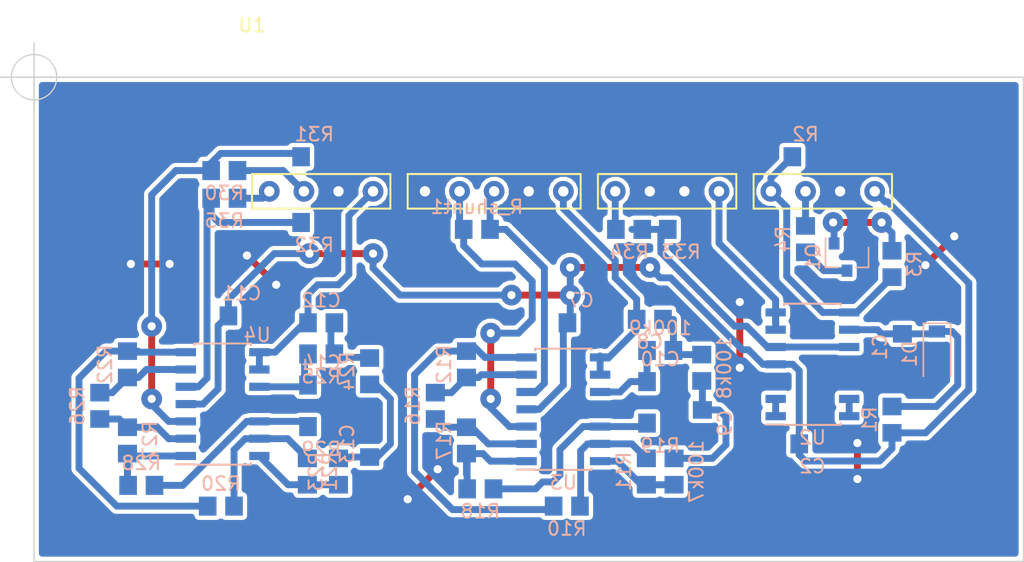
<source format=kicad_pcb>
(kicad_pcb (version 20171130) (host pcbnew "(5.0.0-rc2-dev-586-g888c43477)")

  (general
    (thickness 1.6)
    (drawings 5)
    (tracks 406)
    (zones 0)
    (modules 47)
    (nets 41)
  )

  (page A4)
  (layers
    (0 F.Cu signal)
    (31 B.Cu signal)
    (32 B.Adhes user)
    (33 F.Adhes user)
    (34 B.Paste user)
    (35 F.Paste user)
    (36 B.SilkS user)
    (37 F.SilkS user)
    (38 B.Mask user)
    (39 F.Mask user)
    (40 Dwgs.User user)
    (41 Cmts.User user)
    (42 Eco1.User user)
    (43 Eco2.User user)
    (44 Edge.Cuts user)
    (45 Margin user)
    (46 B.CrtYd user)
    (47 F.CrtYd user)
    (48 B.Fab user)
    (49 F.Fab user)
  )

  (setup
    (last_trace_width 0.508)
    (trace_clearance 0.3048)
    (zone_clearance 0.508)
    (zone_45_only no)
    (trace_min 0.254)
    (segment_width 0.2)
    (edge_width 0.1)
    (via_size 1.524)
    (via_drill 0.6)
    (via_min_size 0.6)
    (via_min_drill 0.6)
    (user_via 1.524 0.6)
    (uvia_size 0.3)
    (uvia_drill 0.1)
    (uvias_allowed no)
    (uvia_min_size 0.2)
    (uvia_min_drill 0.1)
    (pcb_text_width 0.3)
    (pcb_text_size 1.5 1.5)
    (mod_edge_width 0.15)
    (mod_text_size 1 1)
    (mod_text_width 0.15)
    (pad_size 8 8)
    (pad_drill 4)
    (pad_to_mask_clearance 0)
    (aux_axis_origin 0 0)
    (visible_elements 7FFFFFFF)
    (pcbplotparams
      (layerselection 0x010fc_ffffffff)
      (usegerberextensions false)
      (usegerberattributes false)
      (usegerberadvancedattributes false)
      (creategerberjobfile false)
      (excludeedgelayer true)
      (linewidth 0.100000)
      (plotframeref false)
      (viasonmask false)
      (mode 1)
      (useauxorigin false)
      (hpglpennumber 1)
      (hpglpenspeed 20)
      (hpglpendiameter 15)
      (psnegative false)
      (psa4output false)
      (plotreference true)
      (plotvalue true)
      (plotinvisibletext false)
      (padsonsilk false)
      (subtractmaskfromsilk false)
      (outputformat 1)
      (mirror false)
      (drillshape 1)
      (scaleselection 1)
      (outputdirectory ""))
  )

  (net 0 "")
  (net 1 "Net-(Q1-Pad3)")
  (net 2 GNDA)
  (net 3 "Net-(Q1-Pad1)")
  (net 4 "Net-(R22-Pad2)")
  (net 5 "Net-(R20-Pad2)")
  (net 6 "Net-(R26-Pad2)")
  (net 7 /+3.9V)
  (net 8 BatOVInterrupt)
  (net 9 PWM)
  (net 10 "Net-(R20-Pad1)")
  (net 11 "Net-(R21-Pad1)")
  (net 12 "Net-(C13-Pad2)")
  (net 13 "Net-(C12-Pad1)")
  (net 14 "Net-(R27-Pad1)")
  (net 15 Ipanel_SIG)
  (net 16 Ipanel_Ref)
  (net 17 "Net-(100k7-Pad2)")
  (net 18 "Net-(100k8-Pad2)")
  (net 19 "Net-(100k9-Pad2)")
  (net 20 "Net-(C14-Pad2)")
  (net 21 Vbat)
  (net 22 +5VA)
  (net 23 "Net-(U2-Pad13)")
  (net 24 Vpanel)
  (net 25 Vpanel_Ref)
  (net 26 Vpanel_SIG)
  (net 27 Ipanel)
  (net 28 "Net-(R16-Pad2)")
  (net 29 "Net-(R12-Pad2)")
  (net 30 "Net-(R10-Pad1)")
  (net 31 "Net-(R10-Pad2)")
  (net 32 "Net-(100k7-Pad1)")
  (net 33 "Net-(R17-Pad2)")
  (net 34 "Net-(R18-Pad2)")
  (net 35 "Net-(R30-Pad1)")
  (net 36 "Net-(R28-Pad1)")
  (net 37 "Net-(R32-Pad1)")
  (net 38 Vbat_SIG_IN)
  (net 39 /Vbat_SIG)
  (net 40 "Net-(U2-Pad1)")

  (net_class Default "Esta é a classe de net default."
    (clearance 0.3048)
    (trace_width 0.508)
    (via_dia 1.524)
    (via_drill 0.6)
    (uvia_dia 0.3)
    (uvia_drill 0.1)
    (diff_pair_gap 0.508)
    (diff_pair_width 0.3048)
    (add_net +5VA)
    (add_net /+3.9V)
    (add_net /Vbat_SIG)
    (add_net BatOVInterrupt)
    (add_net GNDA)
    (add_net Ipanel)
    (add_net Ipanel_Ref)
    (add_net Ipanel_SIG)
    (add_net "Net-(100k7-Pad1)")
    (add_net "Net-(100k7-Pad2)")
    (add_net "Net-(100k8-Pad2)")
    (add_net "Net-(100k9-Pad2)")
    (add_net "Net-(C12-Pad1)")
    (add_net "Net-(C13-Pad2)")
    (add_net "Net-(C14-Pad2)")
    (add_net "Net-(Q1-Pad1)")
    (add_net "Net-(Q1-Pad3)")
    (add_net "Net-(R10-Pad1)")
    (add_net "Net-(R10-Pad2)")
    (add_net "Net-(R12-Pad2)")
    (add_net "Net-(R16-Pad2)")
    (add_net "Net-(R17-Pad2)")
    (add_net "Net-(R18-Pad2)")
    (add_net "Net-(R20-Pad1)")
    (add_net "Net-(R20-Pad2)")
    (add_net "Net-(R21-Pad1)")
    (add_net "Net-(R22-Pad2)")
    (add_net "Net-(R26-Pad2)")
    (add_net "Net-(R27-Pad1)")
    (add_net "Net-(R28-Pad1)")
    (add_net "Net-(R30-Pad1)")
    (add_net "Net-(R32-Pad1)")
    (add_net "Net-(U2-Pad1)")
    (add_net "Net-(U2-Pad13)")
    (add_net PWM)
    (add_net Vbat)
    (add_net Vbat_SIG_IN)
    (add_net Vpanel)
    (add_net Vpanel_Ref)
    (add_net Vpanel_SIG)
  )

  (module MCCplaca:Signals (layer F.Cu) (tedit 5B0427B2) (tstamp 5B24ABDB)
    (at 28.448 7.62)
    (path /5B077C35)
    (fp_text reference U1 (at 0 0.5) (layer F.SilkS)
      (effects (font (size 1 1) (thickness 0.15)))
    )
    (fp_text value Signals_MCC (at 0 -0.5) (layer F.Fab)
      (effects (font (size 1 1) (thickness 0.15)))
    )
    (fp_line (start 11.43 11.43) (end 11.43 13.97) (layer F.SilkS) (width 0.15))
    (fp_line (start 11.43 13.97) (end 24.13 13.97) (layer F.SilkS) (width 0.15))
    (fp_line (start 24.13 13.97) (end 24.13 11.684) (layer F.SilkS) (width 0.15))
    (fp_line (start 24.13 11.684) (end 24.13 11.43) (layer F.SilkS) (width 0.15))
    (fp_line (start 24.13 11.43) (end 11.43 11.43) (layer F.SilkS) (width 0.15))
    (fp_line (start 10.16 11.43) (end 10.16 13.97) (layer F.SilkS) (width 0.15))
    (fp_line (start 10.16 13.97) (end 0 13.97) (layer F.SilkS) (width 0.15))
    (fp_line (start 0 13.97) (end 0 11.43) (layer F.SilkS) (width 0.15))
    (fp_line (start 0 11.43) (end 10.16 11.43) (layer F.SilkS) (width 0.15))
    (fp_line (start 25.654 11.43) (end 25.4 11.43) (layer F.SilkS) (width 0.15))
    (fp_line (start 25.4 11.43) (end 25.4 13.97) (layer F.SilkS) (width 0.15))
    (fp_line (start 25.4 13.97) (end 35.56 13.97) (layer F.SilkS) (width 0.15))
    (fp_line (start 35.56 13.97) (end 35.56 11.43) (layer F.SilkS) (width 0.15))
    (fp_line (start 35.56 11.43) (end 25.4 11.43) (layer F.SilkS) (width 0.15))
    (fp_line (start 36.83 11.43) (end 36.83 13.97) (layer F.SilkS) (width 0.15))
    (fp_line (start 36.83 13.97) (end 46.99 13.97) (layer F.SilkS) (width 0.15))
    (fp_line (start 46.99 13.97) (end 46.99 11.43) (layer F.SilkS) (width 0.15))
    (fp_line (start 46.99 11.43) (end 36.83 11.43) (layer F.SilkS) (width 0.15))
    (pad 16 thru_hole circle (at 43.18 12.7) (size 1.524 1.524) (drill 0.762) (layers *.Cu *.Mask)
      (net 2 GNDA))
    (pad 15 thru_hole circle (at 40.64 12.7) (size 1.524 1.524) (drill 0.762) (layers *.Cu *.Mask)
      (net 9 PWM))
    (pad 14 thru_hole circle (at 38.1 12.7) (size 1.524 1.524) (drill 0.762) (layers *.Cu *.Mask)
      (net 8 BatOVInterrupt))
    (pad 13 thru_hole circle (at 34.29 12.7) (size 1.524 1.524) (drill 0.762) (layers *.Cu *.Mask)
      (net 21 Vbat))
    (pad 12 thru_hole circle (at 31.75 12.7) (size 1.524 1.524) (drill 0.762) (layers *.Cu *.Mask)
      (net 2 GNDA))
    (pad 11 thru_hole circle (at 29.21 12.7) (size 1.524 1.524) (drill 0.762) (layers *.Cu *.Mask)
      (net 2 GNDA))
    (pad 10 thru_hole circle (at 26.67 12.7) (size 1.524 1.524) (drill 0.762) (layers *.Cu *.Mask)
      (net 38 Vbat_SIG_IN))
    (pad 9 thru_hole circle (at 22.86 12.7) (size 1.524 1.524) (drill 0.762) (layers *.Cu *.Mask)
      (net 27 Ipanel))
    (pad 8 thru_hole circle (at 20.32 12.7) (size 1.524 1.524) (drill 0.762) (layers *.Cu *.Mask)
      (net 2 GNDA))
    (pad 7 thru_hole circle (at 17.78 12.7) (size 1.524 1.524) (drill 0.762) (layers *.Cu *.Mask)
      (net 16 Ipanel_Ref))
    (pad 6 thru_hole circle (at 15.24 12.7) (size 1.524 1.524) (drill 0.762) (layers *.Cu *.Mask)
      (net 15 Ipanel_SIG))
    (pad 5 thru_hole circle (at 12.7 12.7) (size 1.524 1.524) (drill 0.762) (layers *.Cu *.Mask)
      (net 2 GNDA))
    (pad 4 thru_hole circle (at 8.89 12.7) (size 1.524 1.524) (drill 0.762) (layers *.Cu *.Mask)
      (net 24 Vpanel))
    (pad 3 thru_hole circle (at 6.35 12.7) (size 1.524 1.524) (drill 0.762) (layers *.Cu *.Mask)
      (net 2 GNDA))
    (pad 2 thru_hole circle (at 3.81 12.7) (size 1.524 1.524) (drill 0.762) (layers *.Cu *.Mask)
      (net 26 Vpanel_SIG))
    (pad 1 thru_hole circle (at 1.27 12.7) (size 1.524 1.524) (drill 0.762) (layers *.Cu *.Mask)
      (net 25 Vpanel_Ref))
    (pad 17 thru_hole circle (at 45.72 12.7) (size 1.524 1.524) (drill 0.762) (layers *.Cu *.Mask)
      (net 22 +5VA))
  )

  (module Resistor_SMD:R_0805_2012Metric_Pad1.29x1.40mm_HandSolder (layer B.Cu) (tedit 5AC5DB74) (tstamp 5B23BE0E)
    (at 45.212 42.164)
    (descr "Resistor SMD 0805 (2012 Metric), square (rectangular) end terminal, IPC_7351 nominal with elongated pad for handsoldering. (Body size source: http://www.tortai-tech.com/upload/download/2011102023233369053.pdf), generated with kicad-footprint-generator")
    (tags "resistor handsolder")
    (path /5AEB94AE)
    (attr smd)
    (fp_text reference R18 (at 0 1.65) (layer B.SilkS)
      (effects (font (size 1 1) (thickness 0.15)) (justify mirror))
    )
    (fp_text value 100k (at 0 -1.65) (layer B.Fab)
      (effects (font (size 1 1) (thickness 0.15)) (justify mirror))
    )
    (fp_text user %R (at 0 0) (layer B.Fab)
      (effects (font (size 0.5 0.5) (thickness 0.08)) (justify mirror))
    )
    (fp_line (start 1.86 -0.95) (end -1.86 -0.95) (layer B.CrtYd) (width 0.05))
    (fp_line (start 1.86 0.95) (end 1.86 -0.95) (layer B.CrtYd) (width 0.05))
    (fp_line (start -1.86 0.95) (end 1.86 0.95) (layer B.CrtYd) (width 0.05))
    (fp_line (start -1.86 -0.95) (end -1.86 0.95) (layer B.CrtYd) (width 0.05))
    (fp_line (start 1 -0.6) (end -1 -0.6) (layer B.Fab) (width 0.1))
    (fp_line (start 1 0.6) (end 1 -0.6) (layer B.Fab) (width 0.1))
    (fp_line (start -1 0.6) (end 1 0.6) (layer B.Fab) (width 0.1))
    (fp_line (start -1 -0.6) (end -1 0.6) (layer B.Fab) (width 0.1))
    (pad 2 smd rect (at 0.9675 0) (size 1.295 1.4) (layers B.Cu B.Paste B.Mask)
      (net 34 "Net-(R18-Pad2)"))
    (pad 1 smd rect (at -0.9675 0) (size 1.295 1.4) (layers B.Cu B.Paste B.Mask)
      (net 33 "Net-(R17-Pad2)"))
    (model ${KISYS3DMOD}/Resistor_SMD.3dshapes/R_0805_2012Metric.wrl
      (at (xyz 0 0 0))
      (scale (xyz 1 1 1))
      (rotate (xyz 0 0 0))
    )
  )

  (module Capacitor_SMD:C_0805_2012Metric_Pad1.29x1.40mm_HandSolder (layer B.Cu) (tedit 5AC5DB74) (tstamp 5B23C19E)
    (at 33.528 34.544 180)
    (descr "Capacitor SMD 0805 (2012 Metric), square (rectangular) end terminal, IPC_7351 nominal with elongated pad for handsoldering. (Body size source: http://www.tortai-tech.com/upload/download/2011102023233369053.pdf), generated with kicad-footprint-generator")
    (tags "capacitor handsolder")
    (path /5B052552)
    (attr smd)
    (fp_text reference C14 (at 0 1.65 180) (layer B.SilkS)
      (effects (font (size 1 1) (thickness 0.15)) (justify mirror))
    )
    (fp_text value 47p (at 0 -1.65 180) (layer B.Fab)
      (effects (font (size 1 1) (thickness 0.15)) (justify mirror))
    )
    (fp_text user %R (at 0 0 180) (layer B.Fab)
      (effects (font (size 0.5 0.5) (thickness 0.08)) (justify mirror))
    )
    (fp_line (start 1.86 -0.95) (end -1.86 -0.95) (layer B.CrtYd) (width 0.05))
    (fp_line (start 1.86 0.95) (end 1.86 -0.95) (layer B.CrtYd) (width 0.05))
    (fp_line (start -1.86 0.95) (end 1.86 0.95) (layer B.CrtYd) (width 0.05))
    (fp_line (start -1.86 -0.95) (end -1.86 0.95) (layer B.CrtYd) (width 0.05))
    (fp_line (start 1 -0.6) (end -1 -0.6) (layer B.Fab) (width 0.1))
    (fp_line (start 1 0.6) (end 1 -0.6) (layer B.Fab) (width 0.1))
    (fp_line (start -1 0.6) (end 1 0.6) (layer B.Fab) (width 0.1))
    (fp_line (start -1 -0.6) (end -1 0.6) (layer B.Fab) (width 0.1))
    (pad 2 smd rect (at 0.9675 0 180) (size 1.295 1.4) (layers B.Cu B.Paste B.Mask)
      (net 20 "Net-(C14-Pad2)"))
    (pad 1 smd rect (at -0.9675 0 180) (size 1.295 1.4) (layers B.Cu B.Paste B.Mask)
      (net 2 GNDA))
    (model ${KISYS3DMOD}/Capacitor_SMD.3dshapes/C_0805_2012Metric.wrl
      (at (xyz 0 0 0))
      (scale (xyz 1 1 1))
      (rotate (xyz 0 0 0))
    )
  )

  (module Capacitor_SMD:C_0805_2012Metric_Pad1.29x1.40mm_HandSolder (layer B.Cu) (tedit 5AC5DB74) (tstamp 5B23C190)
    (at 37.084 38.862 270)
    (descr "Capacitor SMD 0805 (2012 Metric), square (rectangular) end terminal, IPC_7351 nominal with elongated pad for handsoldering. (Body size source: http://www.tortai-tech.com/upload/download/2011102023233369053.pdf), generated with kicad-footprint-generator")
    (tags "capacitor handsolder")
    (path /5B05201A)
    (attr smd)
    (fp_text reference C13 (at 0 1.65 270) (layer B.SilkS)
      (effects (font (size 1 1) (thickness 0.15)) (justify mirror))
    )
    (fp_text value 330p (at 0 -1.65 270) (layer B.Fab)
      (effects (font (size 1 1) (thickness 0.15)) (justify mirror))
    )
    (fp_line (start -1 -0.6) (end -1 0.6) (layer B.Fab) (width 0.1))
    (fp_line (start -1 0.6) (end 1 0.6) (layer B.Fab) (width 0.1))
    (fp_line (start 1 0.6) (end 1 -0.6) (layer B.Fab) (width 0.1))
    (fp_line (start 1 -0.6) (end -1 -0.6) (layer B.Fab) (width 0.1))
    (fp_line (start -1.86 -0.95) (end -1.86 0.95) (layer B.CrtYd) (width 0.05))
    (fp_line (start -1.86 0.95) (end 1.86 0.95) (layer B.CrtYd) (width 0.05))
    (fp_line (start 1.86 0.95) (end 1.86 -0.95) (layer B.CrtYd) (width 0.05))
    (fp_line (start 1.86 -0.95) (end -1.86 -0.95) (layer B.CrtYd) (width 0.05))
    (fp_text user %R (at 0 0 270) (layer B.Fab)
      (effects (font (size 0.5 0.5) (thickness 0.08)) (justify mirror))
    )
    (pad 1 smd rect (at -0.9675 0 270) (size 1.295 1.4) (layers B.Cu B.Paste B.Mask)
      (net 2 GNDA))
    (pad 2 smd rect (at 0.9675 0 270) (size 1.295 1.4) (layers B.Cu B.Paste B.Mask)
      (net 12 "Net-(C13-Pad2)"))
    (model ${KISYS3DMOD}/Capacitor_SMD.3dshapes/C_0805_2012Metric.wrl
      (at (xyz 0 0 0))
      (scale (xyz 1 1 1))
      (rotate (xyz 0 0 0))
    )
  )

  (module Capacitor_SMD:C_0805_2012Metric_Pad1.29x1.40mm_HandSolder (layer B.Cu) (tedit 5AC5DB74) (tstamp 5B23D1CE)
    (at 33.528 29.972 180)
    (descr "Capacitor SMD 0805 (2012 Metric), square (rectangular) end terminal, IPC_7351 nominal with elongated pad for handsoldering. (Body size source: http://www.tortai-tech.com/upload/download/2011102023233369053.pdf), generated with kicad-footprint-generator")
    (tags "capacitor handsolder")
    (path /5B06E234)
    (attr smd)
    (fp_text reference C12 (at 0 1.65 180) (layer B.SilkS)
      (effects (font (size 1 1) (thickness 0.15)) (justify mirror))
    )
    (fp_text value 330p (at 0 -1.65 180) (layer B.Fab)
      (effects (font (size 1 1) (thickness 0.15)) (justify mirror))
    )
    (fp_text user %R (at 0 0 180) (layer B.Fab)
      (effects (font (size 0.5 0.5) (thickness 0.08)) (justify mirror))
    )
    (fp_line (start 1.86 -0.95) (end -1.86 -0.95) (layer B.CrtYd) (width 0.05))
    (fp_line (start 1.86 0.95) (end 1.86 -0.95) (layer B.CrtYd) (width 0.05))
    (fp_line (start -1.86 0.95) (end 1.86 0.95) (layer B.CrtYd) (width 0.05))
    (fp_line (start -1.86 -0.95) (end -1.86 0.95) (layer B.CrtYd) (width 0.05))
    (fp_line (start 1 -0.6) (end -1 -0.6) (layer B.Fab) (width 0.1))
    (fp_line (start 1 0.6) (end 1 -0.6) (layer B.Fab) (width 0.1))
    (fp_line (start -1 0.6) (end 1 0.6) (layer B.Fab) (width 0.1))
    (fp_line (start -1 -0.6) (end -1 0.6) (layer B.Fab) (width 0.1))
    (pad 2 smd rect (at 0.9675 0 180) (size 1.295 1.4) (layers B.Cu B.Paste B.Mask)
      (net 24 Vpanel))
    (pad 1 smd rect (at -0.9675 0 180) (size 1.295 1.4) (layers B.Cu B.Paste B.Mask)
      (net 13 "Net-(C12-Pad1)"))
    (model ${KISYS3DMOD}/Capacitor_SMD.3dshapes/C_0805_2012Metric.wrl
      (at (xyz 0 0 0))
      (scale (xyz 1 1 1))
      (rotate (xyz 0 0 0))
    )
  )

  (module Capacitor_SMD:C_0805_2012Metric_Pad1.29x1.40mm_HandSolder (layer B.Cu) (tedit 5AC5DB74) (tstamp 5B23C174)
    (at 27.686 29.464 180)
    (descr "Capacitor SMD 0805 (2012 Metric), square (rectangular) end terminal, IPC_7351 nominal with elongated pad for handsoldering. (Body size source: http://www.tortai-tech.com/upload/download/2011102023233369053.pdf), generated with kicad-footprint-generator")
    (tags "capacitor handsolder")
    (path /5B028733)
    (attr smd)
    (fp_text reference C11 (at 0 1.65 180) (layer B.SilkS)
      (effects (font (size 1 1) (thickness 0.15)) (justify mirror))
    )
    (fp_text value 100nF (at 0 -1.65 180) (layer B.Fab)
      (effects (font (size 1 1) (thickness 0.15)) (justify mirror))
    )
    (fp_line (start -1 -0.6) (end -1 0.6) (layer B.Fab) (width 0.1))
    (fp_line (start -1 0.6) (end 1 0.6) (layer B.Fab) (width 0.1))
    (fp_line (start 1 0.6) (end 1 -0.6) (layer B.Fab) (width 0.1))
    (fp_line (start 1 -0.6) (end -1 -0.6) (layer B.Fab) (width 0.1))
    (fp_line (start -1.86 -0.95) (end -1.86 0.95) (layer B.CrtYd) (width 0.05))
    (fp_line (start -1.86 0.95) (end 1.86 0.95) (layer B.CrtYd) (width 0.05))
    (fp_line (start 1.86 0.95) (end 1.86 -0.95) (layer B.CrtYd) (width 0.05))
    (fp_line (start 1.86 -0.95) (end -1.86 -0.95) (layer B.CrtYd) (width 0.05))
    (fp_text user %R (at 0 0 180) (layer B.Fab)
      (effects (font (size 0.5 0.5) (thickness 0.08)) (justify mirror))
    )
    (pad 1 smd rect (at -0.9675 0 180) (size 1.295 1.4) (layers B.Cu B.Paste B.Mask)
      (net 2 GNDA))
    (pad 2 smd rect (at 0.9675 0 180) (size 1.295 1.4) (layers B.Cu B.Paste B.Mask)
      (net 22 +5VA))
    (model ${KISYS3DMOD}/Capacitor_SMD.3dshapes/C_0805_2012Metric.wrl
      (at (xyz 0 0 0))
      (scale (xyz 1 1 1))
      (rotate (xyz 0 0 0))
    )
  )

  (module Capacitor_SMD:C_0805_2012Metric_Pad1.29x1.40mm_HandSolder (layer B.Cu) (tedit 5AC5DB74) (tstamp 5B23C166)
    (at 76.2 31.75 270)
    (descr "Capacitor SMD 0805 (2012 Metric), square (rectangular) end terminal, IPC_7351 nominal with elongated pad for handsoldering. (Body size source: http://www.tortai-tech.com/upload/download/2011102023233369053.pdf), generated with kicad-footprint-generator")
    (tags "capacitor handsolder")
    (path /5AE3D07C)
    (attr smd)
    (fp_text reference C1 (at 0 1.65 270) (layer B.SilkS)
      (effects (font (size 1 1) (thickness 0.15)) (justify mirror))
    )
    (fp_text value C_Small (at 0 -1.65 270) (layer B.Fab)
      (effects (font (size 1 1) (thickness 0.15)) (justify mirror))
    )
    (fp_text user %R (at 0 0 270) (layer B.Fab)
      (effects (font (size 0.5 0.5) (thickness 0.08)) (justify mirror))
    )
    (fp_line (start 1.86 -0.95) (end -1.86 -0.95) (layer B.CrtYd) (width 0.05))
    (fp_line (start 1.86 0.95) (end 1.86 -0.95) (layer B.CrtYd) (width 0.05))
    (fp_line (start -1.86 0.95) (end 1.86 0.95) (layer B.CrtYd) (width 0.05))
    (fp_line (start -1.86 -0.95) (end -1.86 0.95) (layer B.CrtYd) (width 0.05))
    (fp_line (start 1 -0.6) (end -1 -0.6) (layer B.Fab) (width 0.1))
    (fp_line (start 1 0.6) (end 1 -0.6) (layer B.Fab) (width 0.1))
    (fp_line (start -1 0.6) (end 1 0.6) (layer B.Fab) (width 0.1))
    (fp_line (start -1 -0.6) (end -1 0.6) (layer B.Fab) (width 0.1))
    (pad 2 smd rect (at 0.9675 0 270) (size 1.295 1.4) (layers B.Cu B.Paste B.Mask)
      (net 2 GNDA))
    (pad 1 smd rect (at -0.9675 0 270) (size 1.295 1.4) (layers B.Cu B.Paste B.Mask)
      (net 7 /+3.9V))
    (model ${KISYS3DMOD}/Capacitor_SMD.3dshapes/C_0805_2012Metric.wrl
      (at (xyz 0 0 0))
      (scale (xyz 1 1 1))
      (rotate (xyz 0 0 0))
    )
  )

  (module Capacitor_SMD:C_0805_2012Metric_Pad1.29x1.40mm_HandSolder (layer B.Cu) (tedit 5AC5DB74) (tstamp 5B23C158)
    (at 69.596 38.862)
    (descr "Capacitor SMD 0805 (2012 Metric), square (rectangular) end terminal, IPC_7351 nominal with elongated pad for handsoldering. (Body size source: http://www.tortai-tech.com/upload/download/2011102023233369053.pdf), generated with kicad-footprint-generator")
    (tags "capacitor handsolder")
    (path /5AE416CD)
    (attr smd)
    (fp_text reference C2 (at 0 1.65) (layer B.SilkS)
      (effects (font (size 1 1) (thickness 0.15)) (justify mirror))
    )
    (fp_text value C_Small (at 0 -1.65) (layer B.Fab)
      (effects (font (size 1 1) (thickness 0.15)) (justify mirror))
    )
    (fp_line (start -1 -0.6) (end -1 0.6) (layer B.Fab) (width 0.1))
    (fp_line (start -1 0.6) (end 1 0.6) (layer B.Fab) (width 0.1))
    (fp_line (start 1 0.6) (end 1 -0.6) (layer B.Fab) (width 0.1))
    (fp_line (start 1 -0.6) (end -1 -0.6) (layer B.Fab) (width 0.1))
    (fp_line (start -1.86 -0.95) (end -1.86 0.95) (layer B.CrtYd) (width 0.05))
    (fp_line (start -1.86 0.95) (end 1.86 0.95) (layer B.CrtYd) (width 0.05))
    (fp_line (start 1.86 0.95) (end 1.86 -0.95) (layer B.CrtYd) (width 0.05))
    (fp_line (start 1.86 -0.95) (end -1.86 -0.95) (layer B.CrtYd) (width 0.05))
    (fp_text user %R (at 0 0) (layer B.Fab)
      (effects (font (size 0.5 0.5) (thickness 0.08)) (justify mirror))
    )
    (pad 1 smd rect (at -0.9675 0) (size 1.295 1.4) (layers B.Cu B.Paste B.Mask)
      (net 22 +5VA))
    (pad 2 smd rect (at 0.9675 0) (size 1.295 1.4) (layers B.Cu B.Paste B.Mask)
      (net 2 GNDA))
    (model ${KISYS3DMOD}/Capacitor_SMD.3dshapes/C_0805_2012Metric.wrl
      (at (xyz 0 0 0))
      (scale (xyz 1 1 1))
      (rotate (xyz 0 0 0))
    )
  )

  (module Capacitor_SMD:C_0805_2012Metric_Pad1.29x1.40mm_HandSolder (layer B.Cu) (tedit 5AC5DB74) (tstamp 5B23C14A)
    (at 52.578 29.972 180)
    (descr "Capacitor SMD 0805 (2012 Metric), square (rectangular) end terminal, IPC_7351 nominal with elongated pad for handsoldering. (Body size source: http://www.tortai-tech.com/upload/download/2011102023233369053.pdf), generated with kicad-footprint-generator")
    (tags "capacitor handsolder")
    (path /5AEDC0BB)
    (attr smd)
    (fp_text reference C7 (at 0 1.65 180) (layer B.SilkS)
      (effects (font (size 1 1) (thickness 0.15)) (justify mirror))
    )
    (fp_text value 100nF (at 0 -1.65 180) (layer B.Fab)
      (effects (font (size 1 1) (thickness 0.15)) (justify mirror))
    )
    (fp_text user %R (at 0 0 180) (layer B.Fab)
      (effects (font (size 0.5 0.5) (thickness 0.08)) (justify mirror))
    )
    (fp_line (start 1.86 -0.95) (end -1.86 -0.95) (layer B.CrtYd) (width 0.05))
    (fp_line (start 1.86 0.95) (end 1.86 -0.95) (layer B.CrtYd) (width 0.05))
    (fp_line (start -1.86 0.95) (end 1.86 0.95) (layer B.CrtYd) (width 0.05))
    (fp_line (start -1.86 -0.95) (end -1.86 0.95) (layer B.CrtYd) (width 0.05))
    (fp_line (start 1 -0.6) (end -1 -0.6) (layer B.Fab) (width 0.1))
    (fp_line (start 1 0.6) (end 1 -0.6) (layer B.Fab) (width 0.1))
    (fp_line (start -1 0.6) (end 1 0.6) (layer B.Fab) (width 0.1))
    (fp_line (start -1 -0.6) (end -1 0.6) (layer B.Fab) (width 0.1))
    (pad 2 smd rect (at 0.9675 0 180) (size 1.295 1.4) (layers B.Cu B.Paste B.Mask)
      (net 22 +5VA))
    (pad 1 smd rect (at -0.9675 0 180) (size 1.295 1.4) (layers B.Cu B.Paste B.Mask)
      (net 2 GNDA))
    (model ${KISYS3DMOD}/Capacitor_SMD.3dshapes/C_0805_2012Metric.wrl
      (at (xyz 0 0 0))
      (scale (xyz 1 1 1))
      (rotate (xyz 0 0 0))
    )
  )

  (module Capacitor_SMD:C_0805_2012Metric_Pad1.29x1.40mm_HandSolder (layer B.Cu) (tedit 5AC5DB74) (tstamp 5B23C13C)
    (at 57.658 29.718)
    (descr "Capacitor SMD 0805 (2012 Metric), square (rectangular) end terminal, IPC_7351 nominal with elongated pad for handsoldering. (Body size source: http://www.tortai-tech.com/upload/download/2011102023233369053.pdf), generated with kicad-footprint-generator")
    (tags "capacitor handsolder")
    (path /5AEFF48E)
    (attr smd)
    (fp_text reference C8 (at 0 1.65) (layer B.SilkS)
      (effects (font (size 1 1) (thickness 0.15)) (justify mirror))
    )
    (fp_text value 330p (at 0 -1.65) (layer B.Fab)
      (effects (font (size 1 1) (thickness 0.15)) (justify mirror))
    )
    (fp_text user %R (at 0 0) (layer B.Fab)
      (effects (font (size 0.5 0.5) (thickness 0.08)) (justify mirror))
    )
    (fp_line (start 1.86 -0.95) (end -1.86 -0.95) (layer B.CrtYd) (width 0.05))
    (fp_line (start 1.86 0.95) (end 1.86 -0.95) (layer B.CrtYd) (width 0.05))
    (fp_line (start -1.86 0.95) (end 1.86 0.95) (layer B.CrtYd) (width 0.05))
    (fp_line (start -1.86 -0.95) (end -1.86 0.95) (layer B.CrtYd) (width 0.05))
    (fp_line (start 1 -0.6) (end -1 -0.6) (layer B.Fab) (width 0.1))
    (fp_line (start 1 0.6) (end 1 -0.6) (layer B.Fab) (width 0.1))
    (fp_line (start -1 0.6) (end 1 0.6) (layer B.Fab) (width 0.1))
    (fp_line (start -1 -0.6) (end -1 0.6) (layer B.Fab) (width 0.1))
    (pad 2 smd rect (at 0.9675 0) (size 1.295 1.4) (layers B.Cu B.Paste B.Mask)
      (net 18 "Net-(100k8-Pad2)"))
    (pad 1 smd rect (at -0.9675 0) (size 1.295 1.4) (layers B.Cu B.Paste B.Mask)
      (net 27 Ipanel))
    (model ${KISYS3DMOD}/Capacitor_SMD.3dshapes/C_0805_2012Metric.wrl
      (at (xyz 0 0 0))
      (scale (xyz 1 1 1))
      (rotate (xyz 0 0 0))
    )
  )

  (module Capacitor_SMD:C_0805_2012Metric_Pad1.29x1.40mm_HandSolder (layer B.Cu) (tedit 5AC5DB74) (tstamp 5B23C12E)
    (at 61.5165 37.338 90)
    (descr "Capacitor SMD 0805 (2012 Metric), square (rectangular) end terminal, IPC_7351 nominal with elongated pad for handsoldering. (Body size source: http://www.tortai-tech.com/upload/download/2011102023233369053.pdf), generated with kicad-footprint-generator")
    (tags "capacitor handsolder")
    (path /5AEEF5C8)
    (attr smd)
    (fp_text reference C9 (at 0 1.65 90) (layer B.SilkS)
      (effects (font (size 1 1) (thickness 0.15)) (justify mirror))
    )
    (fp_text value 330p (at 0 -1.65 90) (layer B.Fab)
      (effects (font (size 1 1) (thickness 0.15)) (justify mirror))
    )
    (fp_text user %R (at 0 0 90) (layer B.Fab)
      (effects (font (size 0.5 0.5) (thickness 0.08)) (justify mirror))
    )
    (fp_line (start 1.86 -0.95) (end -1.86 -0.95) (layer B.CrtYd) (width 0.05))
    (fp_line (start 1.86 0.95) (end 1.86 -0.95) (layer B.CrtYd) (width 0.05))
    (fp_line (start -1.86 0.95) (end 1.86 0.95) (layer B.CrtYd) (width 0.05))
    (fp_line (start -1.86 -0.95) (end -1.86 0.95) (layer B.CrtYd) (width 0.05))
    (fp_line (start 1 -0.6) (end -1 -0.6) (layer B.Fab) (width 0.1))
    (fp_line (start 1 0.6) (end 1 -0.6) (layer B.Fab) (width 0.1))
    (fp_line (start -1 0.6) (end 1 0.6) (layer B.Fab) (width 0.1))
    (fp_line (start -1 -0.6) (end -1 0.6) (layer B.Fab) (width 0.1))
    (pad 2 smd rect (at 0.9675 0 90) (size 1.295 1.4) (layers B.Cu B.Paste B.Mask)
      (net 17 "Net-(100k7-Pad2)"))
    (pad 1 smd rect (at -0.9675 0 90) (size 1.295 1.4) (layers B.Cu B.Paste B.Mask)
      (net 2 GNDA))
    (model ${KISYS3DMOD}/Capacitor_SMD.3dshapes/C_0805_2012Metric.wrl
      (at (xyz 0 0 0))
      (scale (xyz 1 1 1))
      (rotate (xyz 0 0 0))
    )
  )

  (module Capacitor_SMD:C_0805_2012Metric_Pad1.29x1.40mm_HandSolder (layer B.Cu) (tedit 5AC5DB74) (tstamp 5B23C120)
    (at 58.42 34.29 180)
    (descr "Capacitor SMD 0805 (2012 Metric), square (rectangular) end terminal, IPC_7351 nominal with elongated pad for handsoldering. (Body size source: http://www.tortai-tech.com/upload/download/2011102023233369053.pdf), generated with kicad-footprint-generator")
    (tags "capacitor handsolder")
    (path /5AEF56A2)
    (attr smd)
    (fp_text reference C10 (at 0 1.65 180) (layer B.SilkS)
      (effects (font (size 1 1) (thickness 0.15)) (justify mirror))
    )
    (fp_text value 47p (at 0 -1.65 180) (layer B.Fab)
      (effects (font (size 1 1) (thickness 0.15)) (justify mirror))
    )
    (fp_line (start -1 -0.6) (end -1 0.6) (layer B.Fab) (width 0.1))
    (fp_line (start -1 0.6) (end 1 0.6) (layer B.Fab) (width 0.1))
    (fp_line (start 1 0.6) (end 1 -0.6) (layer B.Fab) (width 0.1))
    (fp_line (start 1 -0.6) (end -1 -0.6) (layer B.Fab) (width 0.1))
    (fp_line (start -1.86 -0.95) (end -1.86 0.95) (layer B.CrtYd) (width 0.05))
    (fp_line (start -1.86 0.95) (end 1.86 0.95) (layer B.CrtYd) (width 0.05))
    (fp_line (start 1.86 0.95) (end 1.86 -0.95) (layer B.CrtYd) (width 0.05))
    (fp_line (start 1.86 -0.95) (end -1.86 -0.95) (layer B.CrtYd) (width 0.05))
    (fp_text user %R (at 0 0 180) (layer B.Fab)
      (effects (font (size 0.5 0.5) (thickness 0.08)) (justify mirror))
    )
    (pad 1 smd rect (at -0.9675 0 180) (size 1.295 1.4) (layers B.Cu B.Paste B.Mask)
      (net 2 GNDA))
    (pad 2 smd rect (at 0.9675 0 180) (size 1.295 1.4) (layers B.Cu B.Paste B.Mask)
      (net 19 "Net-(100k9-Pad2)"))
    (model ${KISYS3DMOD}/Capacitor_SMD.3dshapes/C_0805_2012Metric.wrl
      (at (xyz 0 0 0))
      (scale (xyz 1 1 1))
      (rotate (xyz 0 0 0))
    )
  )

  (module Diode_SMD:D_SOD-123 (layer B.Cu) (tedit 58645DC7) (tstamp 5B23C0BC)
    (at 78.74 32.258 270)
    (descr SOD-123)
    (tags SOD-123)
    (path /5AE3CBB9)
    (attr smd)
    (fp_text reference D1 (at 0 2 270) (layer B.SilkS)
      (effects (font (size 1 1) (thickness 0.15)) (justify mirror))
    )
    (fp_text value MMSZ5230BT1 (at 0 -2.1 270) (layer B.Fab)
      (effects (font (size 1 1) (thickness 0.15)) (justify mirror))
    )
    (fp_text user %R (at 0 2 270) (layer B.Fab)
      (effects (font (size 1 1) (thickness 0.15)) (justify mirror))
    )
    (fp_line (start -2.25 1) (end -2.25 -1) (layer B.SilkS) (width 0.12))
    (fp_line (start 0.25 0) (end 0.75 0) (layer B.Fab) (width 0.1))
    (fp_line (start 0.25 -0.4) (end -0.35 0) (layer B.Fab) (width 0.1))
    (fp_line (start 0.25 0.4) (end 0.25 -0.4) (layer B.Fab) (width 0.1))
    (fp_line (start -0.35 0) (end 0.25 0.4) (layer B.Fab) (width 0.1))
    (fp_line (start -0.35 0) (end -0.35 -0.55) (layer B.Fab) (width 0.1))
    (fp_line (start -0.35 0) (end -0.35 0.55) (layer B.Fab) (width 0.1))
    (fp_line (start -0.75 0) (end -0.35 0) (layer B.Fab) (width 0.1))
    (fp_line (start -1.4 -0.9) (end -1.4 0.9) (layer B.Fab) (width 0.1))
    (fp_line (start 1.4 -0.9) (end -1.4 -0.9) (layer B.Fab) (width 0.1))
    (fp_line (start 1.4 0.9) (end 1.4 -0.9) (layer B.Fab) (width 0.1))
    (fp_line (start -1.4 0.9) (end 1.4 0.9) (layer B.Fab) (width 0.1))
    (fp_line (start -2.35 1.15) (end 2.35 1.15) (layer B.CrtYd) (width 0.05))
    (fp_line (start 2.35 1.15) (end 2.35 -1.15) (layer B.CrtYd) (width 0.05))
    (fp_line (start 2.35 -1.15) (end -2.35 -1.15) (layer B.CrtYd) (width 0.05))
    (fp_line (start -2.35 1.15) (end -2.35 -1.15) (layer B.CrtYd) (width 0.05))
    (fp_line (start -2.25 -1) (end 1.65 -1) (layer B.SilkS) (width 0.12))
    (fp_line (start -2.25 1) (end 1.65 1) (layer B.SilkS) (width 0.12))
    (pad 1 smd rect (at -1.65 0 270) (size 0.9 1.2) (layers B.Cu B.Paste B.Mask)
      (net 7 /+3.9V))
    (pad 2 smd rect (at 1.65 0 270) (size 0.9 1.2) (layers B.Cu B.Paste B.Mask)
      (net 2 GNDA))
    (model ${KISYS3DMOD}/Diode_SMD.3dshapes/D_SOD-123.wrl
      (at (xyz 0 0 0))
      (scale (xyz 1 1 1))
      (rotate (xyz 0 0 0))
    )
  )

  (module Package_TO_SOT_SMD:SOT-23 (layer B.Cu) (tedit 5A02FF57) (tstamp 5B23BFDC)
    (at 72.136 25.146 270)
    (descr "SOT-23, Standard")
    (tags SOT-23)
    (path /5AE42958)
    (attr smd)
    (fp_text reference Q1 (at 0 2.5 270) (layer B.SilkS)
      (effects (font (size 1 1) (thickness 0.15)) (justify mirror))
    )
    (fp_text value Q_NPN_Darlington_BEC (at 0 -2.5 270) (layer B.Fab)
      (effects (font (size 1 1) (thickness 0.15)) (justify mirror))
    )
    (fp_text user %R (at 0 0 180) (layer B.Fab)
      (effects (font (size 0.5 0.5) (thickness 0.075)) (justify mirror))
    )
    (fp_line (start -0.7 0.95) (end -0.7 -1.5) (layer B.Fab) (width 0.1))
    (fp_line (start -0.15 1.52) (end 0.7 1.52) (layer B.Fab) (width 0.1))
    (fp_line (start -0.7 0.95) (end -0.15 1.52) (layer B.Fab) (width 0.1))
    (fp_line (start 0.7 1.52) (end 0.7 -1.52) (layer B.Fab) (width 0.1))
    (fp_line (start -0.7 -1.52) (end 0.7 -1.52) (layer B.Fab) (width 0.1))
    (fp_line (start 0.76 -1.58) (end 0.76 -0.65) (layer B.SilkS) (width 0.12))
    (fp_line (start 0.76 1.58) (end 0.76 0.65) (layer B.SilkS) (width 0.12))
    (fp_line (start -1.7 1.75) (end 1.7 1.75) (layer B.CrtYd) (width 0.05))
    (fp_line (start 1.7 1.75) (end 1.7 -1.75) (layer B.CrtYd) (width 0.05))
    (fp_line (start 1.7 -1.75) (end -1.7 -1.75) (layer B.CrtYd) (width 0.05))
    (fp_line (start -1.7 -1.75) (end -1.7 1.75) (layer B.CrtYd) (width 0.05))
    (fp_line (start 0.76 1.58) (end -1.4 1.58) (layer B.SilkS) (width 0.12))
    (fp_line (start 0.76 -1.58) (end -0.7 -1.58) (layer B.SilkS) (width 0.12))
    (pad 1 smd rect (at -1 0.95 270) (size 0.9 0.8) (layers B.Cu B.Paste B.Mask)
      (net 3 "Net-(Q1-Pad1)"))
    (pad 2 smd rect (at -1 -0.95 270) (size 0.9 0.8) (layers B.Cu B.Paste B.Mask)
      (net 2 GNDA))
    (pad 3 smd rect (at 1 0 270) (size 0.9 0.8) (layers B.Cu B.Paste B.Mask)
      (net 1 "Net-(Q1-Pad3)"))
    (model ${KISYS3DMOD}/Package_TO_SOT_SMD.3dshapes/SOT-23.wrl
      (at (xyz 0 0 0))
      (scale (xyz 1 1 1))
      (rotate (xyz 0 0 0))
    )
  )

  (module Resistor_SMD:R_0805_2012Metric_Pad1.29x1.40mm_HandSolder (layer B.Cu) (tedit 5AC5DB74) (tstamp 5B23BFB2)
    (at 41.91 36.068 270)
    (descr "Resistor SMD 0805 (2012 Metric), square (rectangular) end terminal, IPC_7351 nominal with elongated pad for handsoldering. (Body size source: http://www.tortai-tech.com/upload/download/2011102023233369053.pdf), generated with kicad-footprint-generator")
    (tags "resistor handsolder")
    (path /5AEBC720)
    (attr smd)
    (fp_text reference R16 (at 0 1.65 270) (layer B.SilkS)
      (effects (font (size 1 1) (thickness 0.15)) (justify mirror))
    )
    (fp_text value 100k (at 0 -1.65 270) (layer B.Fab)
      (effects (font (size 1 1) (thickness 0.15)) (justify mirror))
    )
    (fp_text user %R (at 0 0 270) (layer B.Fab)
      (effects (font (size 0.5 0.5) (thickness 0.08)) (justify mirror))
    )
    (fp_line (start 1.86 -0.95) (end -1.86 -0.95) (layer B.CrtYd) (width 0.05))
    (fp_line (start 1.86 0.95) (end 1.86 -0.95) (layer B.CrtYd) (width 0.05))
    (fp_line (start -1.86 0.95) (end 1.86 0.95) (layer B.CrtYd) (width 0.05))
    (fp_line (start -1.86 -0.95) (end -1.86 0.95) (layer B.CrtYd) (width 0.05))
    (fp_line (start 1 -0.6) (end -1 -0.6) (layer B.Fab) (width 0.1))
    (fp_line (start 1 0.6) (end 1 -0.6) (layer B.Fab) (width 0.1))
    (fp_line (start -1 0.6) (end 1 0.6) (layer B.Fab) (width 0.1))
    (fp_line (start -1 -0.6) (end -1 0.6) (layer B.Fab) (width 0.1))
    (pad 2 smd rect (at 0.9675 0 270) (size 1.295 1.4) (layers B.Cu B.Paste B.Mask)
      (net 28 "Net-(R16-Pad2)"))
    (pad 1 smd rect (at -0.9675 0 270) (size 1.295 1.4) (layers B.Cu B.Paste B.Mask)
      (net 29 "Net-(R12-Pad2)"))
    (model ${KISYS3DMOD}/Resistor_SMD.3dshapes/R_0805_2012Metric.wrl
      (at (xyz 0 0 0))
      (scale (xyz 1 1 1))
      (rotate (xyz 0 0 0))
    )
  )

  (module Resistor_SMD:R_0805_2012Metric_Pad1.29x1.40mm_HandSolder (layer B.Cu) (tedit 5AC5DB74) (tstamp 5B23BFA4)
    (at 59.436 40.894 90)
    (descr "Resistor SMD 0805 (2012 Metric), square (rectangular) end terminal, IPC_7351 nominal with elongated pad for handsoldering. (Body size source: http://www.tortai-tech.com/upload/download/2011102023233369053.pdf), generated with kicad-footprint-generator")
    (tags "resistor handsolder")
    (path /5AEE71A9)
    (attr smd)
    (fp_text reference 100k7 (at 0 1.65 90) (layer B.SilkS)
      (effects (font (size 1 1) (thickness 0.15)) (justify mirror))
    )
    (fp_text value R13 (at 0 -1.65 90) (layer B.Fab)
      (effects (font (size 1 1) (thickness 0.15)) (justify mirror))
    )
    (fp_line (start -1 -0.6) (end -1 0.6) (layer B.Fab) (width 0.1))
    (fp_line (start -1 0.6) (end 1 0.6) (layer B.Fab) (width 0.1))
    (fp_line (start 1 0.6) (end 1 -0.6) (layer B.Fab) (width 0.1))
    (fp_line (start 1 -0.6) (end -1 -0.6) (layer B.Fab) (width 0.1))
    (fp_line (start -1.86 -0.95) (end -1.86 0.95) (layer B.CrtYd) (width 0.05))
    (fp_line (start -1.86 0.95) (end 1.86 0.95) (layer B.CrtYd) (width 0.05))
    (fp_line (start 1.86 0.95) (end 1.86 -0.95) (layer B.CrtYd) (width 0.05))
    (fp_line (start 1.86 -0.95) (end -1.86 -0.95) (layer B.CrtYd) (width 0.05))
    (fp_text user %R (at 0 0 90) (layer B.Fab)
      (effects (font (size 0.5 0.5) (thickness 0.08)) (justify mirror))
    )
    (pad 1 smd rect (at -0.9675 0 90) (size 1.295 1.4) (layers B.Cu B.Paste B.Mask)
      (net 32 "Net-(100k7-Pad1)"))
    (pad 2 smd rect (at 0.9675 0 90) (size 1.295 1.4) (layers B.Cu B.Paste B.Mask)
      (net 17 "Net-(100k7-Pad2)"))
    (model ${KISYS3DMOD}/Resistor_SMD.3dshapes/R_0805_2012Metric.wrl
      (at (xyz 0 0 0))
      (scale (xyz 1 1 1))
      (rotate (xyz 0 0 0))
    )
  )

  (module Resistor_SMD:R_0805_2012Metric_Pad1.29x1.40mm_HandSolder (layer B.Cu) (tedit 5AC5DB74) (tstamp 5B23BF96)
    (at 44.196 33.02 270)
    (descr "Resistor SMD 0805 (2012 Metric), square (rectangular) end terminal, IPC_7351 nominal with elongated pad for handsoldering. (Body size source: http://www.tortai-tech.com/upload/download/2011102023233369053.pdf), generated with kicad-footprint-generator")
    (tags "resistor handsolder")
    (path /5AEB2D17)
    (attr smd)
    (fp_text reference R12 (at 0 1.65 270) (layer B.SilkS)
      (effects (font (size 1 1) (thickness 0.15)) (justify mirror))
    )
    (fp_text value 100k (at 0 -1.65 270) (layer B.Fab)
      (effects (font (size 1 1) (thickness 0.15)) (justify mirror))
    )
    (fp_text user %R (at 0 0 270) (layer B.Fab)
      (effects (font (size 0.5 0.5) (thickness 0.08)) (justify mirror))
    )
    (fp_line (start 1.86 -0.95) (end -1.86 -0.95) (layer B.CrtYd) (width 0.05))
    (fp_line (start 1.86 0.95) (end 1.86 -0.95) (layer B.CrtYd) (width 0.05))
    (fp_line (start -1.86 0.95) (end 1.86 0.95) (layer B.CrtYd) (width 0.05))
    (fp_line (start -1.86 -0.95) (end -1.86 0.95) (layer B.CrtYd) (width 0.05))
    (fp_line (start 1 -0.6) (end -1 -0.6) (layer B.Fab) (width 0.1))
    (fp_line (start 1 0.6) (end 1 -0.6) (layer B.Fab) (width 0.1))
    (fp_line (start -1 0.6) (end 1 0.6) (layer B.Fab) (width 0.1))
    (fp_line (start -1 -0.6) (end -1 0.6) (layer B.Fab) (width 0.1))
    (pad 2 smd rect (at 0.9675 0 270) (size 1.295 1.4) (layers B.Cu B.Paste B.Mask)
      (net 29 "Net-(R12-Pad2)"))
    (pad 1 smd rect (at -0.9675 0 270) (size 1.295 1.4) (layers B.Cu B.Paste B.Mask)
      (net 30 "Net-(R10-Pad1)"))
    (model ${KISYS3DMOD}/Resistor_SMD.3dshapes/R_0805_2012Metric.wrl
      (at (xyz 0 0 0))
      (scale (xyz 1 1 1))
      (rotate (xyz 0 0 0))
    )
  )

  (module Resistor_SMD:R_0805_2012Metric_Pad1.29x1.40mm_HandSolder (layer B.Cu) (tedit 5AC5DB74) (tstamp 5B23BF88)
    (at 75.438 37.084 270)
    (descr "Resistor SMD 0805 (2012 Metric), square (rectangular) end terminal, IPC_7351 nominal with elongated pad for handsoldering. (Body size source: http://www.tortai-tech.com/upload/download/2011102023233369053.pdf), generated with kicad-footprint-generator")
    (tags "resistor handsolder")
    (path /5AE3E4DF)
    (attr smd)
    (fp_text reference R1 (at 0 1.65 270) (layer B.SilkS)
      (effects (font (size 1 1) (thickness 0.15)) (justify mirror))
    )
    (fp_text value R_US (at 0 -1.65 270) (layer B.Fab)
      (effects (font (size 1 1) (thickness 0.15)) (justify mirror))
    )
    (fp_line (start -1 -0.6) (end -1 0.6) (layer B.Fab) (width 0.1))
    (fp_line (start -1 0.6) (end 1 0.6) (layer B.Fab) (width 0.1))
    (fp_line (start 1 0.6) (end 1 -0.6) (layer B.Fab) (width 0.1))
    (fp_line (start 1 -0.6) (end -1 -0.6) (layer B.Fab) (width 0.1))
    (fp_line (start -1.86 -0.95) (end -1.86 0.95) (layer B.CrtYd) (width 0.05))
    (fp_line (start -1.86 0.95) (end 1.86 0.95) (layer B.CrtYd) (width 0.05))
    (fp_line (start 1.86 0.95) (end 1.86 -0.95) (layer B.CrtYd) (width 0.05))
    (fp_line (start 1.86 -0.95) (end -1.86 -0.95) (layer B.CrtYd) (width 0.05))
    (fp_text user %R (at 0 0 270) (layer B.Fab)
      (effects (font (size 0.5 0.5) (thickness 0.08)) (justify mirror))
    )
    (pad 1 smd rect (at -0.9675 0 270) (size 1.295 1.4) (layers B.Cu B.Paste B.Mask)
      (net 7 /+3.9V))
    (pad 2 smd rect (at 0.9675 0 270) (size 1.295 1.4) (layers B.Cu B.Paste B.Mask)
      (net 22 +5VA))
    (model ${KISYS3DMOD}/Resistor_SMD.3dshapes/R_0805_2012Metric.wrl
      (at (xyz 0 0 0))
      (scale (xyz 1 1 1))
      (rotate (xyz 0 0 0))
    )
  )

  (module Resistor_SMD:R_0805_2012Metric_Pad1.29x1.40mm_HandSolder (layer B.Cu) (tedit 5AC5DB74) (tstamp 5B23BF7A)
    (at 69.088 17.78 180)
    (descr "Resistor SMD 0805 (2012 Metric), square (rectangular) end terminal, IPC_7351 nominal with elongated pad for handsoldering. (Body size source: http://www.tortai-tech.com/upload/download/2011102023233369053.pdf), generated with kicad-footprint-generator")
    (tags "resistor handsolder")
    (path /5AE40933)
    (attr smd)
    (fp_text reference R2 (at 0 1.65 180) (layer B.SilkS)
      (effects (font (size 1 1) (thickness 0.15)) (justify mirror))
    )
    (fp_text value R_US (at 0 -1.65 180) (layer B.Fab)
      (effects (font (size 1 1) (thickness 0.15)) (justify mirror))
    )
    (fp_text user %R (at 0 0 180) (layer B.Fab)
      (effects (font (size 0.5 0.5) (thickness 0.08)) (justify mirror))
    )
    (fp_line (start 1.86 -0.95) (end -1.86 -0.95) (layer B.CrtYd) (width 0.05))
    (fp_line (start 1.86 0.95) (end 1.86 -0.95) (layer B.CrtYd) (width 0.05))
    (fp_line (start -1.86 0.95) (end 1.86 0.95) (layer B.CrtYd) (width 0.05))
    (fp_line (start -1.86 -0.95) (end -1.86 0.95) (layer B.CrtYd) (width 0.05))
    (fp_line (start 1 -0.6) (end -1 -0.6) (layer B.Fab) (width 0.1))
    (fp_line (start 1 0.6) (end 1 -0.6) (layer B.Fab) (width 0.1))
    (fp_line (start -1 0.6) (end 1 0.6) (layer B.Fab) (width 0.1))
    (fp_line (start -1 -0.6) (end -1 0.6) (layer B.Fab) (width 0.1))
    (pad 2 smd rect (at 0.9675 0 180) (size 1.295 1.4) (layers B.Cu B.Paste B.Mask)
      (net 8 BatOVInterrupt))
    (pad 1 smd rect (at -0.9675 0 180) (size 1.295 1.4) (layers B.Cu B.Paste B.Mask)
      (net 2 GNDA))
    (model ${KISYS3DMOD}/Resistor_SMD.3dshapes/R_0805_2012Metric.wrl
      (at (xyz 0 0 0))
      (scale (xyz 1 1 1))
      (rotate (xyz 0 0 0))
    )
  )

  (module Resistor_SMD:R_0805_2012Metric_Pad1.29x1.40mm_HandSolder (layer B.Cu) (tedit 5AC5DB74) (tstamp 5B23BF6C)
    (at 75.438 25.654 90)
    (descr "Resistor SMD 0805 (2012 Metric), square (rectangular) end terminal, IPC_7351 nominal with elongated pad for handsoldering. (Body size source: http://www.tortai-tech.com/upload/download/2011102023233369053.pdf), generated with kicad-footprint-generator")
    (tags "resistor handsolder")
    (path /5AE40003)
    (attr smd)
    (fp_text reference R3 (at 0 1.65 90) (layer B.SilkS)
      (effects (font (size 1 1) (thickness 0.15)) (justify mirror))
    )
    (fp_text value R_US (at 0 -1.65 90) (layer B.Fab)
      (effects (font (size 1 1) (thickness 0.15)) (justify mirror))
    )
    (fp_line (start -1 -0.6) (end -1 0.6) (layer B.Fab) (width 0.1))
    (fp_line (start -1 0.6) (end 1 0.6) (layer B.Fab) (width 0.1))
    (fp_line (start 1 0.6) (end 1 -0.6) (layer B.Fab) (width 0.1))
    (fp_line (start 1 -0.6) (end -1 -0.6) (layer B.Fab) (width 0.1))
    (fp_line (start -1.86 -0.95) (end -1.86 0.95) (layer B.CrtYd) (width 0.05))
    (fp_line (start -1.86 0.95) (end 1.86 0.95) (layer B.CrtYd) (width 0.05))
    (fp_line (start 1.86 0.95) (end 1.86 -0.95) (layer B.CrtYd) (width 0.05))
    (fp_line (start 1.86 -0.95) (end -1.86 -0.95) (layer B.CrtYd) (width 0.05))
    (fp_text user %R (at 0 0 90) (layer B.Fab)
      (effects (font (size 0.5 0.5) (thickness 0.08)) (justify mirror))
    )
    (pad 1 smd rect (at -0.9675 0 90) (size 1.295 1.4) (layers B.Cu B.Paste B.Mask)
      (net 8 BatOVInterrupt))
    (pad 2 smd rect (at 0.9675 0 90) (size 1.295 1.4) (layers B.Cu B.Paste B.Mask)
      (net 3 "Net-(Q1-Pad1)"))
    (model ${KISYS3DMOD}/Resistor_SMD.3dshapes/R_0805_2012Metric.wrl
      (at (xyz 0 0 0))
      (scale (xyz 1 1 1))
      (rotate (xyz 0 0 0))
    )
  )

  (module Resistor_SMD:R_0805_2012Metric_Pad1.29x1.40mm_HandSolder (layer B.Cu) (tedit 5AC5DB74) (tstamp 5B23BF5E)
    (at 69.088 23.8275 270)
    (descr "Resistor SMD 0805 (2012 Metric), square (rectangular) end terminal, IPC_7351 nominal with elongated pad for handsoldering. (Body size source: http://www.tortai-tech.com/upload/download/2011102023233369053.pdf), generated with kicad-footprint-generator")
    (tags "resistor handsolder")
    (path /5AE45715)
    (attr smd)
    (fp_text reference R4 (at 0 1.65 270) (layer B.SilkS)
      (effects (font (size 1 1) (thickness 0.15)) (justify mirror))
    )
    (fp_text value R_US (at 0 -1.65 270) (layer B.Fab)
      (effects (font (size 1 1) (thickness 0.15)) (justify mirror))
    )
    (fp_text user %R (at 0 0 270) (layer B.Fab)
      (effects (font (size 0.5 0.5) (thickness 0.08)) (justify mirror))
    )
    (fp_line (start 1.86 -0.95) (end -1.86 -0.95) (layer B.CrtYd) (width 0.05))
    (fp_line (start 1.86 0.95) (end 1.86 -0.95) (layer B.CrtYd) (width 0.05))
    (fp_line (start -1.86 0.95) (end 1.86 0.95) (layer B.CrtYd) (width 0.05))
    (fp_line (start -1.86 -0.95) (end -1.86 0.95) (layer B.CrtYd) (width 0.05))
    (fp_line (start 1 -0.6) (end -1 -0.6) (layer B.Fab) (width 0.1))
    (fp_line (start 1 0.6) (end 1 -0.6) (layer B.Fab) (width 0.1))
    (fp_line (start -1 0.6) (end 1 0.6) (layer B.Fab) (width 0.1))
    (fp_line (start -1 -0.6) (end -1 0.6) (layer B.Fab) (width 0.1))
    (pad 2 smd rect (at 0.9675 0 270) (size 1.295 1.4) (layers B.Cu B.Paste B.Mask)
      (net 1 "Net-(Q1-Pad3)"))
    (pad 1 smd rect (at -0.9675 0 270) (size 1.295 1.4) (layers B.Cu B.Paste B.Mask)
      (net 9 PWM))
    (model ${KISYS3DMOD}/Resistor_SMD.3dshapes/R_0805_2012Metric.wrl
      (at (xyz 0 0 0))
      (scale (xyz 1 1 1))
      (rotate (xyz 0 0 0))
    )
  )

  (module Resistor_SMD:R_0805_2012Metric_Pad1.29x1.40mm_HandSolder (layer B.Cu) (tedit 5AC5DB74) (tstamp 5B23BF50)
    (at 51.562 43.434)
    (descr "Resistor SMD 0805 (2012 Metric), square (rectangular) end terminal, IPC_7351 nominal with elongated pad for handsoldering. (Body size source: http://www.tortai-tech.com/upload/download/2011102023233369053.pdf), generated with kicad-footprint-generator")
    (tags "resistor handsolder")
    (path /5AEB1190)
    (attr smd)
    (fp_text reference R10 (at 0 1.65) (layer B.SilkS)
      (effects (font (size 1 1) (thickness 0.15)) (justify mirror))
    )
    (fp_text value 100k (at 0 -1.65) (layer B.Fab)
      (effects (font (size 1 1) (thickness 0.15)) (justify mirror))
    )
    (fp_line (start -1 -0.6) (end -1 0.6) (layer B.Fab) (width 0.1))
    (fp_line (start -1 0.6) (end 1 0.6) (layer B.Fab) (width 0.1))
    (fp_line (start 1 0.6) (end 1 -0.6) (layer B.Fab) (width 0.1))
    (fp_line (start 1 -0.6) (end -1 -0.6) (layer B.Fab) (width 0.1))
    (fp_line (start -1.86 -0.95) (end -1.86 0.95) (layer B.CrtYd) (width 0.05))
    (fp_line (start -1.86 0.95) (end 1.86 0.95) (layer B.CrtYd) (width 0.05))
    (fp_line (start 1.86 0.95) (end 1.86 -0.95) (layer B.CrtYd) (width 0.05))
    (fp_line (start 1.86 -0.95) (end -1.86 -0.95) (layer B.CrtYd) (width 0.05))
    (fp_text user %R (at 0 0) (layer B.Fab)
      (effects (font (size 0.5 0.5) (thickness 0.08)) (justify mirror))
    )
    (pad 1 smd rect (at -0.9675 0) (size 1.295 1.4) (layers B.Cu B.Paste B.Mask)
      (net 30 "Net-(R10-Pad1)"))
    (pad 2 smd rect (at 0.9675 0) (size 1.295 1.4) (layers B.Cu B.Paste B.Mask)
      (net 31 "Net-(R10-Pad2)"))
    (model ${KISYS3DMOD}/Resistor_SMD.3dshapes/R_0805_2012Metric.wrl
      (at (xyz 0 0 0))
      (scale (xyz 1 1 1))
      (rotate (xyz 0 0 0))
    )
  )

  (module Resistor_SMD:R_0805_2012Metric_Pad1.29x1.40mm_HandSolder (layer B.Cu) (tedit 5AC5DB74) (tstamp 5B23BF42)
    (at 57.404 40.894 270)
    (descr "Resistor SMD 0805 (2012 Metric), square (rectangular) end terminal, IPC_7351 nominal with elongated pad for handsoldering. (Body size source: http://www.tortai-tech.com/upload/download/2011102023233369053.pdf), generated with kicad-footprint-generator")
    (tags "resistor handsolder")
    (path /5AEB1608)
    (attr smd)
    (fp_text reference R11 (at 0 1.65 270) (layer B.SilkS)
      (effects (font (size 1 1) (thickness 0.15)) (justify mirror))
    )
    (fp_text value 100k (at 0 -1.65 270) (layer B.Fab)
      (effects (font (size 1 1) (thickness 0.15)) (justify mirror))
    )
    (fp_text user %R (at 0 0 270) (layer B.Fab)
      (effects (font (size 0.5 0.5) (thickness 0.08)) (justify mirror))
    )
    (fp_line (start 1.86 -0.95) (end -1.86 -0.95) (layer B.CrtYd) (width 0.05))
    (fp_line (start 1.86 0.95) (end 1.86 -0.95) (layer B.CrtYd) (width 0.05))
    (fp_line (start -1.86 0.95) (end 1.86 0.95) (layer B.CrtYd) (width 0.05))
    (fp_line (start -1.86 -0.95) (end -1.86 0.95) (layer B.CrtYd) (width 0.05))
    (fp_line (start 1 -0.6) (end -1 -0.6) (layer B.Fab) (width 0.1))
    (fp_line (start 1 0.6) (end 1 -0.6) (layer B.Fab) (width 0.1))
    (fp_line (start -1 0.6) (end 1 0.6) (layer B.Fab) (width 0.1))
    (fp_line (start -1 -0.6) (end -1 0.6) (layer B.Fab) (width 0.1))
    (pad 2 smd rect (at 0.9675 0 270) (size 1.295 1.4) (layers B.Cu B.Paste B.Mask)
      (net 32 "Net-(100k7-Pad1)"))
    (pad 1 smd rect (at -0.9675 0 270) (size 1.295 1.4) (layers B.Cu B.Paste B.Mask)
      (net 31 "Net-(R10-Pad2)"))
    (model ${KISYS3DMOD}/Resistor_SMD.3dshapes/R_0805_2012Metric.wrl
      (at (xyz 0 0 0))
      (scale (xyz 1 1 1))
      (rotate (xyz 0 0 0))
    )
  )

  (module Resistor_SMD:R_0805_2012Metric_Pad1.29x1.40mm_HandSolder (layer B.Cu) (tedit 5AC5DB74) (tstamp 5B23BF34)
    (at 44.958 23.114 180)
    (descr "Resistor SMD 0805 (2012 Metric), square (rectangular) end terminal, IPC_7351 nominal with elongated pad for handsoldering. (Body size source: http://www.tortai-tech.com/upload/download/2011102023233369053.pdf), generated with kicad-footprint-generator")
    (tags "resistor handsolder")
    (path /5B114BBB)
    (attr smd)
    (fp_text reference R_shunt1 (at 0 1.65 180) (layer B.SilkS)
      (effects (font (size 1 1) (thickness 0.15)) (justify mirror))
    )
    (fp_text value 100k (at 0 -1.65 180) (layer B.Fab)
      (effects (font (size 1 1) (thickness 0.15)) (justify mirror))
    )
    (fp_line (start -1 -0.6) (end -1 0.6) (layer B.Fab) (width 0.1))
    (fp_line (start -1 0.6) (end 1 0.6) (layer B.Fab) (width 0.1))
    (fp_line (start 1 0.6) (end 1 -0.6) (layer B.Fab) (width 0.1))
    (fp_line (start 1 -0.6) (end -1 -0.6) (layer B.Fab) (width 0.1))
    (fp_line (start -1.86 -0.95) (end -1.86 0.95) (layer B.CrtYd) (width 0.05))
    (fp_line (start -1.86 0.95) (end 1.86 0.95) (layer B.CrtYd) (width 0.05))
    (fp_line (start 1.86 0.95) (end 1.86 -0.95) (layer B.CrtYd) (width 0.05))
    (fp_line (start 1.86 -0.95) (end -1.86 -0.95) (layer B.CrtYd) (width 0.05))
    (fp_text user %R (at 0 0 180) (layer B.Fab)
      (effects (font (size 0.5 0.5) (thickness 0.08)) (justify mirror))
    )
    (pad 1 smd rect (at -0.9675 0 180) (size 1.295 1.4) (layers B.Cu B.Paste B.Mask)
      (net 16 Ipanel_Ref))
    (pad 2 smd rect (at 0.9675 0 180) (size 1.295 1.4) (layers B.Cu B.Paste B.Mask)
      (net 15 Ipanel_SIG))
    (model ${KISYS3DMOD}/Resistor_SMD.3dshapes/R_0805_2012Metric.wrl
      (at (xyz 0 0 0))
      (scale (xyz 1 1 1))
      (rotate (xyz 0 0 0))
    )
  )

  (module Resistor_SMD:R_0805_2012Metric_Pad1.29x1.40mm_HandSolder (layer B.Cu) (tedit 5AC5DB74) (tstamp 5B23BE9A)
    (at 20.32 41.91 180)
    (descr "Resistor SMD 0805 (2012 Metric), square (rectangular) end terminal, IPC_7351 nominal with elongated pad for handsoldering. (Body size source: http://www.tortai-tech.com/upload/download/2011102023233369053.pdf), generated with kicad-footprint-generator")
    (tags "resistor handsolder")
    (path /5AFF0EDB)
    (attr smd)
    (fp_text reference R28 (at 0 1.65 180) (layer B.SilkS)
      (effects (font (size 1 1) (thickness 0.15)) (justify mirror))
    )
    (fp_text value 100k (at 0 -1.65 180) (layer B.Fab)
      (effects (font (size 1 1) (thickness 0.15)) (justify mirror))
    )
    (fp_text user %R (at 0 0 180) (layer B.Fab)
      (effects (font (size 0.5 0.5) (thickness 0.08)) (justify mirror))
    )
    (fp_line (start 1.86 -0.95) (end -1.86 -0.95) (layer B.CrtYd) (width 0.05))
    (fp_line (start 1.86 0.95) (end 1.86 -0.95) (layer B.CrtYd) (width 0.05))
    (fp_line (start -1.86 0.95) (end 1.86 0.95) (layer B.CrtYd) (width 0.05))
    (fp_line (start -1.86 -0.95) (end -1.86 0.95) (layer B.CrtYd) (width 0.05))
    (fp_line (start 1 -0.6) (end -1 -0.6) (layer B.Fab) (width 0.1))
    (fp_line (start 1 0.6) (end 1 -0.6) (layer B.Fab) (width 0.1))
    (fp_line (start -1 0.6) (end 1 0.6) (layer B.Fab) (width 0.1))
    (fp_line (start -1 -0.6) (end -1 0.6) (layer B.Fab) (width 0.1))
    (pad 2 smd rect (at 0.9675 0 180) (size 1.295 1.4) (layers B.Cu B.Paste B.Mask)
      (net 14 "Net-(R27-Pad1)"))
    (pad 1 smd rect (at -0.9675 0 180) (size 1.295 1.4) (layers B.Cu B.Paste B.Mask)
      (net 36 "Net-(R28-Pad1)"))
    (model ${KISYS3DMOD}/Resistor_SMD.3dshapes/R_0805_2012Metric.wrl
      (at (xyz 0 0 0))
      (scale (xyz 1 1 1))
      (rotate (xyz 0 0 0))
    )
  )

  (module Resistor_SMD:R_0805_2012Metric_Pad1.29x1.40mm_HandSolder (layer B.Cu) (tedit 5AC5DB74) (tstamp 5B23BE8C)
    (at 19.304 38.608 90)
    (descr "Resistor SMD 0805 (2012 Metric), square (rectangular) end terminal, IPC_7351 nominal with elongated pad for handsoldering. (Body size source: http://www.tortai-tech.com/upload/download/2011102023233369053.pdf), generated with kicad-footprint-generator")
    (tags "resistor handsolder")
    (path /5AFB7298)
    (attr smd)
    (fp_text reference R27 (at 0 1.65 90) (layer B.SilkS)
      (effects (font (size 1 1) (thickness 0.15)) (justify mirror))
    )
    (fp_text value 100k (at 0 -1.65 90) (layer B.Fab)
      (effects (font (size 1 1) (thickness 0.15)) (justify mirror))
    )
    (fp_line (start -1 -0.6) (end -1 0.6) (layer B.Fab) (width 0.1))
    (fp_line (start -1 0.6) (end 1 0.6) (layer B.Fab) (width 0.1))
    (fp_line (start 1 0.6) (end 1 -0.6) (layer B.Fab) (width 0.1))
    (fp_line (start 1 -0.6) (end -1 -0.6) (layer B.Fab) (width 0.1))
    (fp_line (start -1.86 -0.95) (end -1.86 0.95) (layer B.CrtYd) (width 0.05))
    (fp_line (start -1.86 0.95) (end 1.86 0.95) (layer B.CrtYd) (width 0.05))
    (fp_line (start 1.86 0.95) (end 1.86 -0.95) (layer B.CrtYd) (width 0.05))
    (fp_line (start 1.86 -0.95) (end -1.86 -0.95) (layer B.CrtYd) (width 0.05))
    (fp_text user %R (at 0 0 90) (layer B.Fab)
      (effects (font (size 0.5 0.5) (thickness 0.08)) (justify mirror))
    )
    (pad 1 smd rect (at -0.9675 0 90) (size 1.295 1.4) (layers B.Cu B.Paste B.Mask)
      (net 14 "Net-(R27-Pad1)"))
    (pad 2 smd rect (at 0.9675 0 90) (size 1.295 1.4) (layers B.Cu B.Paste B.Mask)
      (net 6 "Net-(R26-Pad2)"))
    (model ${KISYS3DMOD}/Resistor_SMD.3dshapes/R_0805_2012Metric.wrl
      (at (xyz 0 0 0))
      (scale (xyz 1 1 1))
      (rotate (xyz 0 0 0))
    )
  )

  (module Resistor_SMD:R_0805_2012Metric_Pad1.29x1.40mm_HandSolder (layer B.Cu) (tedit 5AC5DB74) (tstamp 5B23BE7E)
    (at 61.468 33.274 90)
    (descr "Resistor SMD 0805 (2012 Metric), square (rectangular) end terminal, IPC_7351 nominal with elongated pad for handsoldering. (Body size source: http://www.tortai-tech.com/upload/download/2011102023233369053.pdf), generated with kicad-footprint-generator")
    (tags "resistor handsolder")
    (path /5AEE9E2A)
    (attr smd)
    (fp_text reference 100k8 (at 0 1.65 90) (layer B.SilkS)
      (effects (font (size 1 1) (thickness 0.15)) (justify mirror))
    )
    (fp_text value R14 (at 0 -1.65 90) (layer B.Fab)
      (effects (font (size 1 1) (thickness 0.15)) (justify mirror))
    )
    (fp_text user %R (at 0 0 90) (layer B.Fab)
      (effects (font (size 0.5 0.5) (thickness 0.08)) (justify mirror))
    )
    (fp_line (start 1.86 -0.95) (end -1.86 -0.95) (layer B.CrtYd) (width 0.05))
    (fp_line (start 1.86 0.95) (end 1.86 -0.95) (layer B.CrtYd) (width 0.05))
    (fp_line (start -1.86 0.95) (end 1.86 0.95) (layer B.CrtYd) (width 0.05))
    (fp_line (start -1.86 -0.95) (end -1.86 0.95) (layer B.CrtYd) (width 0.05))
    (fp_line (start 1 -0.6) (end -1 -0.6) (layer B.Fab) (width 0.1))
    (fp_line (start 1 0.6) (end 1 -0.6) (layer B.Fab) (width 0.1))
    (fp_line (start -1 0.6) (end 1 0.6) (layer B.Fab) (width 0.1))
    (fp_line (start -1 -0.6) (end -1 0.6) (layer B.Fab) (width 0.1))
    (pad 2 smd rect (at 0.9675 0 90) (size 1.295 1.4) (layers B.Cu B.Paste B.Mask)
      (net 18 "Net-(100k8-Pad2)"))
    (pad 1 smd rect (at -0.9675 0 90) (size 1.295 1.4) (layers B.Cu B.Paste B.Mask)
      (net 17 "Net-(100k7-Pad2)"))
    (model ${KISYS3DMOD}/Resistor_SMD.3dshapes/R_0805_2012Metric.wrl
      (at (xyz 0 0 0))
      (scale (xyz 1 1 1))
      (rotate (xyz 0 0 0))
    )
  )

  (module Resistor_SMD:R_0805_2012Metric_Pad1.29x1.40mm_HandSolder (layer B.Cu) (tedit 5AC5DB74) (tstamp 5B23BE70)
    (at 33.528 32.258)
    (descr "Resistor SMD 0805 (2012 Metric), square (rectangular) end terminal, IPC_7351 nominal with elongated pad for handsoldering. (Body size source: http://www.tortai-tech.com/upload/download/2011102023233369053.pdf), generated with kicad-footprint-generator")
    (tags "resistor handsolder")
    (path /5B0361BF)
    (attr smd)
    (fp_text reference R25 (at 0 1.65) (layer B.SilkS)
      (effects (font (size 1 1) (thickness 0.15)) (justify mirror))
    )
    (fp_text value 100k (at 0 -1.65) (layer B.Fab)
      (effects (font (size 1 1) (thickness 0.15)) (justify mirror))
    )
    (fp_line (start -1 -0.6) (end -1 0.6) (layer B.Fab) (width 0.1))
    (fp_line (start -1 0.6) (end 1 0.6) (layer B.Fab) (width 0.1))
    (fp_line (start 1 0.6) (end 1 -0.6) (layer B.Fab) (width 0.1))
    (fp_line (start 1 -0.6) (end -1 -0.6) (layer B.Fab) (width 0.1))
    (fp_line (start -1.86 -0.95) (end -1.86 0.95) (layer B.CrtYd) (width 0.05))
    (fp_line (start -1.86 0.95) (end 1.86 0.95) (layer B.CrtYd) (width 0.05))
    (fp_line (start 1.86 0.95) (end 1.86 -0.95) (layer B.CrtYd) (width 0.05))
    (fp_line (start 1.86 -0.95) (end -1.86 -0.95) (layer B.CrtYd) (width 0.05))
    (fp_text user %R (at 0 0) (layer B.Fab)
      (effects (font (size 0.5 0.5) (thickness 0.08)) (justify mirror))
    )
    (pad 1 smd rect (at -0.9675 0) (size 1.295 1.4) (layers B.Cu B.Paste B.Mask)
      (net 20 "Net-(C14-Pad2)"))
    (pad 2 smd rect (at 0.9675 0) (size 1.295 1.4) (layers B.Cu B.Paste B.Mask)
      (net 13 "Net-(C12-Pad1)"))
    (model ${KISYS3DMOD}/Resistor_SMD.3dshapes/R_0805_2012Metric.wrl
      (at (xyz 0 0 0))
      (scale (xyz 1 1 1))
      (rotate (xyz 0 0 0))
    )
  )

  (module Resistor_SMD:R_0805_2012Metric_Pad1.29x1.40mm_HandSolder (layer B.Cu) (tedit 5AC5DB74) (tstamp 5B23BE62)
    (at 37.084 33.528 270)
    (descr "Resistor SMD 0805 (2012 Metric), square (rectangular) end terminal, IPC_7351 nominal with elongated pad for handsoldering. (Body size source: http://www.tortai-tech.com/upload/download/2011102023233369053.pdf), generated with kicad-footprint-generator")
    (tags "resistor handsolder")
    (path /5B036149)
    (attr smd)
    (fp_text reference R24 (at 0 1.65 270) (layer B.SilkS)
      (effects (font (size 1 1) (thickness 0.15)) (justify mirror))
    )
    (fp_text value 100k (at 0 -1.65 270) (layer B.Fab)
      (effects (font (size 1 1) (thickness 0.15)) (justify mirror))
    )
    (fp_text user %R (at 0 0 270) (layer B.Fab)
      (effects (font (size 0.5 0.5) (thickness 0.08)) (justify mirror))
    )
    (fp_line (start 1.86 -0.95) (end -1.86 -0.95) (layer B.CrtYd) (width 0.05))
    (fp_line (start 1.86 0.95) (end 1.86 -0.95) (layer B.CrtYd) (width 0.05))
    (fp_line (start -1.86 0.95) (end 1.86 0.95) (layer B.CrtYd) (width 0.05))
    (fp_line (start -1.86 -0.95) (end -1.86 0.95) (layer B.CrtYd) (width 0.05))
    (fp_line (start 1 -0.6) (end -1 -0.6) (layer B.Fab) (width 0.1))
    (fp_line (start 1 0.6) (end 1 -0.6) (layer B.Fab) (width 0.1))
    (fp_line (start -1 0.6) (end 1 0.6) (layer B.Fab) (width 0.1))
    (fp_line (start -1 -0.6) (end -1 0.6) (layer B.Fab) (width 0.1))
    (pad 2 smd rect (at 0.9675 0 270) (size 1.295 1.4) (layers B.Cu B.Paste B.Mask)
      (net 12 "Net-(C13-Pad2)"))
    (pad 1 smd rect (at -0.9675 0 270) (size 1.295 1.4) (layers B.Cu B.Paste B.Mask)
      (net 13 "Net-(C12-Pad1)"))
    (model ${KISYS3DMOD}/Resistor_SMD.3dshapes/R_0805_2012Metric.wrl
      (at (xyz 0 0 0))
      (scale (xyz 1 1 1))
      (rotate (xyz 0 0 0))
    )
  )

  (module Resistor_SMD:R_0805_2012Metric_Pad1.29x1.40mm_HandSolder (layer B.Cu) (tedit 5AC5DB74) (tstamp 5B23BE54)
    (at 34.798 40.894 270)
    (descr "Resistor SMD 0805 (2012 Metric), square (rectangular) end terminal, IPC_7351 nominal with elongated pad for handsoldering. (Body size source: http://www.tortai-tech.com/upload/download/2011102023233369053.pdf), generated with kicad-footprint-generator")
    (tags "resistor handsolder")
    (path /5B03609C)
    (attr smd)
    (fp_text reference R23 (at 0 1.65 270) (layer B.SilkS)
      (effects (font (size 1 1) (thickness 0.15)) (justify mirror))
    )
    (fp_text value 100k (at 0 -1.65 270) (layer B.Fab)
      (effects (font (size 1 1) (thickness 0.15)) (justify mirror))
    )
    (fp_line (start -1 -0.6) (end -1 0.6) (layer B.Fab) (width 0.1))
    (fp_line (start -1 0.6) (end 1 0.6) (layer B.Fab) (width 0.1))
    (fp_line (start 1 0.6) (end 1 -0.6) (layer B.Fab) (width 0.1))
    (fp_line (start 1 -0.6) (end -1 -0.6) (layer B.Fab) (width 0.1))
    (fp_line (start -1.86 -0.95) (end -1.86 0.95) (layer B.CrtYd) (width 0.05))
    (fp_line (start -1.86 0.95) (end 1.86 0.95) (layer B.CrtYd) (width 0.05))
    (fp_line (start 1.86 0.95) (end 1.86 -0.95) (layer B.CrtYd) (width 0.05))
    (fp_line (start 1.86 -0.95) (end -1.86 -0.95) (layer B.CrtYd) (width 0.05))
    (fp_text user %R (at 0 0 270) (layer B.Fab)
      (effects (font (size 0.5 0.5) (thickness 0.08)) (justify mirror))
    )
    (pad 1 smd rect (at -0.9675 0 270) (size 1.295 1.4) (layers B.Cu B.Paste B.Mask)
      (net 12 "Net-(C13-Pad2)"))
    (pad 2 smd rect (at 0.9675 0 270) (size 1.295 1.4) (layers B.Cu B.Paste B.Mask)
      (net 11 "Net-(R21-Pad1)"))
    (model ${KISYS3DMOD}/Resistor_SMD.3dshapes/R_0805_2012Metric.wrl
      (at (xyz 0 0 0))
      (scale (xyz 1 1 1))
      (rotate (xyz 0 0 0))
    )
  )

  (module Resistor_SMD:R_0805_2012Metric_Pad1.29x1.40mm_HandSolder (layer B.Cu) (tedit 5AC5DB74) (tstamp 5B23BE46)
    (at 19.304 33.02 270)
    (descr "Resistor SMD 0805 (2012 Metric), square (rectangular) end terminal, IPC_7351 nominal with elongated pad for handsoldering. (Body size source: http://www.tortai-tech.com/upload/download/2011102023233369053.pdf), generated with kicad-footprint-generator")
    (tags "resistor handsolder")
    (path /5AFB091A)
    (attr smd)
    (fp_text reference R22 (at 0 1.65 270) (layer B.SilkS)
      (effects (font (size 1 1) (thickness 0.15)) (justify mirror))
    )
    (fp_text value 100k (at 0 -1.65 270) (layer B.Fab)
      (effects (font (size 1 1) (thickness 0.15)) (justify mirror))
    )
    (fp_text user %R (at 0 0 270) (layer B.Fab)
      (effects (font (size 0.5 0.5) (thickness 0.08)) (justify mirror))
    )
    (fp_line (start 1.86 -0.95) (end -1.86 -0.95) (layer B.CrtYd) (width 0.05))
    (fp_line (start 1.86 0.95) (end 1.86 -0.95) (layer B.CrtYd) (width 0.05))
    (fp_line (start -1.86 0.95) (end 1.86 0.95) (layer B.CrtYd) (width 0.05))
    (fp_line (start -1.86 -0.95) (end -1.86 0.95) (layer B.CrtYd) (width 0.05))
    (fp_line (start 1 -0.6) (end -1 -0.6) (layer B.Fab) (width 0.1))
    (fp_line (start 1 0.6) (end 1 -0.6) (layer B.Fab) (width 0.1))
    (fp_line (start -1 0.6) (end 1 0.6) (layer B.Fab) (width 0.1))
    (fp_line (start -1 -0.6) (end -1 0.6) (layer B.Fab) (width 0.1))
    (pad 2 smd rect (at 0.9675 0 270) (size 1.295 1.4) (layers B.Cu B.Paste B.Mask)
      (net 4 "Net-(R22-Pad2)"))
    (pad 1 smd rect (at -0.9675 0 270) (size 1.295 1.4) (layers B.Cu B.Paste B.Mask)
      (net 5 "Net-(R20-Pad2)"))
    (model ${KISYS3DMOD}/Resistor_SMD.3dshapes/R_0805_2012Metric.wrl
      (at (xyz 0 0 0))
      (scale (xyz 1 1 1))
      (rotate (xyz 0 0 0))
    )
  )

  (module Resistor_SMD:R_0805_2012Metric_Pad1.29x1.40mm_HandSolder (layer B.Cu) (tedit 5AC5DB74) (tstamp 5B23BE38)
    (at 32.512 40.894 90)
    (descr "Resistor SMD 0805 (2012 Metric), square (rectangular) end terminal, IPC_7351 nominal with elongated pad for handsoldering. (Body size source: http://www.tortai-tech.com/upload/download/2011102023233369053.pdf), generated with kicad-footprint-generator")
    (tags "resistor handsolder")
    (path /5B02F853)
    (attr smd)
    (fp_text reference R21 (at 0 1.65 90) (layer B.SilkS)
      (effects (font (size 1 1) (thickness 0.15)) (justify mirror))
    )
    (fp_text value 100k (at 0 -1.65 90) (layer B.Fab)
      (effects (font (size 1 1) (thickness 0.15)) (justify mirror))
    )
    (fp_line (start -1 -0.6) (end -1 0.6) (layer B.Fab) (width 0.1))
    (fp_line (start -1 0.6) (end 1 0.6) (layer B.Fab) (width 0.1))
    (fp_line (start 1 0.6) (end 1 -0.6) (layer B.Fab) (width 0.1))
    (fp_line (start 1 -0.6) (end -1 -0.6) (layer B.Fab) (width 0.1))
    (fp_line (start -1.86 -0.95) (end -1.86 0.95) (layer B.CrtYd) (width 0.05))
    (fp_line (start -1.86 0.95) (end 1.86 0.95) (layer B.CrtYd) (width 0.05))
    (fp_line (start 1.86 0.95) (end 1.86 -0.95) (layer B.CrtYd) (width 0.05))
    (fp_line (start 1.86 -0.95) (end -1.86 -0.95) (layer B.CrtYd) (width 0.05))
    (fp_text user %R (at 0 0 90) (layer B.Fab)
      (effects (font (size 0.5 0.5) (thickness 0.08)) (justify mirror))
    )
    (pad 1 smd rect (at -0.9675 0 90) (size 1.295 1.4) (layers B.Cu B.Paste B.Mask)
      (net 11 "Net-(R21-Pad1)"))
    (pad 2 smd rect (at 0.9675 0 90) (size 1.295 1.4) (layers B.Cu B.Paste B.Mask)
      (net 10 "Net-(R20-Pad1)"))
    (model ${KISYS3DMOD}/Resistor_SMD.3dshapes/R_0805_2012Metric.wrl
      (at (xyz 0 0 0))
      (scale (xyz 1 1 1))
      (rotate (xyz 0 0 0))
    )
  )

  (module Resistor_SMD:R_0805_2012Metric_Pad1.29x1.40mm_HandSolder (layer B.Cu) (tedit 5AC5DB74) (tstamp 5B23BE2A)
    (at 26.162 43.434 180)
    (descr "Resistor SMD 0805 (2012 Metric), square (rectangular) end terminal, IPC_7351 nominal with elongated pad for handsoldering. (Body size source: http://www.tortai-tech.com/upload/download/2011102023233369053.pdf), generated with kicad-footprint-generator")
    (tags "resistor handsolder")
    (path /5AFF0E5B)
    (attr smd)
    (fp_text reference R20 (at 0 1.65 180) (layer B.SilkS)
      (effects (font (size 1 1) (thickness 0.15)) (justify mirror))
    )
    (fp_text value 100k (at 0 -1.65 180) (layer B.Fab)
      (effects (font (size 1 1) (thickness 0.15)) (justify mirror))
    )
    (fp_text user %R (at 0 0 180) (layer B.Fab)
      (effects (font (size 0.5 0.5) (thickness 0.08)) (justify mirror))
    )
    (fp_line (start 1.86 -0.95) (end -1.86 -0.95) (layer B.CrtYd) (width 0.05))
    (fp_line (start 1.86 0.95) (end 1.86 -0.95) (layer B.CrtYd) (width 0.05))
    (fp_line (start -1.86 0.95) (end 1.86 0.95) (layer B.CrtYd) (width 0.05))
    (fp_line (start -1.86 -0.95) (end -1.86 0.95) (layer B.CrtYd) (width 0.05))
    (fp_line (start 1 -0.6) (end -1 -0.6) (layer B.Fab) (width 0.1))
    (fp_line (start 1 0.6) (end 1 -0.6) (layer B.Fab) (width 0.1))
    (fp_line (start -1 0.6) (end 1 0.6) (layer B.Fab) (width 0.1))
    (fp_line (start -1 -0.6) (end -1 0.6) (layer B.Fab) (width 0.1))
    (pad 2 smd rect (at 0.9675 0 180) (size 1.295 1.4) (layers B.Cu B.Paste B.Mask)
      (net 5 "Net-(R20-Pad2)"))
    (pad 1 smd rect (at -0.9675 0 180) (size 1.295 1.4) (layers B.Cu B.Paste B.Mask)
      (net 10 "Net-(R20-Pad1)"))
    (model ${KISYS3DMOD}/Resistor_SMD.3dshapes/R_0805_2012Metric.wrl
      (at (xyz 0 0 0))
      (scale (xyz 1 1 1))
      (rotate (xyz 0 0 0))
    )
  )

  (module Resistor_SMD:R_0805_2012Metric_Pad1.29x1.40mm_HandSolder (layer B.Cu) (tedit 5AC5DB74) (tstamp 5B23BE1C)
    (at 58.42 37.338)
    (descr "Resistor SMD 0805 (2012 Metric), square (rectangular) end terminal, IPC_7351 nominal with elongated pad for handsoldering. (Body size source: http://www.tortai-tech.com/upload/download/2011102023233369053.pdf), generated with kicad-footprint-generator")
    (tags "resistor handsolder")
    (path /5AEE486B)
    (attr smd)
    (fp_text reference R19 (at 0 1.65) (layer B.SilkS)
      (effects (font (size 1 1) (thickness 0.15)) (justify mirror))
    )
    (fp_text value 100k (at 0 -1.65) (layer B.Fab)
      (effects (font (size 1 1) (thickness 0.15)) (justify mirror))
    )
    (fp_line (start -1 -0.6) (end -1 0.6) (layer B.Fab) (width 0.1))
    (fp_line (start -1 0.6) (end 1 0.6) (layer B.Fab) (width 0.1))
    (fp_line (start 1 0.6) (end 1 -0.6) (layer B.Fab) (width 0.1))
    (fp_line (start 1 -0.6) (end -1 -0.6) (layer B.Fab) (width 0.1))
    (fp_line (start -1.86 -0.95) (end -1.86 0.95) (layer B.CrtYd) (width 0.05))
    (fp_line (start -1.86 0.95) (end 1.86 0.95) (layer B.CrtYd) (width 0.05))
    (fp_line (start 1.86 0.95) (end 1.86 -0.95) (layer B.CrtYd) (width 0.05))
    (fp_line (start 1.86 -0.95) (end -1.86 -0.95) (layer B.CrtYd) (width 0.05))
    (fp_text user %R (at 0 0) (layer B.Fab)
      (effects (font (size 0.5 0.5) (thickness 0.08)) (justify mirror))
    )
    (pad 1 smd rect (at -0.9675 0) (size 1.295 1.4) (layers B.Cu B.Paste B.Mask)
      (net 34 "Net-(R18-Pad2)"))
    (pad 2 smd rect (at 0.9675 0) (size 1.295 1.4) (layers B.Cu B.Paste B.Mask)
      (net 2 GNDA))
    (model ${KISYS3DMOD}/Resistor_SMD.3dshapes/R_0805_2012Metric.wrl
      (at (xyz 0 0 0))
      (scale (xyz 1 1 1))
      (rotate (xyz 0 0 0))
    )
  )

  (module Resistor_SMD:R_0805_2012Metric_Pad1.29x1.40mm_HandSolder (layer B.Cu) (tedit 5AC5DB74) (tstamp 5B23BE00)
    (at 44.196 38.608 270)
    (descr "Resistor SMD 0805 (2012 Metric), square (rectangular) end terminal, IPC_7351 nominal with elongated pad for handsoldering. (Body size source: http://www.tortai-tech.com/upload/download/2011102023233369053.pdf), generated with kicad-footprint-generator")
    (tags "resistor handsolder")
    (path /5AEB7C30)
    (attr smd)
    (fp_text reference R17 (at 0 1.65 270) (layer B.SilkS)
      (effects (font (size 1 1) (thickness 0.15)) (justify mirror))
    )
    (fp_text value 100k (at 0 -1.65 270) (layer B.Fab)
      (effects (font (size 1 1) (thickness 0.15)) (justify mirror))
    )
    (fp_line (start -1 -0.6) (end -1 0.6) (layer B.Fab) (width 0.1))
    (fp_line (start -1 0.6) (end 1 0.6) (layer B.Fab) (width 0.1))
    (fp_line (start 1 0.6) (end 1 -0.6) (layer B.Fab) (width 0.1))
    (fp_line (start 1 -0.6) (end -1 -0.6) (layer B.Fab) (width 0.1))
    (fp_line (start -1.86 -0.95) (end -1.86 0.95) (layer B.CrtYd) (width 0.05))
    (fp_line (start -1.86 0.95) (end 1.86 0.95) (layer B.CrtYd) (width 0.05))
    (fp_line (start 1.86 0.95) (end 1.86 -0.95) (layer B.CrtYd) (width 0.05))
    (fp_line (start 1.86 -0.95) (end -1.86 -0.95) (layer B.CrtYd) (width 0.05))
    (fp_text user %R (at 0 0 270) (layer B.Fab)
      (effects (font (size 0.5 0.5) (thickness 0.08)) (justify mirror))
    )
    (pad 1 smd rect (at -0.9675 0 270) (size 1.295 1.4) (layers B.Cu B.Paste B.Mask)
      (net 28 "Net-(R16-Pad2)"))
    (pad 2 smd rect (at 0.9675 0 270) (size 1.295 1.4) (layers B.Cu B.Paste B.Mask)
      (net 33 "Net-(R17-Pad2)"))
    (model ${KISYS3DMOD}/Resistor_SMD.3dshapes/R_0805_2012Metric.wrl
      (at (xyz 0 0 0))
      (scale (xyz 1 1 1))
      (rotate (xyz 0 0 0))
    )
  )

  (module Resistor_SMD:R_0805_2012Metric_Pad1.29x1.40mm_HandSolder (layer B.Cu) (tedit 5AC5DB74) (tstamp 5B23BDF2)
    (at 17.272 36.068 270)
    (descr "Resistor SMD 0805 (2012 Metric), square (rectangular) end terminal, IPC_7351 nominal with elongated pad for handsoldering. (Body size source: http://www.tortai-tech.com/upload/download/2011102023233369053.pdf), generated with kicad-footprint-generator")
    (tags "resistor handsolder")
    (path /5AFB0369)
    (attr smd)
    (fp_text reference R26 (at 0 1.65 270) (layer B.SilkS)
      (effects (font (size 1 1) (thickness 0.15)) (justify mirror))
    )
    (fp_text value 100k (at 0 -1.65 270) (layer B.Fab)
      (effects (font (size 1 1) (thickness 0.15)) (justify mirror))
    )
    (fp_text user %R (at 0 0 270) (layer B.Fab)
      (effects (font (size 0.5 0.5) (thickness 0.08)) (justify mirror))
    )
    (fp_line (start 1.86 -0.95) (end -1.86 -0.95) (layer B.CrtYd) (width 0.05))
    (fp_line (start 1.86 0.95) (end 1.86 -0.95) (layer B.CrtYd) (width 0.05))
    (fp_line (start -1.86 0.95) (end 1.86 0.95) (layer B.CrtYd) (width 0.05))
    (fp_line (start -1.86 -0.95) (end -1.86 0.95) (layer B.CrtYd) (width 0.05))
    (fp_line (start 1 -0.6) (end -1 -0.6) (layer B.Fab) (width 0.1))
    (fp_line (start 1 0.6) (end 1 -0.6) (layer B.Fab) (width 0.1))
    (fp_line (start -1 0.6) (end 1 0.6) (layer B.Fab) (width 0.1))
    (fp_line (start -1 -0.6) (end -1 0.6) (layer B.Fab) (width 0.1))
    (pad 2 smd rect (at 0.9675 0 270) (size 1.295 1.4) (layers B.Cu B.Paste B.Mask)
      (net 6 "Net-(R26-Pad2)"))
    (pad 1 smd rect (at -0.9675 0 270) (size 1.295 1.4) (layers B.Cu B.Paste B.Mask)
      (net 4 "Net-(R22-Pad2)"))
    (model ${KISYS3DMOD}/Resistor_SMD.3dshapes/R_0805_2012Metric.wrl
      (at (xyz 0 0 0))
      (scale (xyz 1 1 1))
      (rotate (xyz 0 0 0))
    )
  )

  (module Resistor_SMD:R_0805_2012Metric_Pad1.29x1.40mm_HandSolder (layer B.Cu) (tedit 5AC5DB74) (tstamp 5B23BDC8)
    (at 58.42 32.004 180)
    (descr "Resistor SMD 0805 (2012 Metric), square (rectangular) end terminal, IPC_7351 nominal with elongated pad for handsoldering. (Body size source: http://www.tortai-tech.com/upload/download/2011102023233369053.pdf), generated with kicad-footprint-generator")
    (tags "resistor handsolder")
    (path /5AEEB3C3)
    (attr smd)
    (fp_text reference 100k9 (at 0 1.65 180) (layer B.SilkS)
      (effects (font (size 1 1) (thickness 0.15)) (justify mirror))
    )
    (fp_text value R15 (at 0 -1.65 180) (layer B.Fab)
      (effects (font (size 1 1) (thickness 0.15)) (justify mirror))
    )
    (fp_line (start -1 -0.6) (end -1 0.6) (layer B.Fab) (width 0.1))
    (fp_line (start -1 0.6) (end 1 0.6) (layer B.Fab) (width 0.1))
    (fp_line (start 1 0.6) (end 1 -0.6) (layer B.Fab) (width 0.1))
    (fp_line (start 1 -0.6) (end -1 -0.6) (layer B.Fab) (width 0.1))
    (fp_line (start -1.86 -0.95) (end -1.86 0.95) (layer B.CrtYd) (width 0.05))
    (fp_line (start -1.86 0.95) (end 1.86 0.95) (layer B.CrtYd) (width 0.05))
    (fp_line (start 1.86 0.95) (end 1.86 -0.95) (layer B.CrtYd) (width 0.05))
    (fp_line (start 1.86 -0.95) (end -1.86 -0.95) (layer B.CrtYd) (width 0.05))
    (fp_text user %R (at 0 0 180) (layer B.Fab)
      (effects (font (size 0.5 0.5) (thickness 0.08)) (justify mirror))
    )
    (pad 1 smd rect (at -0.9675 0 180) (size 1.295 1.4) (layers B.Cu B.Paste B.Mask)
      (net 18 "Net-(100k8-Pad2)"))
    (pad 2 smd rect (at 0.9675 0 180) (size 1.295 1.4) (layers B.Cu B.Paste B.Mask)
      (net 19 "Net-(100k9-Pad2)"))
    (model ${KISYS3DMOD}/Resistor_SMD.3dshapes/R_0805_2012Metric.wrl
      (at (xyz 0 0 0))
      (scale (xyz 1 1 1))
      (rotate (xyz 0 0 0))
    )
  )

  (module Resistor_SMD:R_0805_2012Metric_Pad1.29x1.40mm_HandSolder (layer B.Cu) (tedit 5AC5DB74) (tstamp 5B0BE0A5)
    (at 33.528 37.592)
    (descr "Resistor SMD 0805 (2012 Metric), square (rectangular) end terminal, IPC_7351 nominal with elongated pad for handsoldering. (Body size source: http://www.tortai-tech.com/upload/download/2011102023233369053.pdf), generated with kicad-footprint-generator")
    (tags "resistor handsolder")
    (path /5B2CB60F)
    (attr smd)
    (fp_text reference R29 (at 0 1.65) (layer B.SilkS)
      (effects (font (size 1 1) (thickness 0.15)) (justify mirror))
    )
    (fp_text value 100k (at 0 -1.65) (layer B.Fab)
      (effects (font (size 1 1) (thickness 0.15)) (justify mirror))
    )
    (fp_text user %R (at 0 0) (layer B.Fab)
      (effects (font (size 0.5 0.5) (thickness 0.08)) (justify mirror))
    )
    (fp_line (start 1.86 -0.95) (end -1.86 -0.95) (layer B.CrtYd) (width 0.05))
    (fp_line (start 1.86 0.95) (end 1.86 -0.95) (layer B.CrtYd) (width 0.05))
    (fp_line (start -1.86 0.95) (end 1.86 0.95) (layer B.CrtYd) (width 0.05))
    (fp_line (start -1.86 -0.95) (end -1.86 0.95) (layer B.CrtYd) (width 0.05))
    (fp_line (start 1 -0.6) (end -1 -0.6) (layer B.Fab) (width 0.1))
    (fp_line (start 1 0.6) (end 1 -0.6) (layer B.Fab) (width 0.1))
    (fp_line (start -1 0.6) (end 1 0.6) (layer B.Fab) (width 0.1))
    (fp_line (start -1 -0.6) (end -1 0.6) (layer B.Fab) (width 0.1))
    (pad 2 smd rect (at 0.9675 0) (size 1.295 1.4) (layers B.Cu B.Paste B.Mask)
      (net 2 GNDA))
    (pad 1 smd rect (at -0.9675 0) (size 1.295 1.4) (layers B.Cu B.Paste B.Mask)
      (net 36 "Net-(R28-Pad1)"))
    (model ${KISYS3DMOD}/Resistor_SMD.3dshapes/R_0805_2012Metric.wrl
      (at (xyz 0 0 0))
      (scale (xyz 1 1 1))
      (rotate (xyz 0 0 0))
    )
  )

  (module Resistor_SMD:R_0805_2012Metric_Pad1.29x1.40mm_HandSolder (layer B.Cu) (tedit 5AC5DB74) (tstamp 5B0BB5A4)
    (at 26.416 20.828)
    (descr "Resistor SMD 0805 (2012 Metric), square (rectangular) end terminal, IPC_7351 nominal with elongated pad for handsoldering. (Body size source: http://www.tortai-tech.com/upload/download/2011102023233369053.pdf), generated with kicad-footprint-generator")
    (tags "resistor handsolder")
    (path /5B119426)
    (attr smd)
    (fp_text reference R35 (at 0 1.65) (layer B.SilkS)
      (effects (font (size 1 1) (thickness 0.15)) (justify mirror))
    )
    (fp_text value ?? (at 0 -1.65) (layer B.Fab)
      (effects (font (size 1 1) (thickness 0.15)) (justify mirror))
    )
    (fp_line (start -1 -0.6) (end -1 0.6) (layer B.Fab) (width 0.1))
    (fp_line (start -1 0.6) (end 1 0.6) (layer B.Fab) (width 0.1))
    (fp_line (start 1 0.6) (end 1 -0.6) (layer B.Fab) (width 0.1))
    (fp_line (start 1 -0.6) (end -1 -0.6) (layer B.Fab) (width 0.1))
    (fp_line (start -1.86 -0.95) (end -1.86 0.95) (layer B.CrtYd) (width 0.05))
    (fp_line (start -1.86 0.95) (end 1.86 0.95) (layer B.CrtYd) (width 0.05))
    (fp_line (start 1.86 0.95) (end 1.86 -0.95) (layer B.CrtYd) (width 0.05))
    (fp_line (start 1.86 -0.95) (end -1.86 -0.95) (layer B.CrtYd) (width 0.05))
    (fp_text user %R (at 1.778 1.524) (layer B.Fab)
      (effects (font (size 0.5 0.5) (thickness 0.08)) (justify mirror))
    )
    (pad 1 smd rect (at -0.9675 0) (size 1.295 1.4) (layers B.Cu B.Paste B.Mask)
      (net 37 "Net-(R32-Pad1)"))
    (pad 2 smd rect (at 0.9675 0) (size 1.295 1.4) (layers B.Cu B.Paste B.Mask)
      (net 25 Vpanel_Ref))
    (model ${KISYS3DMOD}/Resistor_SMD.3dshapes/R_0805_2012Metric.wrl
      (at (xyz 0 0 0))
      (scale (xyz 1 1 1))
      (rotate (xyz 0 0 0))
    )
  )

  (module Package_SO:SOIC-14_3.9x8.7mm_P1.27mm (layer B.Cu) (tedit 5A02F2D3) (tstamp 5B072E01)
    (at 51.308 36.322)
    (descr "14-Lead Plastic Small Outline (SL) - Narrow, 3.90 mm Body [SOIC] (see Microchip Packaging Specification 00000049BS.pdf)")
    (tags "SOIC 1.27")
    (path /5AE469D1)
    (attr smd)
    (fp_text reference U3 (at 0 5.375) (layer B.SilkS)
      (effects (font (size 1 1) (thickness 0.15)) (justify mirror))
    )
    (fp_text value LM324 (at 0 -5.375) (layer B.Fab)
      (effects (font (size 1 1) (thickness 0.15)) (justify mirror))
    )
    (fp_text user %R (at 0 0) (layer B.Fab)
      (effects (font (size 0.9 0.9) (thickness 0.135)) (justify mirror))
    )
    (fp_line (start -0.95 4.35) (end 1.95 4.35) (layer B.Fab) (width 0.15))
    (fp_line (start 1.95 4.35) (end 1.95 -4.35) (layer B.Fab) (width 0.15))
    (fp_line (start 1.95 -4.35) (end -1.95 -4.35) (layer B.Fab) (width 0.15))
    (fp_line (start -1.95 -4.35) (end -1.95 3.35) (layer B.Fab) (width 0.15))
    (fp_line (start -1.95 3.35) (end -0.95 4.35) (layer B.Fab) (width 0.15))
    (fp_line (start -3.7 4.65) (end -3.7 -4.65) (layer B.CrtYd) (width 0.05))
    (fp_line (start 3.7 4.65) (end 3.7 -4.65) (layer B.CrtYd) (width 0.05))
    (fp_line (start -3.7 4.65) (end 3.7 4.65) (layer B.CrtYd) (width 0.05))
    (fp_line (start -3.7 -4.65) (end 3.7 -4.65) (layer B.CrtYd) (width 0.05))
    (fp_line (start -2.075 4.45) (end -2.075 4.425) (layer B.SilkS) (width 0.15))
    (fp_line (start 2.075 4.45) (end 2.075 4.335) (layer B.SilkS) (width 0.15))
    (fp_line (start 2.075 -4.45) (end 2.075 -4.335) (layer B.SilkS) (width 0.15))
    (fp_line (start -2.075 -4.45) (end -2.075 -4.335) (layer B.SilkS) (width 0.15))
    (fp_line (start -2.075 4.45) (end 2.075 4.45) (layer B.SilkS) (width 0.15))
    (fp_line (start -2.075 -4.45) (end 2.075 -4.45) (layer B.SilkS) (width 0.15))
    (fp_line (start -2.075 4.425) (end -3.45 4.425) (layer B.SilkS) (width 0.15))
    (pad 1 smd rect (at -2.7 3.81) (size 1.5 0.6) (layers B.Cu B.Paste B.Mask)
      (net 33 "Net-(R17-Pad2)"))
    (pad 2 smd rect (at -2.7 2.54) (size 1.5 0.6) (layers B.Cu B.Paste B.Mask)
      (net 28 "Net-(R16-Pad2)"))
    (pad 3 smd rect (at -2.7 1.27) (size 1.5 0.6) (layers B.Cu B.Paste B.Mask)
      (net 15 Ipanel_SIG))
    (pad 4 smd rect (at -2.7 0) (size 1.5 0.6) (layers B.Cu B.Paste B.Mask)
      (net 22 +5VA))
    (pad 5 smd rect (at -2.7 -1.27) (size 1.5 0.6) (layers B.Cu B.Paste B.Mask)
      (net 16 Ipanel_Ref))
    (pad 6 smd rect (at -2.7 -2.54) (size 1.5 0.6) (layers B.Cu B.Paste B.Mask)
      (net 29 "Net-(R12-Pad2)"))
    (pad 7 smd rect (at -2.7 -3.81) (size 1.5 0.6) (layers B.Cu B.Paste B.Mask)
      (net 30 "Net-(R10-Pad1)"))
    (pad 8 smd rect (at 2.7 -3.81) (size 1.5 0.6) (layers B.Cu B.Paste B.Mask)
      (net 27 Ipanel))
    (pad 9 smd rect (at 2.7 -2.54) (size 1.5 0.6) (layers B.Cu B.Paste B.Mask)
      (net 27 Ipanel))
    (pad 10 smd rect (at 2.7 -1.27) (size 1.5 0.6) (layers B.Cu B.Paste B.Mask)
      (net 19 "Net-(100k9-Pad2)"))
    (pad 11 smd rect (at 2.7 0) (size 1.5 0.6) (layers B.Cu B.Paste B.Mask)
      (net 2 GNDA))
    (pad 12 smd rect (at 2.7 1.27) (size 1.5 0.6) (layers B.Cu B.Paste B.Mask)
      (net 34 "Net-(R18-Pad2)"))
    (pad 13 smd rect (at 2.7 2.54) (size 1.5 0.6) (layers B.Cu B.Paste B.Mask)
      (net 31 "Net-(R10-Pad2)"))
    (pad 14 smd rect (at 2.7 3.81) (size 1.5 0.6) (layers B.Cu B.Paste B.Mask)
      (net 32 "Net-(100k7-Pad1)"))
    (model ${KISYS3DMOD}/Package_SO.3dshapes/SOIC-14_3.9x8.7mm_P1.27mm.wrl
      (at (xyz 0 0 0))
      (scale (xyz 1 1 1))
      (rotate (xyz 0 0 0))
    )
  )

  (module Resistor_SMD:R_0805_2012Metric_Pad1.29x1.40mm_HandSolder (layer B.Cu) (tedit 5AC5DB74) (tstamp 5B0B74DC)
    (at 33.02 17.78 180)
    (descr "Resistor SMD 0805 (2012 Metric), square (rectangular) end terminal, IPC_7351 nominal with elongated pad for handsoldering. (Body size source: http://www.tortai-tech.com/upload/download/2011102023233369053.pdf), generated with kicad-footprint-generator")
    (tags "resistor handsolder")
    (path /5B1977AD)
    (attr smd)
    (fp_text reference R31 (at 0 1.65 180) (layer B.SilkS)
      (effects (font (size 1 1) (thickness 0.15)) (justify mirror))
    )
    (fp_text value ?? (at 0 -1.65 180) (layer B.Fab)
      (effects (font (size 1 1) (thickness 0.15)) (justify mirror))
    )
    (fp_text user %R (at 0 0 180) (layer B.Fab)
      (effects (font (size 0.5 0.5) (thickness 0.08)) (justify mirror))
    )
    (fp_line (start 1.86 -0.95) (end -1.86 -0.95) (layer B.CrtYd) (width 0.05))
    (fp_line (start 1.86 0.95) (end 1.86 -0.95) (layer B.CrtYd) (width 0.05))
    (fp_line (start -1.86 0.95) (end 1.86 0.95) (layer B.CrtYd) (width 0.05))
    (fp_line (start -1.86 -0.95) (end -1.86 0.95) (layer B.CrtYd) (width 0.05))
    (fp_line (start 1 -0.6) (end -1 -0.6) (layer B.Fab) (width 0.1))
    (fp_line (start 1 0.6) (end 1 -0.6) (layer B.Fab) (width 0.1))
    (fp_line (start -1 0.6) (end 1 0.6) (layer B.Fab) (width 0.1))
    (fp_line (start -1 -0.6) (end -1 0.6) (layer B.Fab) (width 0.1))
    (pad 2 smd rect (at 0.9675 0 180) (size 1.295 1.4) (layers B.Cu B.Paste B.Mask)
      (net 35 "Net-(R30-Pad1)"))
    (pad 1 smd rect (at -0.9675 0 180) (size 1.295 1.4) (layers B.Cu B.Paste B.Mask)
      (net 2 GNDA))
    (model ${KISYS3DMOD}/Resistor_SMD.3dshapes/R_0805_2012Metric.wrl
      (at (xyz 0 0 0))
      (scale (xyz 1 1 1))
      (rotate (xyz 0 0 0))
    )
  )

  (module Resistor_SMD:R_0805_2012Metric_Pad1.29x1.40mm_HandSolder (layer B.Cu) (tedit 5AC5DB74) (tstamp 5B0B74CD)
    (at 26.416 18.796)
    (descr "Resistor SMD 0805 (2012 Metric), square (rectangular) end terminal, IPC_7351 nominal with elongated pad for handsoldering. (Body size source: http://www.tortai-tech.com/upload/download/2011102023233369053.pdf), generated with kicad-footprint-generator")
    (tags "resistor handsolder")
    (path /5B0EBB6F)
    (attr smd)
    (fp_text reference R30 (at 0 1.65) (layer B.SilkS)
      (effects (font (size 1 1) (thickness 0.15)) (justify mirror))
    )
    (fp_text value ?? (at 0 -1.65) (layer B.Fab)
      (effects (font (size 1 1) (thickness 0.15)) (justify mirror))
    )
    (fp_line (start -1 -0.6) (end -1 0.6) (layer B.Fab) (width 0.1))
    (fp_line (start -1 0.6) (end 1 0.6) (layer B.Fab) (width 0.1))
    (fp_line (start 1 0.6) (end 1 -0.6) (layer B.Fab) (width 0.1))
    (fp_line (start 1 -0.6) (end -1 -0.6) (layer B.Fab) (width 0.1))
    (fp_line (start -1.86 -0.95) (end -1.86 0.95) (layer B.CrtYd) (width 0.05))
    (fp_line (start -1.86 0.95) (end 1.86 0.95) (layer B.CrtYd) (width 0.05))
    (fp_line (start 1.86 0.95) (end 1.86 -0.95) (layer B.CrtYd) (width 0.05))
    (fp_line (start 1.86 -0.95) (end -1.86 -0.95) (layer B.CrtYd) (width 0.05))
    (fp_text user %R (at 0 0) (layer B.Fab)
      (effects (font (size 0.5 0.5) (thickness 0.08)) (justify mirror))
    )
    (pad 1 smd rect (at -0.9675 0) (size 1.295 1.4) (layers B.Cu B.Paste B.Mask)
      (net 35 "Net-(R30-Pad1)"))
    (pad 2 smd rect (at 0.9675 0) (size 1.295 1.4) (layers B.Cu B.Paste B.Mask)
      (net 26 Vpanel_SIG))
    (model ${KISYS3DMOD}/Resistor_SMD.3dshapes/R_0805_2012Metric.wrl
      (at (xyz 0 0 0))
      (scale (xyz 1 1 1))
      (rotate (xyz 0 0 0))
    )
  )

  (module Resistor_SMD:R_0805_2012Metric_Pad1.29x1.40mm_HandSolder (layer B.Cu) (tedit 5AC5DB74) (tstamp 5B0B74AF)
    (at 59.944 23.114)
    (descr "Resistor SMD 0805 (2012 Metric), square (rectangular) end terminal, IPC_7351 nominal with elongated pad for handsoldering. (Body size source: http://www.tortai-tech.com/upload/download/2011102023233369053.pdf), generated with kicad-footprint-generator")
    (tags "resistor handsolder")
    (path /5B1F822C)
    (attr smd)
    (fp_text reference R33 (at 0 1.65) (layer B.SilkS)
      (effects (font (size 1 1) (thickness 0.15)) (justify mirror))
    )
    (fp_text value ?? (at 0 -1.65) (layer B.Fab)
      (effects (font (size 1 1) (thickness 0.15)) (justify mirror))
    )
    (fp_line (start -1 -0.6) (end -1 0.6) (layer B.Fab) (width 0.1))
    (fp_line (start -1 0.6) (end 1 0.6) (layer B.Fab) (width 0.1))
    (fp_line (start 1 0.6) (end 1 -0.6) (layer B.Fab) (width 0.1))
    (fp_line (start 1 -0.6) (end -1 -0.6) (layer B.Fab) (width 0.1))
    (fp_line (start -1.86 -0.95) (end -1.86 0.95) (layer B.CrtYd) (width 0.05))
    (fp_line (start -1.86 0.95) (end 1.86 0.95) (layer B.CrtYd) (width 0.05))
    (fp_line (start 1.86 0.95) (end 1.86 -0.95) (layer B.CrtYd) (width 0.05))
    (fp_line (start 1.86 -0.95) (end -1.86 -0.95) (layer B.CrtYd) (width 0.05))
    (fp_text user %R (at 0 0) (layer B.Fab)
      (effects (font (size 0.5 0.5) (thickness 0.08)) (justify mirror))
    )
    (pad 1 smd rect (at -0.9675 0) (size 1.295 1.4) (layers B.Cu B.Paste B.Mask)
      (net 39 /Vbat_SIG))
    (pad 2 smd rect (at 0.9675 0) (size 1.295 1.4) (layers B.Cu B.Paste B.Mask)
      (net 2 GNDA))
    (model ${KISYS3DMOD}/Resistor_SMD.3dshapes/R_0805_2012Metric.wrl
      (at (xyz 0 0 0))
      (scale (xyz 1 1 1))
      (rotate (xyz 0 0 0))
    )
  )

  (module Resistor_SMD:R_0805_2012Metric_Pad1.29x1.40mm_HandSolder (layer B.Cu) (tedit 5AC5DB74) (tstamp 5B0B74A0)
    (at 33.02 22.606)
    (descr "Resistor SMD 0805 (2012 Metric), square (rectangular) end terminal, IPC_7351 nominal with elongated pad for handsoldering. (Body size source: http://www.tortai-tech.com/upload/download/2011102023233369053.pdf), generated with kicad-footprint-generator")
    (tags "resistor handsolder")
    (path /5B1AF618)
    (attr smd)
    (fp_text reference R32 (at 0 1.65) (layer B.SilkS)
      (effects (font (size 1 1) (thickness 0.15)) (justify mirror))
    )
    (fp_text value ?? (at 0 -1.65) (layer B.Fab)
      (effects (font (size 1 1) (thickness 0.15)) (justify mirror))
    )
    (fp_text user %R (at 0 0) (layer B.Fab)
      (effects (font (size 0.5 0.5) (thickness 0.08)) (justify mirror))
    )
    (fp_line (start 1.86 -0.95) (end -1.86 -0.95) (layer B.CrtYd) (width 0.05))
    (fp_line (start 1.86 0.95) (end 1.86 -0.95) (layer B.CrtYd) (width 0.05))
    (fp_line (start -1.86 0.95) (end 1.86 0.95) (layer B.CrtYd) (width 0.05))
    (fp_line (start -1.86 -0.95) (end -1.86 0.95) (layer B.CrtYd) (width 0.05))
    (fp_line (start 1 -0.6) (end -1 -0.6) (layer B.Fab) (width 0.1))
    (fp_line (start 1 0.6) (end 1 -0.6) (layer B.Fab) (width 0.1))
    (fp_line (start -1 0.6) (end 1 0.6) (layer B.Fab) (width 0.1))
    (fp_line (start -1 -0.6) (end -1 0.6) (layer B.Fab) (width 0.1))
    (pad 2 smd rect (at 0.9675 0) (size 1.295 1.4) (layers B.Cu B.Paste B.Mask)
      (net 2 GNDA))
    (pad 1 smd rect (at -0.9675 0) (size 1.295 1.4) (layers B.Cu B.Paste B.Mask)
      (net 37 "Net-(R32-Pad1)"))
    (model ${KISYS3DMOD}/Resistor_SMD.3dshapes/R_0805_2012Metric.wrl
      (at (xyz 0 0 0))
      (scale (xyz 1 1 1))
      (rotate (xyz 0 0 0))
    )
  )

  (module Resistor_SMD:R_0805_2012Metric_Pad1.29x1.40mm_HandSolder (layer B.Cu) (tedit 5AC5DB74) (tstamp 5B0B7491)
    (at 56.134 23.114)
    (descr "Resistor SMD 0805 (2012 Metric), square (rectangular) end terminal, IPC_7351 nominal with elongated pad for handsoldering. (Body size source: http://www.tortai-tech.com/upload/download/2011102023233369053.pdf), generated with kicad-footprint-generator")
    (tags "resistor handsolder")
    (path /5B1D4081)
    (attr smd)
    (fp_text reference R34 (at 0 1.65) (layer B.SilkS)
      (effects (font (size 1 1) (thickness 0.15)) (justify mirror))
    )
    (fp_text value ?? (at 0 -1.65) (layer B.Fab)
      (effects (font (size 1 1) (thickness 0.15)) (justify mirror))
    )
    (fp_line (start -1 -0.6) (end -1 0.6) (layer B.Fab) (width 0.1))
    (fp_line (start -1 0.6) (end 1 0.6) (layer B.Fab) (width 0.1))
    (fp_line (start 1 0.6) (end 1 -0.6) (layer B.Fab) (width 0.1))
    (fp_line (start 1 -0.6) (end -1 -0.6) (layer B.Fab) (width 0.1))
    (fp_line (start -1.86 -0.95) (end -1.86 0.95) (layer B.CrtYd) (width 0.05))
    (fp_line (start -1.86 0.95) (end 1.86 0.95) (layer B.CrtYd) (width 0.05))
    (fp_line (start 1.86 0.95) (end 1.86 -0.95) (layer B.CrtYd) (width 0.05))
    (fp_line (start 1.86 -0.95) (end -1.86 -0.95) (layer B.CrtYd) (width 0.05))
    (fp_text user %R (at 0 0) (layer B.Fab)
      (effects (font (size 0.5 0.5) (thickness 0.08)) (justify mirror))
    )
    (pad 1 smd rect (at -0.9675 0) (size 1.295 1.4) (layers B.Cu B.Paste B.Mask)
      (net 38 Vbat_SIG_IN))
    (pad 2 smd rect (at 0.9675 0) (size 1.295 1.4) (layers B.Cu B.Paste B.Mask)
      (net 39 /Vbat_SIG))
    (model ${KISYS3DMOD}/Resistor_SMD.3dshapes/R_0805_2012Metric.wrl
      (at (xyz 0 0 0))
      (scale (xyz 1 1 1))
      (rotate (xyz 0 0 0))
    )
  )

  (module Package_SO:SOIC-14_3.9x8.7mm_P1.27mm (layer B.Cu) (tedit 5B08C9B2) (tstamp 5B072DDE)
    (at 26.289 35.941)
    (descr "14-Lead Plastic Small Outline (SL) - Narrow, 3.90 mm Body [SOIC] (see Microchip Packaging Specification 00000049BS.pdf)")
    (tags "SOIC 1.27")
    (path /5AF80D81)
    (attr smd)
    (fp_text reference U4 (at 2.54 -5.08) (layer B.SilkS)
      (effects (font (size 1 1) (thickness 0.15)) (justify mirror))
    )
    (fp_text value LM324 (at 1.27 -1.27 -90) (layer B.Fab)
      (effects (font (size 1 1) (thickness 0.15)) (justify mirror))
    )
    (fp_line (start -2.075 4.425) (end -3.45 4.425) (layer B.SilkS) (width 0.15))
    (fp_line (start -2.075 -4.45) (end 2.075 -4.45) (layer B.SilkS) (width 0.15))
    (fp_line (start -2.075 4.45) (end 2.075 4.45) (layer B.SilkS) (width 0.15))
    (fp_line (start -2.075 -4.45) (end -2.075 -4.335) (layer B.SilkS) (width 0.15))
    (fp_line (start 2.075 -4.45) (end 2.075 -4.335) (layer B.SilkS) (width 0.15))
    (fp_line (start 2.075 4.45) (end 2.075 4.335) (layer B.SilkS) (width 0.15))
    (fp_line (start -2.075 4.45) (end -2.075 4.425) (layer B.SilkS) (width 0.15))
    (fp_line (start -3.7 -4.65) (end 3.7 -4.65) (layer B.CrtYd) (width 0.05))
    (fp_line (start -3.7 4.65) (end 3.7 4.65) (layer B.CrtYd) (width 0.05))
    (fp_line (start 3.7 4.65) (end 3.7 -4.65) (layer B.CrtYd) (width 0.05))
    (fp_line (start -3.7 4.65) (end -3.7 -4.65) (layer B.CrtYd) (width 0.05))
    (fp_line (start -1.95 3.35) (end -0.95 4.35) (layer B.Fab) (width 0.15))
    (fp_line (start -1.95 -4.35) (end -1.95 3.35) (layer B.Fab) (width 0.15))
    (fp_line (start 1.95 -4.35) (end -1.95 -4.35) (layer B.Fab) (width 0.15))
    (fp_line (start 1.95 4.35) (end 1.95 -4.35) (layer B.Fab) (width 0.15))
    (fp_line (start -0.95 4.35) (end 1.95 4.35) (layer B.Fab) (width 0.15))
    (fp_text user %R (at 0 -2.54 -90) (layer B.Fab)
      (effects (font (size 0.9 0.9) (thickness 0.135)) (justify mirror))
    )
    (pad 14 smd rect (at 2.7 3.81) (size 1.5 0.6) (layers B.Cu B.Paste B.Mask)
      (net 11 "Net-(R21-Pad1)"))
    (pad 13 smd rect (at 2.7 2.54) (size 1.5 0.6) (layers B.Cu B.Paste B.Mask)
      (net 10 "Net-(R20-Pad1)"))
    (pad 12 smd rect (at 2.7 1.27) (size 1.5 0.6) (layers B.Cu B.Paste B.Mask)
      (net 36 "Net-(R28-Pad1)"))
    (pad 11 smd rect (at 2.7 0) (size 1.5 0.6) (layers B.Cu B.Paste B.Mask)
      (net 2 GNDA))
    (pad 10 smd rect (at 2.7 -1.27) (size 1.5 0.6) (layers B.Cu B.Paste B.Mask)
      (net 20 "Net-(C14-Pad2)"))
    (pad 9 smd rect (at 2.7 -2.54) (size 1.5 0.6) (layers B.Cu B.Paste B.Mask)
      (net 24 Vpanel))
    (pad 8 smd rect (at 2.7 -3.81) (size 1.5 0.6) (layers B.Cu B.Paste B.Mask)
      (net 24 Vpanel))
    (pad 7 smd rect (at -2.7 -3.81) (size 1.5 0.6) (layers B.Cu B.Paste B.Mask)
      (net 5 "Net-(R20-Pad2)"))
    (pad 6 smd rect (at -2.7 -2.54) (size 1.5 0.6) (layers B.Cu B.Paste B.Mask)
      (net 4 "Net-(R22-Pad2)"))
    (pad 5 smd rect (at -2.7 -1.27) (size 1.5 0.6) (layers B.Cu B.Paste B.Mask)
      (net 37 "Net-(R32-Pad1)"))
    (pad 4 smd rect (at -2.7 0) (size 1.5 0.6) (layers B.Cu B.Paste B.Mask)
      (net 22 +5VA))
    (pad 3 smd rect (at -2.7 1.27) (size 1.5 0.6) (layers B.Cu B.Paste B.Mask)
      (net 35 "Net-(R30-Pad1)"))
    (pad 2 smd rect (at -2.7 2.54) (size 1.5 0.6) (layers B.Cu B.Paste B.Mask)
      (net 6 "Net-(R26-Pad2)"))
    (pad 1 smd rect (at -2.7 3.81) (size 1.5 0.6) (layers B.Cu B.Paste B.Mask)
      (net 14 "Net-(R27-Pad1)"))
    (model ${KISYS3DMOD}/Package_SO.3dshapes/SOIC-14_3.9x8.7mm_P1.27mm.wrl
      (at (xyz 0 0 0))
      (scale (xyz 1 1 1))
      (rotate (xyz 0 0 0))
    )
  )

  (module Package_SO:SOIC-14_3.9x8.7mm_P1.27mm (layer B.Cu) (tedit 5A02F2D3) (tstamp 5B072DBB)
    (at 69.596 33.02)
    (descr "14-Lead Plastic Small Outline (SL) - Narrow, 3.90 mm Body [SOIC] (see Microchip Packaging Specification 00000049BS.pdf)")
    (tags "SOIC 1.27")
    (path /5AE3C771)
    (attr smd)
    (fp_text reference U2 (at 0 5.375) (layer B.SilkS)
      (effects (font (size 1 1) (thickness 0.15)) (justify mirror))
    )
    (fp_text value LM324 (at 0 -5.375) (layer B.Fab)
      (effects (font (size 1 1) (thickness 0.15)) (justify mirror))
    )
    (fp_text user %R (at 0 0) (layer B.Fab)
      (effects (font (size 0.9 0.9) (thickness 0.135)) (justify mirror))
    )
    (fp_line (start -0.95 4.35) (end 1.95 4.35) (layer B.Fab) (width 0.15))
    (fp_line (start 1.95 4.35) (end 1.95 -4.35) (layer B.Fab) (width 0.15))
    (fp_line (start 1.95 -4.35) (end -1.95 -4.35) (layer B.Fab) (width 0.15))
    (fp_line (start -1.95 -4.35) (end -1.95 3.35) (layer B.Fab) (width 0.15))
    (fp_line (start -1.95 3.35) (end -0.95 4.35) (layer B.Fab) (width 0.15))
    (fp_line (start -3.7 4.65) (end -3.7 -4.65) (layer B.CrtYd) (width 0.05))
    (fp_line (start 3.7 4.65) (end 3.7 -4.65) (layer B.CrtYd) (width 0.05))
    (fp_line (start -3.7 4.65) (end 3.7 4.65) (layer B.CrtYd) (width 0.05))
    (fp_line (start -3.7 -4.65) (end 3.7 -4.65) (layer B.CrtYd) (width 0.05))
    (fp_line (start -2.075 4.45) (end -2.075 4.425) (layer B.SilkS) (width 0.15))
    (fp_line (start 2.075 4.45) (end 2.075 4.335) (layer B.SilkS) (width 0.15))
    (fp_line (start 2.075 -4.45) (end 2.075 -4.335) (layer B.SilkS) (width 0.15))
    (fp_line (start -2.075 -4.45) (end -2.075 -4.335) (layer B.SilkS) (width 0.15))
    (fp_line (start -2.075 4.45) (end 2.075 4.45) (layer B.SilkS) (width 0.15))
    (fp_line (start -2.075 -4.45) (end 2.075 -4.45) (layer B.SilkS) (width 0.15))
    (fp_line (start -2.075 4.425) (end -3.45 4.425) (layer B.SilkS) (width 0.15))
    (pad 1 smd rect (at -2.7 3.81) (size 1.5 0.6) (layers B.Cu B.Paste B.Mask)
      (net 40 "Net-(U2-Pad1)"))
    (pad 2 smd rect (at -2.7 2.54) (size 1.5 0.6) (layers B.Cu B.Paste B.Mask)
      (net 40 "Net-(U2-Pad1)"))
    (pad 3 smd rect (at -2.7 1.27) (size 1.5 0.6) (layers B.Cu B.Paste B.Mask)
      (net 2 GNDA))
    (pad 4 smd rect (at -2.7 0) (size 1.5 0.6) (layers B.Cu B.Paste B.Mask)
      (net 22 +5VA))
    (pad 5 smd rect (at -2.7 -1.27) (size 1.5 0.6) (layers B.Cu B.Paste B.Mask)
      (net 39 /Vbat_SIG))
    (pad 6 smd rect (at -2.7 -2.54) (size 1.5 0.6) (layers B.Cu B.Paste B.Mask)
      (net 21 Vbat))
    (pad 7 smd rect (at -2.7 -3.81) (size 1.5 0.6) (layers B.Cu B.Paste B.Mask)
      (net 21 Vbat))
    (pad 8 smd rect (at 2.7 -3.81) (size 1.5 0.6) (layers B.Cu B.Paste B.Mask)
      (net 8 BatOVInterrupt))
    (pad 9 smd rect (at 2.7 -2.54) (size 1.5 0.6) (layers B.Cu B.Paste B.Mask)
      (net 7 /+3.9V))
    (pad 10 smd rect (at 2.7 -1.27) (size 1.5 0.6) (layers B.Cu B.Paste B.Mask)
      (net 39 /Vbat_SIG))
    (pad 11 smd rect (at 2.7 0) (size 1.5 0.6) (layers B.Cu B.Paste B.Mask)
      (net 2 GNDA))
    (pad 12 smd rect (at 2.7 1.27) (size 1.5 0.6) (layers B.Cu B.Paste B.Mask)
      (net 2 GNDA))
    (pad 13 smd rect (at 2.7 2.54) (size 1.5 0.6) (layers B.Cu B.Paste B.Mask)
      (net 23 "Net-(U2-Pad13)"))
    (pad 14 smd rect (at 2.7 3.81) (size 1.5 0.6) (layers B.Cu B.Paste B.Mask)
      (net 23 "Net-(U2-Pad13)"))
    (model ${KISYS3DMOD}/Package_SO.3dshapes/SOIC-14_3.9x8.7mm_P1.27mm.wrl
      (at (xyz 0 0 0))
      (scale (xyz 1 1 1))
      (rotate (xyz 0 0 0))
    )
  )

  (gr_line (start 12.446 11.938) (end 85.09 11.938) (layer Edge.Cuts) (width 0.1))
  (target plus (at 12.446 11.938) (size 5) (width 0.1) (layer Edge.Cuts))
  (gr_line (start 12.446 47.498) (end 12.446 11.938) (layer Edge.Cuts) (width 0.1))
  (gr_line (start 85.09 47.498) (end 12.446 47.498) (layer Edge.Cuts) (width 0.1))
  (gr_line (start 85.09 11.938) (end 85.09 47.498) (layer Edge.Cuts) (width 0.1))

  (segment (start 34.798 20.32) (end 34.798 19.3525) (width 0.508) (layer B.Cu) (net 2))
  (segment (start 33.9875 17.78) (end 34.29 17.78) (width 0.508) (layer B.Cu) (net 2))
  (segment (start 34.798 18.288) (end 34.798 19.3525) (width 0.508) (layer B.Cu) (net 2))
  (segment (start 34.29 17.78) (end 34.798 18.288) (width 0.508) (layer B.Cu) (net 2))
  (segment (start 53.086 36.322) (end 54.008 36.322) (width 0.508) (layer B.Cu) (net 2))
  (segment (start 52.578 35.814) (end 53.086 36.322) (width 0.508) (layer B.Cu) (net 2))
  (segment (start 52.578 31.496) (end 52.578 35.814) (width 0.508) (layer B.Cu) (net 2))
  (segment (start 53.5455 29.972) (end 53.5455 30.5285) (width 0.508) (layer B.Cu) (net 2))
  (segment (start 53.5455 30.5285) (end 52.578 31.496) (width 0.508) (layer B.Cu) (net 2))
  (segment (start 48.4655 20.6225) (end 48.768 20.32) (width 0.508) (layer B.Cu) (net 2))
  (segment (start 55.860486 35.814) (end 59.3875 35.814) (width 0.508) (layer B.Cu) (net 2))
  (segment (start 55.352486 36.322) (end 55.860486 35.814) (width 0.508) (layer B.Cu) (net 2))
  (segment (start 54.008 36.322) (end 55.352486 36.322) (width 0.508) (layer B.Cu) (net 2))
  (segment (start 59.3875 35.052) (end 59.3875 35.814) (width 0.508) (layer B.Cu) (net 2))
  (segment (start 59.3875 35.814) (end 59.3875 37.338) (width 0.508) (layer B.Cu) (net 2))
  (segment (start 60.355 38.3055) (end 61.5165 38.3055) (width 0.508) (layer B.Cu) (net 2))
  (segment (start 59.3875 37.338) (end 60.355 38.3055) (width 0.508) (layer B.Cu) (net 2))
  (segment (start 59.3875 35.052) (end 59.3875 34.29) (width 0.508) (layer B.Cu) (net 2))
  (segment (start 33.5445 35.941) (end 34.2415 35.244) (width 0.508) (layer B.Cu) (net 2))
  (segment (start 28.989 35.941) (end 28.203158 35.941) (width 0.508) (layer B.Cu) (net 2))
  (segment (start 27.178 34.915842) (end 27.178 31.75) (width 0.508) (layer B.Cu) (net 2))
  (segment (start 28.936 29.992) (end 28.936 29.464) (width 0.508) (layer B.Cu) (net 2))
  (segment (start 28.203158 35.941) (end 27.178 34.915842) (width 0.508) (layer B.Cu) (net 2))
  (segment (start 27.178 31.75) (end 28.936 29.992) (width 0.508) (layer B.Cu) (net 2))
  (segment (start 33.4175 36.068) (end 33.5445 35.941) (width 0.508) (layer B.Cu) (net 2))
  (segment (start 28.989 35.941) (end 29.116 36.068) (width 0.508) (layer B.Cu) (net 2))
  (segment (start 29.116 36.068) (end 33.4175 36.068) (width 0.508) (layer B.Cu) (net 2))
  (segment (start 34.4955 37.0355) (end 34.4955 37.846) (width 0.508) (layer B.Cu) (net 2))
  (segment (start 33.5445 35.941) (end 33.5445 36.0845) (width 0.508) (layer B.Cu) (net 2))
  (segment (start 33.5445 36.0845) (end 34.4955 37.0355) (width 0.508) (layer B.Cu) (net 2))
  (segment (start 34.4955 37.846) (end 37.0355 37.846) (width 0.508) (layer B.Cu) (net 2))
  (segment (start 37.0355 37.846) (end 37.084 37.8945) (width 0.508) (layer B.Cu) (net 2))
  (segment (start 38.608 17.78) (end 41.148 20.32) (width 0.508) (layer B.Cu) (net 2))
  (segment (start 33.9875 17.78) (end 38.608 17.78) (width 0.508) (layer B.Cu) (net 2))
  (segment (start 46.228 17.78) (end 48.768 20.32) (width 0.508) (layer B.Cu) (net 2))
  (segment (start 38.608 17.78) (end 46.228 17.78) (width 0.508) (layer B.Cu) (net 2))
  (segment (start 57.658 17.78) (end 60.198 20.32) (width 0.508) (layer B.Cu) (net 2))
  (segment (start 71.846 33.02) (end 72.296 33.02) (width 0.508) (layer B.Cu) (net 2))
  (segment (start 71.038 33.02) (end 72.296 33.02) (width 0.508) (layer B.Cu) (net 2))
  (segment (start 70.5635 33.4945) (end 71.038 33.02) (width 0.508) (layer B.Cu) (net 2))
  (segment (start 70.5635 38.862) (end 70.5635 33.4945) (width 0.508) (layer B.Cu) (net 2))
  (segment (start 77.6445 33.908) (end 76.454 32.7175) (width 0.508) (layer B.Cu) (net 2))
  (segment (start 78.74 33.908) (end 77.6445 33.908) (width 0.508) (layer B.Cu) (net 2))
  (segment (start 74.3735 33.02) (end 72.296 33.02) (width 0.508) (layer B.Cu) (net 2))
  (segment (start 76.454 32.7175) (end 76.1515 33.02) (width 0.508) (layer B.Cu) (net 2))
  (segment (start 74.992 32.7175) (end 76.2 32.7175) (width 0.508) (layer B.Cu) (net 2))
  (segment (start 74.3735 33.02) (end 74.676 32.7175) (width 0.508) (layer B.Cu) (net 2))
  (segment (start 74.676 32.7175) (end 74.992 32.7175) (width 0.508) (layer B.Cu) (net 2))
  (segment (start 73.086 21.778) (end 71.628 20.32) (width 0.508) (layer B.Cu) (net 2))
  (segment (start 73.086 24.146) (end 73.086 21.778) (width 0.508) (layer B.Cu) (net 2))
  (segment (start 71.628 19.558) (end 71.628 20.32) (width 0.508) (layer B.Cu) (net 2))
  (segment (start 70.0555 17.78) (end 70.0555 17.9855) (width 0.508) (layer B.Cu) (net 2))
  (segment (start 70.0555 17.9855) (end 71.628 19.558) (width 0.508) (layer B.Cu) (net 2))
  (segment (start 66.896 34.29) (end 65.638 34.29) (width 0.508) (layer B.Cu) (net 2))
  (segment (start 65.638 34.29) (end 65.587199 34.340801) (width 0.508) (layer B.Cu) (net 2))
  (via (at 72.898 41.441601) (size 1.524) (drill 0.6) (layers F.Cu B.Cu) (net 2))
  (via (at 72.898 38.800001) (size 1.524) (drill 0.6) (layers F.Cu B.Cu) (net 2))
  (segment (start 72.898 41.441601) (end 72.898 38.800001) (width 0.508) (layer F.Cu) (net 2))
  (segment (start 70.625499 38.800001) (end 70.5635 38.862) (width 0.508) (layer B.Cu) (net 2))
  (segment (start 72.898 38.800001) (end 70.625499 38.800001) (width 0.508) (layer B.Cu) (net 2))
  (segment (start 72.296 34.29) (end 72.296 33.02) (width 0.508) (layer B.Cu) (net 2))
  (segment (start 59.6415 20.8765) (end 60.198 20.32) (width 0.508) (layer B.Cu) (net 2))
  (segment (start 59.6415 21.7955) (end 59.6415 20.8765) (width 0.508) (layer B.Cu) (net 2))
  (segment (start 57.658 20.32) (end 58.166 20.32) (width 0.508) (layer B.Cu) (net 2))
  (segment (start 58.166 20.32) (end 59.6415 21.7955) (width 0.508) (layer B.Cu) (net 2))
  (segment (start 48.514 20.574) (end 48.768 20.32) (width 0.508) (layer B.Cu) (net 2))
  (segment (start 48.514 20.707486) (end 48.514 20.574) (width 0.508) (layer B.Cu) (net 2))
  (segment (start 33.9875 23.814) (end 33.9875 22.606) (width 0.508) (layer B.Cu) (net 2))
  (segment (start 28.6535 29.464) (end 29.809 29.464) (width 0.508) (layer B.Cu) (net 2))
  (segment (start 34.29 20.828) (end 34.798 20.32) (width 0.508) (layer B.Cu) (net 2))
  (segment (start 33.9875 22.606) (end 34.29 22.3035) (width 0.508) (layer B.Cu) (net 2))
  (segment (start 34.29 22.3035) (end 34.29 20.828) (width 0.508) (layer B.Cu) (net 2))
  (segment (start 29.838514 29.464) (end 32.937324 26.36519) (width 0.508) (layer B.Cu) (net 2))
  (segment (start 29.809 29.464) (end 29.838514 29.464) (width 0.508) (layer B.Cu) (net 2))
  (segment (start 32.937324 26.36519) (end 33.57881 26.36519) (width 0.508) (layer B.Cu) (net 2))
  (segment (start 33.9875 25.9565) (end 33.9875 23.814) (width 0.508) (layer B.Cu) (net 2))
  (segment (start 33.57881 26.36519) (end 33.9875 25.9565) (width 0.508) (layer B.Cu) (net 2))
  (via (at 71.12 22.606) (size 1.524) (drill 0.6) (layers F.Cu B.Cu) (net 3))
  (segment (start 71.186 24.146) (end 71.186 22.672) (width 0.508) (layer B.Cu) (net 3))
  (segment (start 71.186 22.672) (end 71.12 22.606) (width 0.508) (layer B.Cu) (net 3))
  (via (at 74.676 22.606) (size 1.524) (drill 0.6) (layers F.Cu B.Cu) (net 3))
  (segment (start 71.12 22.606) (end 74.676 22.606) (width 0.508) (layer F.Cu) (net 3))
  (segment (start 75.438 23.368) (end 74.676 22.606) (width 0.508) (layer B.Cu) (net 3))
  (segment (start 75.438 24.6865) (end 75.438 23.368) (width 0.508) (layer B.Cu) (net 3))
  (segment (start 20.1145 33.9875) (end 19.304 33.9875) (width 0.508) (layer B.Cu) (net 4))
  (segment (start 23.589 33.401) (end 20.701 33.401) (width 0.508) (layer B.Cu) (net 4))
  (segment (start 20.701 33.401) (end 20.1145 33.9875) (width 0.508) (layer B.Cu) (net 4))
  (segment (start 18.191 35.1005) (end 19.304 33.9875) (width 0.508) (layer B.Cu) (net 4))
  (segment (start 17.272 35.1005) (end 18.191 35.1005) (width 0.508) (layer B.Cu) (net 4))
  (segment (start 17.733 32.051) (end 15.748 34.036) (width 0.508) (layer B.Cu) (net 5))
  (segment (start 20.066 32.051) (end 17.733 32.051) (width 0.508) (layer B.Cu) (net 5))
  (segment (start 15.748 34.036) (end 15.748 40.658842) (width 0.508) (layer B.Cu) (net 5))
  (segment (start 15.748 40.658842) (end 18.523158 43.434) (width 0.508) (layer B.Cu) (net 5))
  (segment (start 18.523158 43.434) (end 23.95 43.434) (width 0.508) (layer B.Cu) (net 5))
  (segment (start 23.95 43.434) (end 24.9405 43.434) (width 0.508) (layer B.Cu) (net 5))
  (segment (start 22.331 32.131) (end 23.589 32.131) (width 0.508) (layer B.Cu) (net 5))
  (segment (start 19.939 32.051) (end 20.019 32.131) (width 0.508) (layer B.Cu) (net 5))
  (segment (start 20.019 32.131) (end 22.331 32.131) (width 0.508) (layer B.Cu) (net 5))
  (segment (start 23.589 38.481) (end 22.331 38.481) (width 0.508) (layer B.Cu) (net 6))
  (segment (start 18.699 37.0355) (end 19.304 37.6405) (width 0.508) (layer B.Cu) (net 6))
  (segment (start 17.272 37.0355) (end 18.699 37.0355) (width 0.508) (layer B.Cu) (net 6))
  (segment (start 21.3935 37.6405) (end 21.442 37.592) (width 0.508) (layer B.Cu) (net 6))
  (segment (start 19.304 37.6405) (end 21.3935 37.6405) (width 0.508) (layer B.Cu) (net 6))
  (segment (start 22.331 38.481) (end 21.442 37.592) (width 0.508) (layer B.Cu) (net 6))
  (segment (start 78.5655 30.7825) (end 78.74 30.608) (width 0.508) (layer B.Cu) (net 7))
  (segment (start 76.454 30.7825) (end 78.5655 30.7825) (width 0.508) (layer B.Cu) (net 7))
  (segment (start 74.3735 30.48) (end 72.296 30.48) (width 0.508) (layer B.Cu) (net 7))
  (segment (start 76.454 30.7825) (end 76.1515 30.48) (width 0.508) (layer B.Cu) (net 7))
  (segment (start 74.676 30.7825) (end 76.2 30.7825) (width 0.508) (layer B.Cu) (net 7))
  (segment (start 74.3735 30.48) (end 74.676 30.7825) (width 0.508) (layer B.Cu) (net 7))
  (segment (start 79.848 30.608) (end 80.264 31.024) (width 0.508) (layer B.Cu) (net 7))
  (segment (start 78.74 30.608) (end 79.848 30.608) (width 0.508) (layer B.Cu) (net 7))
  (segment (start 80.264 31.024) (end 80.264 34.544) (width 0.508) (layer B.Cu) (net 7))
  (segment (start 78.6915 36.1165) (end 75.438 36.1165) (width 0.508) (layer B.Cu) (net 7))
  (segment (start 80.264 34.544) (end 78.6915 36.1165) (width 0.508) (layer B.Cu) (net 7))
  (segment (start 66.548 19.3525) (end 68.1205 17.78) (width 0.508) (layer B.Cu) (net 8))
  (segment (start 66.548 20.32) (end 66.548 19.3525) (width 0.508) (layer B.Cu) (net 8))
  (segment (start 72.8495 29.21) (end 75.438 26.6215) (width 0.508) (layer B.Cu) (net 8))
  (segment (start 72.296 29.21) (end 72.8495 29.21) (width 0.508) (layer B.Cu) (net 8))
  (segment (start 27.946488 38.481) (end 28.989 38.481) (width 0.508) (layer B.Cu) (net 10))
  (segment (start 27.1295 39.297988) (end 27.946488 38.481) (width 0.508) (layer B.Cu) (net 10))
  (segment (start 27.1295 43.434) (end 27.1295 39.297988) (width 0.508) (layer B.Cu) (net 10))
  (segment (start 29.845 38.481) (end 28.989 38.481) (width 0.508) (layer B.Cu) (net 10))
  (segment (start 28.989 38.481) (end 31.0665 38.481) (width 0.508) (layer B.Cu) (net 10))
  (segment (start 31.0665 38.481) (end 32.512 39.9265) (width 0.508) (layer B.Cu) (net 10))
  (segment (start 28.989 39.751) (end 29.439 39.751) (width 0.508) (layer B.Cu) (net 11))
  (segment (start 31.0995 41.8615) (end 32.512 41.8615) (width 0.508) (layer B.Cu) (net 11))
  (segment (start 28.989 39.751) (end 31.0995 41.8615) (width 0.508) (layer B.Cu) (net 11))
  (segment (start 34.798 41.8615) (end 32.512 41.8615) (width 0.508) (layer B.Cu) (net 11))
  (segment (start 34.895 39.8295) (end 34.798 39.9265) (width 0.508) (layer B.Cu) (net 12))
  (segment (start 37.084 39.8295) (end 34.895 39.8295) (width 0.508) (layer B.Cu) (net 12))
  (segment (start 37.5435 34.4955) (end 37.084 34.4955) (width 0.508) (layer B.Cu) (net 12))
  (segment (start 38.608 35.56) (end 37.5435 34.4955) (width 0.508) (layer B.Cu) (net 12))
  (segment (start 38.608 38.862) (end 38.608 35.56) (width 0.508) (layer B.Cu) (net 12))
  (segment (start 37.084 39.8295) (end 37.6405 39.8295) (width 0.508) (layer B.Cu) (net 12))
  (segment (start 37.6405 39.8295) (end 38.608 38.862) (width 0.508) (layer B.Cu) (net 12))
  (segment (start 34.2415 29.972) (end 34.2415 32.258) (width 0.508) (layer B.Cu) (net 13))
  (segment (start 36.5275 32.512) (end 36.576 32.5605) (width 0.508) (layer B.Cu) (net 13))
  (segment (start 34.2415 32.258) (end 34.4955 32.512) (width 0.508) (layer B.Cu) (net 13))
  (segment (start 34.4955 32.512) (end 36.5275 32.512) (width 0.508) (layer B.Cu) (net 13))
  (segment (start 23.589 39.751) (end 20.066 39.751) (width 0.508) (layer B.Cu) (net 14))
  (segment (start 19.304 41.8615) (end 19.3525 41.91) (width 0.508) (layer B.Cu) (net 14))
  (segment (start 19.304 39.3215) (end 19.304 41.8615) (width 0.508) (layer B.Cu) (net 14))
  (segment (start 19.4795 39.751) (end 20.066 39.751) (width 0.508) (layer B.Cu) (net 14))
  (segment (start 19.304 39.5755) (end 19.4795 39.751) (width 0.508) (layer B.Cu) (net 14))
  (segment (start 43.608 20.4) (end 43.688 20.32) (width 0.508) (layer B.Cu) (net 15))
  (via (at 45.974014 30.734) (size 1.524) (drill 0.6) (layers F.Cu B.Cu) (net 15))
  (via (at 45.974 35.56) (size 1.524) (drill 0.6) (layers F.Cu B.Cu) (net 15))
  (segment (start 48.608 37.592) (end 47.35 37.592) (width 0.508) (layer B.Cu) (net 15))
  (segment (start 47.35 37.592) (end 45.974 36.216) (width 0.508) (layer B.Cu) (net 15))
  (segment (start 45.974 36.216) (end 45.974 35.56) (width 0.508) (layer B.Cu) (net 15))
  (segment (start 45.974014 30.734) (end 45.974014 35.559986) (width 0.508) (layer F.Cu) (net 15))
  (segment (start 45.974014 35.559986) (end 45.974 35.56) (width 0.508) (layer F.Cu) (net 15))
  (segment (start 43.688 20.32) (end 43.688 22.7315) (width 0.508) (layer B.Cu) (net 15))
  (segment (start 48.006 30.734) (end 45.974014 30.734) (width 0.508) (layer B.Cu) (net 15))
  (segment (start 49.022 29.718) (end 48.006 30.734) (width 0.508) (layer B.Cu) (net 15))
  (segment (start 43.688 23.114) (end 43.942 23.368) (width 0.508) (layer B.Cu) (net 15))
  (segment (start 43.9905 24.322) (end 45.3225 25.654) (width 0.508) (layer B.Cu) (net 15))
  (segment (start 43.9905 23.114) (end 43.9905 24.322) (width 0.508) (layer B.Cu) (net 15))
  (segment (start 47.752 25.654) (end 49.022 26.924) (width 0.508) (layer B.Cu) (net 15))
  (segment (start 45.3225 25.654) (end 47.752 25.654) (width 0.508) (layer B.Cu) (net 15))
  (segment (start 49.022 26.924) (end 49.022 29.718) (width 0.508) (layer B.Cu) (net 15))
  (segment (start 46.308 20.4) (end 46.228 20.32) (width 0.508) (layer B.Cu) (net 16))
  (segment (start 46.0055 20.5425) (end 46.228 20.32) (width 0.508) (layer B.Cu) (net 16))
  (segment (start 45.9255 20.6225) (end 46.228 20.32) (width 0.508) (layer B.Cu) (net 16))
  (segment (start 45.9255 23.114) (end 45.9255 20.6225) (width 0.508) (layer B.Cu) (net 16))
  (segment (start 49.276 35.052) (end 48.608 35.052) (width 0.508) (layer B.Cu) (net 16))
  (segment (start 49.916801 34.411199) (end 49.276 35.052) (width 0.508) (layer B.Cu) (net 16))
  (segment (start 49.916801 25.949801) (end 49.916801 34.411199) (width 0.508) (layer B.Cu) (net 16))
  (segment (start 47.081 23.114) (end 49.916801 25.949801) (width 0.508) (layer B.Cu) (net 16))
  (segment (start 45.9255 23.114) (end 47.081 23.114) (width 0.508) (layer B.Cu) (net 16))
  (segment (start 61.5165 34.29) (end 61.468 34.2415) (width 0.508) (layer B.Cu) (net 17))
  (segment (start 61.5165 36.3705) (end 61.5165 34.29) (width 0.508) (layer B.Cu) (net 17))
  (segment (start 62.248842 39.9265) (end 63.246 38.929342) (width 0.508) (layer B.Cu) (net 17))
  (segment (start 59.436 39.9265) (end 62.248842 39.9265) (width 0.508) (layer B.Cu) (net 17))
  (segment (start 62.7245 36.3705) (end 61.5165 36.3705) (width 0.508) (layer B.Cu) (net 17))
  (segment (start 63.246 38.929342) (end 63.246 36.892) (width 0.508) (layer B.Cu) (net 17))
  (segment (start 63.246 36.892) (end 62.7245 36.3705) (width 0.508) (layer B.Cu) (net 17))
  (segment (start 59.69 32.3065) (end 59.3875 32.004) (width 0.508) (layer B.Cu) (net 18))
  (segment (start 61.468 32.3065) (end 59.69 32.3065) (width 0.508) (layer B.Cu) (net 18))
  (segment (start 59.3875 29.718) (end 59.3875 32.004) (width 0.508) (layer B.Cu) (net 18))
  (segment (start 54.008 35.052) (end 55.473 35.052) (width 0.508) (layer B.Cu) (net 19))
  (segment (start 56.235 34.29) (end 55.727 34.798) (width 0.508) (layer B.Cu) (net 19))
  (segment (start 57.4525 34.29) (end 56.235 34.29) (width 0.508) (layer B.Cu) (net 19))
  (segment (start 55.473 35.052) (end 55.727 34.798) (width 0.508) (layer B.Cu) (net 19))
  (segment (start 57.4525 32.258) (end 57.4525 34.29) (width 0.508) (layer B.Cu) (net 19))
  (segment (start 28.989 34.671) (end 29.770158 34.671) (width 0.508) (layer B.Cu) (net 20))
  (segment (start 32.3065 32.258) (end 32.3065 34.544) (width 0.508) (layer B.Cu) (net 20))
  (segment (start 32.3065 34.4955) (end 32.3065 34.036) (width 0.508) (layer B.Cu) (net 20))
  (segment (start 28.989 34.671) (end 32.131 34.671) (width 0.508) (layer B.Cu) (net 20))
  (segment (start 32.131 34.671) (end 32.3065 34.4955) (width 0.508) (layer B.Cu) (net 20))
  (segment (start 66.446 29.21) (end 66.896 29.21) (width 0.508) (layer B.Cu) (net 21))
  (segment (start 66.896 30.48) (end 66.896 29.972) (width 0.508) (layer B.Cu) (net 21))
  (segment (start 66.896 29.972) (end 66.896 29.21) (width 0.508) (layer B.Cu) (net 21))
  (segment (start 51.308 30.2745) (end 51.6105 29.972) (width 0.508) (layer B.Cu) (net 22))
  (segment (start 51.308 34.544) (end 51.308 30.2745) (width 0.508) (layer B.Cu) (net 22))
  (segment (start 48.608 36.322) (end 49.53 36.322) (width 0.508) (layer B.Cu) (net 22))
  (segment (start 49.53 36.322) (end 51.308 34.544) (width 0.508) (layer B.Cu) (net 22))
  (via (at 51.816 27.94) (size 1.524) (drill 0.6) (layers F.Cu B.Cu) (net 22))
  (segment (start 51.816 29.7665) (end 51.6105 29.972) (width 0.508) (layer B.Cu) (net 22))
  (segment (start 51.816 27.94) (end 51.816 29.7665) (width 0.508) (layer B.Cu) (net 22))
  (via (at 47.498008 27.94) (size 1.524) (drill 0.6) (layers F.Cu B.Cu) (net 22))
  (segment (start 51.816 27.94) (end 47.498008 27.94) (width 0.508) (layer F.Cu) (net 22))
  (segment (start 23.589 35.941) (end 24.847 35.941) (width 0.508) (layer B.Cu) (net 22))
  (segment (start 25.958811 34.829189) (end 25.958811 30.175189) (width 0.508) (layer B.Cu) (net 22))
  (segment (start 25.958811 30.175189) (end 26.436 29.698) (width 0.508) (layer B.Cu) (net 22))
  (segment (start 24.847 35.941) (end 25.958811 34.829189) (width 0.508) (layer B.Cu) (net 22))
  (segment (start 68.6285 37.654) (end 68.6285 38.862) (width 0.508) (layer B.Cu) (net 22))
  (segment (start 68.6285 33.4945) (end 68.6285 37.654) (width 0.508) (layer B.Cu) (net 22))
  (segment (start 66.896 33.02) (end 68.154 33.02) (width 0.508) (layer B.Cu) (net 22))
  (segment (start 68.154 33.02) (end 68.6285 33.4945) (width 0.508) (layer B.Cu) (net 22))
  (segment (start 68.6285 39.6725) (end 68.6285 38.862) (width 0.508) (layer B.Cu) (net 22))
  (segment (start 69.088 40.132) (end 68.6285 39.6725) (width 0.508) (layer B.Cu) (net 22))
  (segment (start 69.099199 40.120801) (end 69.088 40.132) (width 0.508) (layer B.Cu) (net 22))
  (segment (start 74.524199 40.120801) (end 73.152 40.120801) (width 0.508) (layer B.Cu) (net 22))
  (segment (start 75.438 39.207) (end 74.524199 40.120801) (width 0.508) (layer B.Cu) (net 22))
  (segment (start 75.438 38.0515) (end 75.438 39.207) (width 0.508) (layer B.Cu) (net 22))
  (segment (start 73.152 40.120801) (end 69.099199 40.120801) (width 0.508) (layer B.Cu) (net 22))
  (via (at 32.6667 24.892) (size 1.524) (drill 0.6) (layers F.Cu B.Cu) (net 22))
  (segment (start 30.0825 24.892) (end 32.6667 24.892) (width 0.508) (layer B.Cu) (net 22))
  (segment (start 26.7185 29.464) (end 26.7185 28.256) (width 0.508) (layer B.Cu) (net 22))
  (segment (start 26.7185 28.256) (end 30.0825 24.892) (width 0.508) (layer B.Cu) (net 22))
  (via (at 37.338 24.892) (size 1.524) (drill 0.6) (layers F.Cu B.Cu) (net 22))
  (segment (start 32.6667 24.892) (end 37.338 24.892) (width 0.508) (layer F.Cu) (net 22))
  (segment (start 46.420378 27.94) (end 47.498008 27.94) (width 0.508) (layer B.Cu) (net 22))
  (segment (start 39.30837 27.94) (end 46.420378 27.94) (width 0.508) (layer B.Cu) (net 22))
  (segment (start 37.338 24.892) (end 37.338 25.96963) (width 0.508) (layer B.Cu) (net 22))
  (segment (start 37.338 25.96963) (end 39.30837 27.94) (width 0.508) (layer B.Cu) (net 22))
  (segment (start 72.296 36.83) (end 72.296 35.56) (width 0.508) (layer B.Cu) (net 23))
  (segment (start 28.989 32.131) (end 29.337 32.131) (width 0.508) (layer B.Cu) (net 24))
  (segment (start 28.989 32.131) (end 29.511 32.131) (width 0.508) (layer B.Cu) (net 24))
  (segment (start 28.989 33.401) (end 28.989 32.131) (width 0.508) (layer B.Cu) (net 24))
  (segment (start 30.1475 32.131) (end 32.3065 29.972) (width 0.508) (layer B.Cu) (net 24))
  (segment (start 28.989 32.131) (end 30.1475 32.131) (width 0.508) (layer B.Cu) (net 24))
  (segment (start 35.56 22.098) (end 37.338 20.32) (width 0.508) (layer B.Cu) (net 24))
  (segment (start 35.56 26.416) (end 35.56 22.098) (width 0.508) (layer B.Cu) (net 24))
  (segment (start 34.798 27.178) (end 35.56 26.416) (width 0.508) (layer B.Cu) (net 24))
  (segment (start 33.274 27.178) (end 34.798 27.178) (width 0.508) (layer B.Cu) (net 24))
  (segment (start 32.5605 29.972) (end 32.5605 27.8915) (width 0.508) (layer B.Cu) (net 24))
  (segment (start 32.5605 27.8915) (end 33.274 27.178) (width 0.508) (layer B.Cu) (net 24))
  (segment (start 29.21 20.828) (end 29.718 20.32) (width 0.508) (layer B.Cu) (net 25))
  (segment (start 27.3835 20.828) (end 29.21 20.828) (width 0.508) (layer B.Cu) (net 25))
  (segment (start 28.539 18.796) (end 27.3835 18.796) (width 0.508) (layer B.Cu) (net 26))
  (segment (start 32.258 20.32) (end 30.734 18.796) (width 0.508) (layer B.Cu) (net 26))
  (segment (start 30.734 18.796) (end 28.539 18.796) (width 0.508) (layer B.Cu) (net 26))
  (segment (start 54.008 33.782) (end 54.008 32.512) (width 0.508) (layer B.Cu) (net 27))
  (segment (start 54.008 32.512) (end 54.008 32.4005) (width 0.508) (layer B.Cu) (net 27))
  (segment (start 42.515 37.6405) (end 41.91 37.0355) (width 0.508) (layer B.Cu) (net 28))
  (segment (start 43.942 37.6405) (end 42.515 37.6405) (width 0.508) (layer B.Cu) (net 28))
  (segment (start 48.608 38.862) (end 45.8 38.862) (width 0.508) (layer B.Cu) (net 28))
  (segment (start 45.8 38.862) (end 44.45 37.512) (width 0.508) (layer B.Cu) (net 28))
  (segment (start 45.292 33.782) (end 48.608 33.782) (width 0.508) (layer B.Cu) (net 29))
  (segment (start 43.083 35.1005) (end 44.196 33.9875) (width 0.508) (layer B.Cu) (net 29))
  (segment (start 41.91 35.1005) (end 43.083 35.1005) (width 0.508) (layer B.Cu) (net 29))
  (segment (start 45.0865 33.9875) (end 45.292 33.782) (width 0.508) (layer B.Cu) (net 29))
  (segment (start 44.196 33.9875) (end 45.0865 33.9875) (width 0.508) (layer B.Cu) (net 29))
  (segment (start 45.546 32.512) (end 44.704 31.67) (width 0.508) (layer B.Cu) (net 30))
  (segment (start 48.608 32.512) (end 45.546 32.512) (width 0.508) (layer B.Cu) (net 30))
  (segment (start 50.5945 43.688) (end 50.8485 43.434) (width 0.508) (layer B.Cu) (net 30))
  (segment (start 43.18 43.688) (end 50.5945 43.688) (width 0.508) (layer B.Cu) (net 30))
  (segment (start 40.386 40.894) (end 43.18 43.688) (width 0.508) (layer B.Cu) (net 30))
  (segment (start 40.386 33.782) (end 40.386 40.894) (width 0.508) (layer B.Cu) (net 30))
  (segment (start 44.196 32.0525) (end 42.1155 32.0525) (width 0.508) (layer B.Cu) (net 30))
  (segment (start 42.1155 32.0525) (end 40.386 33.782) (width 0.508) (layer B.Cu) (net 30))
  (segment (start 56.3395 38.862) (end 57.404 39.9265) (width 0.508) (layer B.Cu) (net 31))
  (segment (start 54.008 38.862) (end 56.3395 38.862) (width 0.508) (layer B.Cu) (net 31))
  (segment (start 54.008 38.862) (end 53.086 38.862) (width 0.508) (layer B.Cu) (net 31))
  (segment (start 52.578 39.37) (end 52.578 42.926) (width 0.508) (layer B.Cu) (net 31))
  (segment (start 53.086 38.862) (end 52.578 39.37) (width 0.508) (layer B.Cu) (net 31))
  (segment (start 57.0215 41.8615) (end 58.42 41.8615) (width 0.508) (layer B.Cu) (net 32))
  (segment (start 54.008 40.132) (end 55.292 40.132) (width 0.508) (layer B.Cu) (net 32))
  (segment (start 55.292 40.132) (end 57.0215 41.8615) (width 0.508) (layer B.Cu) (net 32))
  (segment (start 58.42 41.8615) (end 59.436 41.8615) (width 0.508) (layer B.Cu) (net 32))
  (segment (start 44.196 39.5755) (end 44.196 39.8295) (width 0.508) (layer B.Cu) (net 33))
  (segment (start 45.9605 40.132) (end 47.498 40.132) (width 0.508) (layer B.Cu) (net 33))
  (segment (start 45.404 39.5755) (end 45.9605 40.132) (width 0.508) (layer B.Cu) (net 33))
  (segment (start 44.196 39.5755) (end 45.404 39.5755) (width 0.508) (layer B.Cu) (net 33))
  (segment (start 47.3545 40.132) (end 47.498 40.132) (width 0.508) (layer B.Cu) (net 33))
  (segment (start 47.498 40.132) (end 48.608 40.132) (width 0.508) (layer B.Cu) (net 33))
  (segment (start 44.196 39.5755) (end 44.196 41.0995) (width 0.508) (layer B.Cu) (net 33))
  (segment (start 44.2445 39.624) (end 44.196 39.5755) (width 0.508) (layer B.Cu) (net 33))
  (segment (start 44.2445 42.164) (end 44.2445 39.624) (width 0.508) (layer B.Cu) (net 33))
  (segment (start 57.1985 37.592) (end 57.4525 37.338) (width 0.508) (layer B.Cu) (net 34))
  (segment (start 54.008 37.592) (end 57.1985 37.592) (width 0.508) (layer B.Cu) (net 34))
  (segment (start 53.086 37.592) (end 54.008 37.592) (width 0.508) (layer B.Cu) (net 34))
  (segment (start 52.75 37.592) (end 54.008 37.592) (width 0.508) (layer B.Cu) (net 34))
  (segment (start 46.1795 42.164) (end 49.276 42.164) (width 0.508) (layer B.Cu) (net 34))
  (segment (start 49.276 42.164) (end 49.784 41.656) (width 0.508) (layer B.Cu) (net 34))
  (segment (start 49.784 41.656) (end 50.546 41.656) (width 0.508) (layer B.Cu) (net 34))
  (segment (start 50.546 41.656) (end 51.054 41.148) (width 0.508) (layer B.Cu) (net 34))
  (segment (start 51.054 41.148) (end 51.054 39.288) (width 0.508) (layer B.Cu) (net 34))
  (segment (start 51.054 39.288) (end 52.75 37.592) (width 0.508) (layer B.Cu) (net 34))
  (segment (start 31.809699 17.537199) (end 32.0525 17.78) (width 0.508) (layer B.Cu) (net 35))
  (segment (start 26.150801 17.537199) (end 31.809699 17.537199) (width 0.508) (layer B.Cu) (net 35))
  (segment (start 25.4485 18.796) (end 25.4485 18.2395) (width 0.508) (layer B.Cu) (net 35))
  (segment (start 25.4485 18.2395) (end 26.150801 17.537199) (width 0.508) (layer B.Cu) (net 35))
  (via (at 21.082 30.226) (size 1.524) (drill 0.6) (layers F.Cu B.Cu) (net 35))
  (segment (start 25.4485 18.796) (end 22.86 18.796) (width 0.508) (layer B.Cu) (net 35))
  (segment (start 21.082 20.574) (end 22.86 18.796) (width 0.508) (layer B.Cu) (net 35))
  (segment (start 21.082 30.226) (end 21.082 20.574) (width 0.508) (layer B.Cu) (net 35))
  (via (at 21.082 35.56) (size 1.524) (drill 0.6) (layers F.Cu B.Cu) (net 35))
  (segment (start 21.082 30.226) (end 21.082 35.56) (width 0.508) (layer F.Cu) (net 35))
  (segment (start 23.589 37.211) (end 22.331 37.211) (width 0.508) (layer B.Cu) (net 35))
  (segment (start 22.331 37.211) (end 21.082 35.962) (width 0.508) (layer B.Cu) (net 35))
  (segment (start 21.082 35.962) (end 21.082 35.56) (width 0.508) (layer B.Cu) (net 35))
  (segment (start 28.067002 37.211) (end 28.989 37.211) (width 0.508) (layer B.Cu) (net 36))
  (segment (start 21.2875 41.91) (end 23.368002 41.91) (width 0.508) (layer B.Cu) (net 36))
  (segment (start 23.368002 41.91) (end 28.067002 37.211) (width 0.508) (layer B.Cu) (net 36))
  (segment (start 32.4335 37.211) (end 32.5605 37.338) (width 0.508) (layer B.Cu) (net 36))
  (segment (start 28.989 37.211) (end 32.4335 37.211) (width 0.508) (layer B.Cu) (net 36))
  (segment (start 23.589 34.671) (end 24.374842 34.671) (width 0.508) (layer B.Cu) (net 37))
  (segment (start 25.146 31.75) (end 25.146 31.632158) (width 0.508) (layer B.Cu) (net 37))
  (segment (start 25.146 34.036) (end 25.146 31.75) (width 0.508) (layer B.Cu) (net 37))
  (segment (start 23.589 34.671) (end 24.511 34.671) (width 0.508) (layer B.Cu) (net 37))
  (segment (start 24.511 34.671) (end 25.146 34.036) (width 0.508) (layer B.Cu) (net 37))
  (segment (start 30.897 22.606) (end 32.0525 22.606) (width 0.508) (layer B.Cu) (net 37))
  (segment (start 26.0185 22.606) (end 30.897 22.606) (width 0.508) (layer B.Cu) (net 37))
  (segment (start 25.4485 20.828) (end 25.4485 22.036) (width 0.508) (layer B.Cu) (net 37))
  (segment (start 25.4485 22.036) (end 26.0185 22.606) (width 0.508) (layer B.Cu) (net 37))
  (segment (start 25.146 21.1305) (end 25.4485 20.828) (width 0.508) (layer B.Cu) (net 37))
  (segment (start 25.146 31.75) (end 25.146 21.1305) (width 0.508) (layer B.Cu) (net 37))
  (segment (start 72.296 31.75) (end 66.896 31.75) (width 0.508) (layer B.Cu) (net 39))
  (segment (start 56.3395 23.114) (end 58.4685 23.114) (width 0.508) (layer B.Cu) (net 39))
  (segment (start 58.4685 24.5805) (end 58.4685 23.114) (width 0.508) (layer B.Cu) (net 39))
  (segment (start 66.896 36.83) (end 66.896 35.56) (width 0.508) (layer B.Cu) (net 40))
  (segment (start 70.439 26.146) (end 69.088 24.795) (width 0.508) (layer B.Cu) (net 1))
  (segment (start 72.136 26.146) (end 70.439 26.146) (width 0.508) (layer B.Cu) (net 1))
  (segment (start 67.857601 41.441601) (end 72.898 41.441601) (width 0.508) (layer B.Cu) (net 2))
  (segment (start 64.516 38.1) (end 67.857601 41.441601) (width 0.508) (layer B.Cu) (net 2))
  (segment (start 65.587199 34.340801) (end 64.516 35.412) (width 0.508) (layer B.Cu) (net 2))
  (segment (start 64.516 35.412) (end 64.516 38.1) (width 0.508) (layer B.Cu) (net 2))
  (segment (start 65.023999 34.035999) (end 64.262 33.274) (width 0.508) (layer B.Cu) (net 2))
  (segment (start 65.328801 34.340801) (end 65.023999 34.035999) (width 0.508) (layer B.Cu) (net 2))
  (segment (start 65.587199 34.340801) (end 65.328801 34.340801) (width 0.508) (layer B.Cu) (net 2))
  (via (at 64.262 33.274) (size 1.524) (drill 0.6) (layers F.Cu B.Cu) (net 2))
  (segment (start 57.15 17.78) (end 57.658 17.78) (width 0.508) (layer B.Cu) (net 2))
  (segment (start 46.228 17.78) (end 57.15 17.78) (width 0.508) (layer B.Cu) (net 2))
  (segment (start 68.9775 15.494) (end 70.0555 16.572) (width 0.508) (layer B.Cu) (net 2))
  (segment (start 57.15 17.78) (end 59.436 15.494) (width 0.508) (layer B.Cu) (net 2))
  (segment (start 59.436 15.494) (end 68.9775 15.494) (width 0.508) (layer B.Cu) (net 2))
  (segment (start 70.0555 16.572) (end 70.0555 17.78) (width 0.508) (layer B.Cu) (net 2))
  (via (at 19.558 25.654) (size 1.524) (drill 0.6) (layers F.Cu B.Cu) (net 2))
  (via (at 22.4028 25.654) (size 1.524) (drill 0.6) (layers F.Cu B.Cu) (net 2))
  (segment (start 19.558 25.654) (end 22.4028 25.654) (width 0.508) (layer F.Cu) (net 2))
  (via (at 30.226 27.178) (size 1.524) (drill 0.6) (layers F.Cu B.Cu) (net 2))
  (via (at 28.077303 25.029303) (size 1.524) (drill 0.6) (layers F.Cu B.Cu) (net 2))
  (segment (start 30.226 27.178) (end 28.077303 25.029303) (width 0.508) (layer F.Cu) (net 2))
  (via (at 42.081947 40.722053) (size 1.524) (drill 0.6) (layers F.Cu B.Cu) (net 2))
  (via (at 39.878 42.925992) (size 1.524) (drill 0.6) (layers F.Cu B.Cu) (net 2))
  (segment (start 39.878008 42.925992) (end 39.878 42.925992) (width 0.508) (layer F.Cu) (net 2))
  (segment (start 42.081947 40.722053) (end 39.878008 42.925992) (width 0.508) (layer F.Cu) (net 2))
  (via (at 80.01 23.622) (size 1.524) (drill 0.6) (layers F.Cu B.Cu) (net 2))
  (via (at 77.894446 25.737554) (size 1.524) (drill 0.6) (layers F.Cu B.Cu) (net 2))
  (segment (start 80.01 23.622) (end 77.894446 25.737554) (width 0.508) (layer F.Cu) (net 2))
  (segment (start 53.5455 25.738986) (end 53.5455 29.972) (width 0.508) (layer B.Cu) (net 2))
  (segment (start 49.529999 21.723485) (end 53.5455 25.738986) (width 0.508) (layer B.Cu) (net 2))
  (segment (start 49.529999 21.081999) (end 49.529999 21.723485) (width 0.508) (layer B.Cu) (net 2))
  (segment (start 48.768 20.32) (end 49.529999 21.081999) (width 0.508) (layer B.Cu) (net 2))
  (via (at 64.262 28.448) (size 1.524) (drill 0.6) (layers F.Cu B.Cu) (net 2))
  (segment (start 60.96 25.146) (end 63.500001 27.686001) (width 0.508) (layer B.Cu) (net 2))
  (segment (start 64.262 33.274) (end 64.262 28.448) (width 0.508) (layer F.Cu) (net 2))
  (segment (start 63.500001 27.686001) (end 64.262 28.448) (width 0.508) (layer B.Cu) (net 2))
  (segment (start 60.96 22.4625) (end 60.96 25.146) (width 0.508) (layer B.Cu) (net 2))
  (segment (start 60.293 21.7955) (end 60.96 22.4625) (width 0.508) (layer B.Cu) (net 2))
  (segment (start 59.6415 21.7955) (end 60.293 21.7955) (width 0.508) (layer B.Cu) (net 2))
  (segment (start 70.358 29.21) (end 72.296 29.21) (width 0.508) (layer B.Cu) (net 8))
  (segment (start 67.708808 26.560808) (end 70.358 29.21) (width 0.508) (layer B.Cu) (net 8))
  (segment (start 66.548 20.32) (end 67.708808 21.480808) (width 0.508) (layer B.Cu) (net 8))
  (segment (start 67.708808 21.480808) (end 67.708808 26.560808) (width 0.508) (layer B.Cu) (net 8))
  (segment (start 69.088 22.86) (end 69.088 20.32) (width 0.508) (layer B.Cu) (net 9))
  (segment (start 66.896 28.288) (end 66.896 29.972) (width 0.508) (layer B.Cu) (net 21))
  (segment (start 62.738 20.32) (end 62.738 24.13) (width 0.508) (layer B.Cu) (net 21))
  (segment (start 62.738 24.13) (end 66.896 28.288) (width 0.508) (layer B.Cu) (net 21))
  (segment (start 74.929999 21.081999) (end 74.168 20.32) (width 0.508) (layer B.Cu) (net 22))
  (segment (start 75.106785 21.081999) (end 74.929999 21.081999) (width 0.508) (layer B.Cu) (net 22))
  (segment (start 81.07681 27.052024) (end 75.106785 21.081999) (width 0.508) (layer B.Cu) (net 22))
  (segment (start 81.07681 34.880676) (end 81.07681 27.052024) (width 0.508) (layer B.Cu) (net 22))
  (segment (start 77.905986 38.0515) (end 81.07681 34.880676) (width 0.508) (layer B.Cu) (net 22))
  (segment (start 75.438 38.0515) (end 77.905986 38.0515) (width 0.508) (layer B.Cu) (net 22))
  (via (at 51.816 25.908014) (size 1.524) (drill 0.6) (layers F.Cu B.Cu) (net 22))
  (segment (start 51.816 27.94) (end 51.816 25.908014) (width 0.508) (layer B.Cu) (net 22))
  (via (at 57.658 25.908) (size 1.524) (drill 0.6) (layers F.Cu B.Cu) (net 22))
  (segment (start 57.657986 25.908014) (end 57.658 25.908) (width 0.508) (layer F.Cu) (net 22))
  (segment (start 51.816 25.908014) (end 57.657986 25.908014) (width 0.508) (layer F.Cu) (net 22))
  (segment (start 58.419999 26.669999) (end 57.658 25.908) (width 0.508) (layer B.Cu) (net 22))
  (segment (start 59.181999 26.669999) (end 58.419999 26.669999) (width 0.508) (layer B.Cu) (net 22))
  (segment (start 64.465199 31.953199) (end 59.181999 26.669999) (width 0.508) (layer B.Cu) (net 22))
  (segment (start 64.895985 31.953199) (end 64.465199 31.953199) (width 0.508) (layer B.Cu) (net 22))
  (segment (start 66.896 33.02) (end 65.962786 33.02) (width 0.508) (layer B.Cu) (net 22))
  (segment (start 65.962786 33.02) (end 64.895985 31.953199) (width 0.508) (layer B.Cu) (net 22))
  (segment (start 54.6585 32.512) (end 54.008 32.512) (width 0.508) (layer B.Cu) (net 27))
  (segment (start 56.642 29.561) (end 56.642 30.5285) (width 0.508) (layer B.Cu) (net 27))
  (segment (start 56.642 30.5285) (end 54.6585 32.512) (width 0.508) (layer B.Cu) (net 27))
  (segment (start 56.6905 28.2425) (end 56.6905 29.718) (width 0.508) (layer B.Cu) (net 27))
  (segment (start 55.118 26.67) (end 56.6905 28.2425) (width 0.508) (layer B.Cu) (net 27))
  (segment (start 55.118 25.4) (end 55.118 26.67) (width 0.508) (layer B.Cu) (net 27))
  (segment (start 51.308 20.32) (end 51.308 21.59) (width 0.508) (layer B.Cu) (net 27))
  (segment (start 51.308 21.59) (end 55.118 25.4) (width 0.508) (layer B.Cu) (net 27))
  (segment (start 55.118 20.32) (end 55.118 22.86) (width 0.508) (layer B.Cu) (net 38))
  (segment (start 55.118 22.86) (end 55.0695 22.9085) (width 0.508) (layer B.Cu) (net 38))
  (segment (start 58.4685 24.807012) (end 58.4685 24.322) (width 0.508) (layer B.Cu) (net 39))
  (segment (start 58.4685 24.322) (end 58.4685 23.114) (width 0.508) (layer B.Cu) (net 39))
  (segment (start 64.77 30.226) (end 63.887488 30.226) (width 0.508) (layer B.Cu) (net 39))
  (segment (start 66.294 31.75) (end 64.77 30.226) (width 0.508) (layer B.Cu) (net 39))
  (segment (start 66.896 31.75) (end 66.294 31.75) (width 0.508) (layer B.Cu) (net 39))
  (segment (start 63.887488 30.226) (end 58.4685 24.807012) (width 0.508) (layer B.Cu) (net 39))

  (zone (net 2) (net_name GNDA) (layer B.Cu) (tstamp 0) (hatch edge 0.508)
    (connect_pads yes (clearance 0.3048))
    (min_thickness 0.508)
    (fill yes (arc_segments 16) (thermal_gap 0.508) (thermal_bridge_width 0.508))
    (polygon
      (pts
        (xy 85.09 11.938) (xy 85.09 47.498) (xy 12.446 47.498) (xy 12.446 11.938)
      )
    )
    (filled_polygon
      (pts
        (xy 84.481201 46.8892) (xy 13.0548 46.8892) (xy 13.0548 34.036) (xy 14.919277 34.036) (xy 14.9352 34.116049)
        (xy 14.935201 40.578787) (xy 14.919277 40.658842) (xy 14.98236 40.97598) (xy 14.982361 40.975981) (xy 15.162005 41.244838)
        (xy 15.229869 41.290183) (xy 17.891816 43.952131) (xy 17.937162 44.019996) (xy 18.107782 44.134) (xy 18.206019 44.19964)
        (xy 18.523157 44.262723) (xy 18.603207 44.2468) (xy 23.99969 44.2468) (xy 24.020622 44.352033) (xy 24.144128 44.536872)
        (xy 24.328967 44.660378) (xy 24.547 44.703747) (xy 25.842 44.703747) (xy 26.060033 44.660378) (xy 26.162 44.592246)
        (xy 26.263967 44.660378) (xy 26.482 44.703747) (xy 27.777 44.703747) (xy 27.995033 44.660378) (xy 28.179872 44.536872)
        (xy 28.303378 44.352033) (xy 28.346747 44.134) (xy 28.346747 42.734) (xy 28.303378 42.515967) (xy 28.179872 42.331128)
        (xy 27.995033 42.207622) (xy 27.9423 42.197133) (xy 27.9423 40.524814) (xy 28.020967 40.577378) (xy 28.239 40.620747)
        (xy 28.709275 40.620747) (xy 30.468158 42.379631) (xy 30.513504 42.447496) (xy 30.782361 42.62714) (xy 31.01945 42.6743)
        (xy 31.0995 42.690223) (xy 31.17955 42.6743) (xy 31.275133 42.6743) (xy 31.285622 42.727033) (xy 31.409128 42.911872)
        (xy 31.593967 43.035378) (xy 31.812 43.078747) (xy 33.212 43.078747) (xy 33.430033 43.035378) (xy 33.614872 42.911872)
        (xy 33.655 42.851816) (xy 33.695128 42.911872) (xy 33.879967 43.035378) (xy 34.098 43.078747) (xy 35.498 43.078747)
        (xy 35.716033 43.035378) (xy 35.900872 42.911872) (xy 36.024378 42.727033) (xy 36.067747 42.509) (xy 36.067747 41.214)
        (xy 36.024378 40.995967) (xy 35.956246 40.894) (xy 35.973407 40.868316) (xy 35.981128 40.879872) (xy 36.165967 41.003378)
        (xy 36.384 41.046747) (xy 37.784 41.046747) (xy 38.002033 41.003378) (xy 38.186872 40.879872) (xy 38.310378 40.695033)
        (xy 38.353747 40.477) (xy 38.353747 40.265725) (xy 39.126133 39.49334) (xy 39.193996 39.447996) (xy 39.37364 39.179139)
        (xy 39.4208 38.94205) (xy 39.4208 38.942049) (xy 39.436723 38.862) (xy 39.4208 38.78195) (xy 39.4208 35.640049)
        (xy 39.436723 35.559999) (xy 39.37364 35.242861) (xy 39.337673 35.189033) (xy 39.193996 34.974004) (xy 39.126131 34.928658)
        (xy 38.353747 34.156275) (xy 38.353747 33.848) (xy 38.310378 33.629967) (xy 38.242246 33.528) (xy 38.310378 33.426033)
        (xy 38.353747 33.208) (xy 38.353747 31.913) (xy 38.310378 31.694967) (xy 38.186872 31.510128) (xy 38.002033 31.386622)
        (xy 37.784 31.343253) (xy 36.384 31.343253) (xy 36.165967 31.386622) (xy 35.981128 31.510128) (xy 35.857622 31.694967)
        (xy 35.85678 31.6992) (xy 35.712747 31.6992) (xy 35.712747 31.558) (xy 35.669378 31.339967) (xy 35.545872 31.155128)
        (xy 35.485816 31.115) (xy 35.545872 31.074872) (xy 35.669378 30.890033) (xy 35.712747 30.672) (xy 35.712747 29.272)
        (xy 35.669378 29.053967) (xy 35.545872 28.869128) (xy 35.361033 28.745622) (xy 35.143 28.702253) (xy 33.848 28.702253)
        (xy 33.629967 28.745622) (xy 33.528 28.813754) (xy 33.426033 28.745622) (xy 33.3733 28.735133) (xy 33.3733 28.228172)
        (xy 33.610673 27.9908) (xy 34.71795 27.9908) (xy 34.798 28.006723) (xy 34.87805 27.9908) (xy 35.115139 27.94364)
        (xy 35.383996 27.763996) (xy 35.429343 27.696129) (xy 36.078132 27.047341) (xy 36.145996 27.001996) (xy 36.32564 26.733139)
        (xy 36.3728 26.49605) (xy 36.3728 26.496049) (xy 36.388723 26.416) (xy 36.3728 26.33595) (xy 36.3728 25.794693)
        (xy 36.515658 25.937551) (xy 36.509277 25.96963) (xy 36.57236 26.286768) (xy 36.656278 26.41236) (xy 36.752005 26.555626)
        (xy 36.819869 26.600971) (xy 38.677028 28.458131) (xy 38.722374 28.525996) (xy 38.96509 28.688173) (xy 38.991231 28.70564)
        (xy 39.30837 28.768723) (xy 39.38842 28.7528) (xy 46.442915 28.7528) (xy 46.749835 29.05972) (xy 47.235285 29.2608)
        (xy 47.760731 29.2608) (xy 48.209201 29.075038) (xy 48.209201 29.381326) (xy 47.669328 29.9212) (xy 47.029107 29.9212)
        (xy 46.722187 29.61428) (xy 46.236737 29.4132) (xy 45.711291 29.4132) (xy 45.225841 29.61428) (xy 44.854294 29.985827)
        (xy 44.653214 30.471277) (xy 44.653214 30.835253) (xy 43.496 30.835253) (xy 43.277967 30.878622) (xy 43.093128 31.002128)
        (xy 42.969622 31.186967) (xy 42.959133 31.2397) (xy 42.195549 31.2397) (xy 42.115499 31.223777) (xy 41.852792 31.276033)
        (xy 41.798361 31.28686) (xy 41.529504 31.466504) (xy 41.484158 31.534369) (xy 39.867871 33.150657) (xy 39.800004 33.196004)
        (xy 39.633546 33.445128) (xy 39.62036 33.464862) (xy 39.557277 33.782) (xy 39.5732 33.862049) (xy 39.573201 40.813945)
        (xy 39.557277 40.894) (xy 39.62036 41.211138) (xy 39.63307 41.23016) (xy 39.800005 41.479996) (xy 39.867869 41.525341)
        (xy 42.548658 44.206131) (xy 42.594004 44.273996) (xy 42.862861 44.45364) (xy 43.09995 44.5008) (xy 43.18 44.516723)
        (xy 43.26005 44.5008) (xy 49.520025 44.5008) (xy 49.544128 44.536872) (xy 49.728967 44.660378) (xy 49.947 44.703747)
        (xy 51.242 44.703747) (xy 51.460033 44.660378) (xy 51.562 44.592246) (xy 51.663967 44.660378) (xy 51.882 44.703747)
        (xy 53.177 44.703747) (xy 53.395033 44.660378) (xy 53.579872 44.536872) (xy 53.703378 44.352033) (xy 53.746747 44.134)
        (xy 53.746747 42.734) (xy 53.703378 42.515967) (xy 53.579872 42.331128) (xy 53.395033 42.207622) (xy 53.3908 42.20678)
        (xy 53.3908 41.001747) (xy 54.758 41.001747) (xy 54.970088 40.95956) (xy 56.134253 42.123726) (xy 56.134253 42.509)
        (xy 56.177622 42.727033) (xy 56.301128 42.911872) (xy 56.485967 43.035378) (xy 56.704 43.078747) (xy 58.104 43.078747)
        (xy 58.322033 43.035378) (xy 58.42 42.969918) (xy 58.517967 43.035378) (xy 58.736 43.078747) (xy 60.136 43.078747)
        (xy 60.354033 43.035378) (xy 60.538872 42.911872) (xy 60.662378 42.727033) (xy 60.705747 42.509) (xy 60.705747 41.214)
        (xy 60.662378 40.995967) (xy 60.594246 40.894) (xy 60.662378 40.792033) (xy 60.672867 40.7393) (xy 62.168792 40.7393)
        (xy 62.248842 40.755223) (xy 62.328892 40.7393) (xy 62.565981 40.69214) (xy 62.834838 40.512496) (xy 62.880185 40.444629)
        (xy 63.764132 39.560683) (xy 63.831996 39.515338) (xy 64.01164 39.246481) (xy 64.050153 39.052862) (xy 64.074723 38.929343)
        (xy 64.0588 38.849293) (xy 64.0588 36.972049) (xy 64.074723 36.891999) (xy 64.01164 36.574861) (xy 63.967818 36.509277)
        (xy 63.831996 36.306004) (xy 63.764131 36.260658) (xy 63.355843 35.852371) (xy 63.310496 35.784504) (xy 63.041639 35.60486)
        (xy 62.80455 35.5577) (xy 62.751259 35.5471) (xy 62.742878 35.504967) (xy 62.619372 35.320128) (xy 62.572789 35.289002)
        (xy 62.694378 35.107033) (xy 62.737747 34.889) (xy 62.737747 33.594) (xy 62.694378 33.375967) (xy 62.626246 33.274)
        (xy 62.694378 33.172033) (xy 62.737747 32.954) (xy 62.737747 31.659) (xy 62.694378 31.440967) (xy 62.570872 31.256128)
        (xy 62.386033 31.132622) (xy 62.168 31.089253) (xy 60.768 31.089253) (xy 60.569871 31.128663) (xy 60.561378 31.085967)
        (xy 60.437872 30.901128) (xy 60.253033 30.777622) (xy 60.2003 30.767133) (xy 60.2003 29.63795) (xy 60.15314 29.400861)
        (xy 59.973496 29.132004) (xy 59.842747 29.044641) (xy 59.842747 29.018) (xy 59.799378 28.799967) (xy 59.675872 28.615128)
        (xy 59.491033 28.491622) (xy 59.273 28.448253) (xy 57.978 28.448253) (xy 57.759967 28.491622) (xy 57.658 28.559754)
        (xy 57.556033 28.491622) (xy 57.5033 28.481133) (xy 57.5033 28.32255) (xy 57.519223 28.2425) (xy 57.472324 28.006723)
        (xy 57.45614 27.925361) (xy 57.276496 27.656504) (xy 57.208632 27.611159) (xy 55.9308 26.333328) (xy 55.9308 25.48005)
        (xy 55.946723 25.4) (xy 55.898952 25.159841) (xy 55.88364 25.082861) (xy 55.703996 24.814004) (xy 55.636132 24.768659)
        (xy 55.25122 24.383747) (xy 55.814 24.383747) (xy 56.032033 24.340378) (xy 56.134 24.272246) (xy 56.235967 24.340378)
        (xy 56.454 24.383747) (xy 57.6557 24.383747) (xy 57.6557 24.5872) (xy 57.395277 24.5872) (xy 56.909827 24.78828)
        (xy 56.53828 25.159827) (xy 56.3372 25.645277) (xy 56.3372 26.170723) (xy 56.53828 26.656173) (xy 56.909827 27.02772)
        (xy 57.395277 27.2288) (xy 57.815832 27.2288) (xy 57.834003 27.255995) (xy 58.070141 27.413777) (xy 58.10286 27.435639)
        (xy 58.419998 27.498722) (xy 58.500048 27.482799) (xy 58.845327 27.482799) (xy 63.833858 32.47133) (xy 63.879203 32.539195)
        (xy 64.025573 32.636996) (xy 64.14806 32.718839) (xy 64.465198 32.781922) (xy 64.545248 32.765999) (xy 64.559313 32.765999)
        (xy 65.331443 33.538129) (xy 65.37679 33.605996) (xy 65.625036 33.771868) (xy 65.645647 33.78564) (xy 65.918205 33.839856)
        (xy 65.927967 33.846378) (xy 66.146 33.889747) (xy 67.646 33.889747) (xy 67.8157 33.855992) (xy 67.8157 34.724008)
        (xy 67.646 34.690253) (xy 66.146 34.690253) (xy 65.927967 34.733622) (xy 65.743128 34.857128) (xy 65.619622 35.041967)
        (xy 65.576253 35.26) (xy 65.576253 35.86) (xy 65.619622 36.078033) (xy 65.697777 36.195) (xy 65.619622 36.311967)
        (xy 65.576253 36.53) (xy 65.576253 37.13) (xy 65.619622 37.348033) (xy 65.743128 37.532872) (xy 65.927967 37.656378)
        (xy 66.146 37.699747) (xy 67.646 37.699747) (xy 67.675898 37.6938) (xy 67.578128 37.759128) (xy 67.454622 37.943967)
        (xy 67.411253 38.162) (xy 67.411253 39.562) (xy 67.454622 39.780033) (xy 67.578128 39.964872) (xy 67.762967 40.088378)
        (xy 67.95426 40.126428) (xy 68.042504 40.258496) (xy 68.110371 40.303843) (xy 68.45666 40.650132) (xy 68.502005 40.717995)
        (xy 68.569867 40.763339) (xy 68.569868 40.76334) (xy 68.770861 40.89764) (xy 69.087999 40.960723) (xy 69.088 40.960723)
        (xy 69.224351 40.933601) (xy 74.444149 40.933601) (xy 74.524199 40.949524) (xy 74.604249 40.933601) (xy 74.841338 40.886441)
        (xy 75.110195 40.706797) (xy 75.155542 40.63893) (xy 75.956131 39.838342) (xy 76.023996 39.792996) (xy 76.20364 39.524139)
        (xy 76.2508 39.28705) (xy 76.259238 39.244632) (xy 76.356033 39.225378) (xy 76.540872 39.101872) (xy 76.664378 38.917033)
        (xy 76.674867 38.8643) (xy 77.825936 38.8643) (xy 77.905986 38.880223) (xy 77.986036 38.8643) (xy 78.223125 38.81714)
        (xy 78.491982 38.637496) (xy 78.537329 38.569629) (xy 81.594942 35.512017) (xy 81.662806 35.466672) (xy 81.84245 35.197815)
        (xy 81.869439 35.062133) (xy 81.905533 34.880677) (xy 81.88961 34.800627) (xy 81.88961 27.132073) (xy 81.905533 27.052023)
        (xy 81.84245 26.734885) (xy 81.74698 26.592004) (xy 81.662806 26.466028) (xy 81.594941 26.420683) (xy 75.738128 20.56387)
        (xy 75.692781 20.496003) (xy 75.4888 20.359708) (xy 75.4888 20.057277) (xy 75.28772 19.571827) (xy 74.916173 19.20028)
        (xy 74.430723 18.9992) (xy 73.905277 18.9992) (xy 73.419827 19.20028) (xy 73.04828 19.571827) (xy 72.8472 20.057277)
        (xy 72.8472 20.582723) (xy 73.04828 21.068173) (xy 73.419827 21.43972) (xy 73.81196 21.602147) (xy 73.55628 21.857827)
        (xy 73.3552 22.343277) (xy 73.3552 22.868723) (xy 73.55628 23.354173) (xy 73.927827 23.72572) (xy 74.207523 23.841574)
        (xy 74.168253 24.039) (xy 74.168253 25.334) (xy 74.211622 25.552033) (xy 74.279754 25.654) (xy 74.211622 25.755967)
        (xy 74.168253 25.974) (xy 74.168253 26.741774) (xy 72.569775 28.340253) (xy 71.546 28.340253) (xy 71.327967 28.383622)
        (xy 71.307646 28.3972) (xy 70.694673 28.3972) (xy 68.521608 26.224136) (xy 68.521608 26.012247) (xy 69.155775 26.012247)
        (xy 69.807658 26.664131) (xy 69.853004 26.731996) (xy 70.121861 26.91164) (xy 70.35895 26.9588) (xy 70.439 26.974723)
        (xy 70.51905 26.9588) (xy 71.306353 26.9588) (xy 71.333128 26.998872) (xy 71.517967 27.122378) (xy 71.736 27.165747)
        (xy 72.536 27.165747) (xy 72.754033 27.122378) (xy 72.938872 26.998872) (xy 73.062378 26.814033) (xy 73.105747 26.596)
        (xy 73.105747 25.696) (xy 73.062378 25.477967) (xy 72.938872 25.293128) (xy 72.754033 25.169622) (xy 72.536 25.126253)
        (xy 71.784552 25.126253) (xy 71.804033 25.122378) (xy 71.988872 24.998872) (xy 72.112378 24.814033) (xy 72.155747 24.596)
        (xy 72.155747 23.696) (xy 72.112967 23.480926) (xy 72.23972 23.354173) (xy 72.4408 22.868723) (xy 72.4408 22.343277)
        (xy 72.23972 21.857827) (xy 71.868173 21.48628) (xy 71.382723 21.2852) (xy 70.857277 21.2852) (xy 70.371827 21.48628)
        (xy 70.105514 21.752593) (xy 70.006033 21.686122) (xy 69.9008 21.66519) (xy 69.9008 21.375093) (xy 70.20772 21.068173)
        (xy 70.4088 20.582723) (xy 70.4088 20.057277) (xy 70.20772 19.571827) (xy 69.836173 19.20028) (xy 69.350723 18.9992)
        (xy 68.996776 18.9992) (xy 69.170872 18.882872) (xy 69.294378 18.698033) (xy 69.337747 18.48) (xy 69.337747 17.08)
        (xy 69.294378 16.861967) (xy 69.170872 16.677128) (xy 68.986033 16.553622) (xy 68.768 16.510253) (xy 67.473 16.510253)
        (xy 67.254967 16.553622) (xy 67.070128 16.677128) (xy 66.946622 16.861967) (xy 66.903253 17.08) (xy 66.903253 17.847774)
        (xy 66.029869 18.721159) (xy 65.962005 18.766504) (xy 65.91666 18.834368) (xy 65.78236 19.035362) (xy 65.737073 19.263034)
        (xy 65.42828 19.571827) (xy 65.2272 20.057277) (xy 65.2272 20.582723) (xy 65.42828 21.068173) (xy 65.799827 21.43972)
        (xy 66.285277 21.6408) (xy 66.719328 21.6408) (xy 66.896008 21.81748) (xy 66.896009 26.480753) (xy 66.880085 26.560808)
        (xy 66.943168 26.877946) (xy 67.023968 26.998872) (xy 67.122813 27.146804) (xy 67.190677 27.192149) (xy 69.726658 29.728131)
        (xy 69.772004 29.795996) (xy 70.013506 29.957362) (xy 70.040861 29.97564) (xy 70.357999 30.038723) (xy 70.438049 30.0228)
        (xy 71.007522 30.0228) (xy 70.976253 30.18) (xy 70.976253 30.78) (xy 71.007522 30.9372) (xy 68.184478 30.9372)
        (xy 68.215747 30.78) (xy 68.215747 30.18) (xy 68.172378 29.961967) (xy 68.094223 29.845) (xy 68.172378 29.728033)
        (xy 68.215747 29.51) (xy 68.215747 28.91) (xy 68.172378 28.691967) (xy 68.048872 28.507128) (xy 67.864033 28.383622)
        (xy 67.711729 28.353327) (xy 67.724723 28.288) (xy 67.66164 27.970861) (xy 67.481996 27.702004) (xy 67.414132 27.656659)
        (xy 63.5508 23.793328) (xy 63.5508 21.375093) (xy 63.85772 21.068173) (xy 64.0588 20.582723) (xy 64.0588 20.057277)
        (xy 63.85772 19.571827) (xy 63.486173 19.20028) (xy 63.000723 18.9992) (xy 62.475277 18.9992) (xy 61.989827 19.20028)
        (xy 61.61828 19.571827) (xy 61.4172 20.057277) (xy 61.4172 20.582723) (xy 61.61828 21.068173) (xy 61.9252 21.375093)
        (xy 61.925201 24.049945) (xy 61.909277 24.13) (xy 61.97236 24.447138) (xy 62.055307 24.571277) (xy 62.152005 24.715996)
        (xy 62.219869 24.761341) (xy 65.876523 28.417996) (xy 65.743128 28.507128) (xy 65.619622 28.691967) (xy 65.576253 28.91)
        (xy 65.576253 29.51) (xy 65.619622 29.728033) (xy 65.697777 29.845) (xy 65.633968 29.940496) (xy 65.401343 29.707871)
        (xy 65.355996 29.640004) (xy 65.087139 29.46036) (xy 64.85005 29.4132) (xy 64.77 29.397277) (xy 64.68995 29.4132)
        (xy 64.224161 29.4132) (xy 59.2813 24.47034) (xy 59.2813 24.383747) (xy 59.624 24.383747) (xy 59.842033 24.340378)
        (xy 60.026872 24.216872) (xy 60.150378 24.032033) (xy 60.193747 23.814) (xy 60.193747 22.414) (xy 60.150378 22.195967)
        (xy 60.026872 22.011128) (xy 59.842033 21.887622) (xy 59.624 21.844253) (xy 58.329 21.844253) (xy 58.110967 21.887622)
        (xy 58.039 21.935709) (xy 57.967033 21.887622) (xy 57.749 21.844253) (xy 56.454 21.844253) (xy 56.235967 21.887622)
        (xy 56.134 21.955754) (xy 56.032033 21.887622) (xy 55.9308 21.867486) (xy 55.9308 21.375093) (xy 56.23772 21.068173)
        (xy 56.4388 20.582723) (xy 56.4388 20.057277) (xy 56.23772 19.571827) (xy 55.866173 19.20028) (xy 55.380723 18.9992)
        (xy 54.855277 18.9992) (xy 54.369827 19.20028) (xy 53.99828 19.571827) (xy 53.7972 20.057277) (xy 53.7972 20.582723)
        (xy 53.99828 21.068173) (xy 54.3052 21.375093) (xy 54.305201 21.88678) (xy 54.300967 21.887622) (xy 54.116128 22.011128)
        (xy 53.992622 22.195967) (xy 53.949253 22.414) (xy 53.949253 23.08178) (xy 52.181683 21.31421) (xy 52.42772 21.068173)
        (xy 52.6288 20.582723) (xy 52.6288 20.057277) (xy 52.42772 19.571827) (xy 52.056173 19.20028) (xy 51.570723 18.9992)
        (xy 51.045277 18.9992) (xy 50.559827 19.20028) (xy 50.18828 19.571827) (xy 49.9872 20.057277) (xy 49.9872 20.582723)
        (xy 50.18828 21.068173) (xy 50.495201 21.375094) (xy 50.495201 21.509946) (xy 50.479277 21.59) (xy 50.54236 21.907138)
        (xy 50.611844 22.011128) (xy 50.722005 22.175996) (xy 50.789869 22.221341) (xy 54.3052 25.736673) (xy 54.305201 26.589946)
        (xy 54.289277 26.67) (xy 54.35236 26.987138) (xy 54.4137 27.07894) (xy 54.532005 27.255996) (xy 54.599869 27.301341)
        (xy 55.804095 28.505568) (xy 55.640128 28.615128) (xy 55.516622 28.799967) (xy 55.473253 29.018) (xy 55.473253 30.418)
        (xy 55.494784 30.526244) (xy 54.378775 31.642253) (xy 54.336203 31.642253) (xy 54.325139 31.63486) (xy 54.008 31.571777)
        (xy 53.690862 31.63486) (xy 53.679798 31.642253) (xy 53.258 31.642253) (xy 53.039967 31.685622) (xy 52.855128 31.809128)
        (xy 52.731622 31.993967) (xy 52.688253 32.212) (xy 52.688253 32.812) (xy 52.731622 33.030033) (xy 52.809777 33.147)
        (xy 52.731622 33.263967) (xy 52.688253 33.482) (xy 52.688253 34.082) (xy 52.731622 34.300033) (xy 52.809777 34.417)
        (xy 52.731622 34.533967) (xy 52.688253 34.752) (xy 52.688253 35.352) (xy 52.731622 35.570033) (xy 52.855128 35.754872)
        (xy 53.039967 35.878378) (xy 53.258 35.921747) (xy 54.758 35.921747) (xy 54.976033 35.878378) (xy 54.996354 35.8648)
        (xy 55.39295 35.8648) (xy 55.473 35.880723) (xy 55.55305 35.8648) (xy 55.790139 35.81764) (xy 56.058996 35.637996)
        (xy 56.104343 35.570129) (xy 56.353851 35.320621) (xy 56.402128 35.392872) (xy 56.586967 35.516378) (xy 56.805 35.559747)
        (xy 58.1 35.559747) (xy 58.318033 35.516378) (xy 58.502872 35.392872) (xy 58.626378 35.208033) (xy 58.669747 34.99)
        (xy 58.669747 33.59) (xy 58.626378 33.371967) (xy 58.533274 33.232627) (xy 58.74 33.273747) (xy 60.035 33.273747)
        (xy 60.253033 33.230378) (xy 60.272096 33.21764) (xy 60.309754 33.274) (xy 60.241622 33.375967) (xy 60.198253 33.594)
        (xy 60.198253 34.889) (xy 60.241622 35.107033) (xy 60.365128 35.291872) (xy 60.411711 35.322998) (xy 60.290122 35.504967)
        (xy 60.246753 35.723) (xy 60.246753 37.018) (xy 60.290122 37.236033) (xy 60.413628 37.420872) (xy 60.598467 37.544378)
        (xy 60.8165 37.587747) (xy 62.2165 37.587747) (xy 62.433201 37.544643) (xy 62.4332 38.592669) (xy 61.91217 39.1137)
        (xy 60.672867 39.1137) (xy 60.662378 39.060967) (xy 60.538872 38.876128) (xy 60.354033 38.752622) (xy 60.136 38.709253)
        (xy 58.736 38.709253) (xy 58.517967 38.752622) (xy 58.42 38.818082) (xy 58.322033 38.752622) (xy 58.104 38.709253)
        (xy 57.336225 38.709253) (xy 57.234719 38.607747) (xy 58.1 38.607747) (xy 58.318033 38.564378) (xy 58.502872 38.440872)
        (xy 58.626378 38.256033) (xy 58.669747 38.038) (xy 58.669747 36.638) (xy 58.626378 36.419967) (xy 58.502872 36.235128)
        (xy 58.318033 36.111622) (xy 58.1 36.068253) (xy 56.805 36.068253) (xy 56.586967 36.111622) (xy 56.402128 36.235128)
        (xy 56.278622 36.419967) (xy 56.235253 36.638) (xy 56.235253 36.7792) (xy 54.996354 36.7792) (xy 54.976033 36.765622)
        (xy 54.758 36.722253) (xy 53.258 36.722253) (xy 53.039967 36.765622) (xy 53.019646 36.7792) (xy 52.830049 36.7792)
        (xy 52.749999 36.763277) (xy 52.505305 36.81195) (xy 52.432861 36.82636) (xy 52.164004 37.006004) (xy 52.11866 37.073867)
        (xy 50.535869 38.656659) (xy 50.468005 38.702004) (xy 50.40377 38.798139) (xy 50.28836 38.970862) (xy 50.225277 39.288)
        (xy 50.241201 39.368055) (xy 50.2412 40.811328) (xy 50.209328 40.8432) (xy 49.864049 40.8432) (xy 49.783999 40.827277)
        (xy 49.76318 40.831418) (xy 49.884378 40.650033) (xy 49.927747 40.432) (xy 49.927747 39.832) (xy 49.884378 39.613967)
        (xy 49.806223 39.497) (xy 49.884378 39.380033) (xy 49.927747 39.162) (xy 49.927747 38.562) (xy 49.884378 38.343967)
        (xy 49.806223 38.227) (xy 49.884378 38.110033) (xy 49.927747 37.892) (xy 49.927747 37.292) (xy 49.884378 37.073967)
        (xy 49.8792 37.066218) (xy 50.115996 36.907996) (xy 50.161343 36.840129) (xy 51.826132 35.175341) (xy 51.893996 35.129996)
        (xy 52.07364 34.861139) (xy 52.1208 34.62405) (xy 52.1208 34.624049) (xy 52.136723 34.544) (xy 52.1208 34.46395)
        (xy 52.1208 31.241747) (xy 52.258 31.241747) (xy 52.476033 31.198378) (xy 52.660872 31.074872) (xy 52.784378 30.890033)
        (xy 52.827747 30.672) (xy 52.827747 29.272) (xy 52.784378 29.053967) (xy 52.69848 28.925413) (xy 52.93572 28.688173)
        (xy 53.1368 28.202723) (xy 53.1368 27.677277) (xy 52.93572 27.191827) (xy 52.6679 26.924007) (xy 52.93572 26.656187)
        (xy 53.1368 26.170737) (xy 53.1368 25.645291) (xy 52.93572 25.159841) (xy 52.564173 24.788294) (xy 52.078723 24.587214)
        (xy 51.553277 24.587214) (xy 51.067827 24.788294) (xy 50.69628 25.159841) (xy 50.570083 25.464506) (xy 50.502797 25.363805)
        (xy 50.434933 25.31846) (xy 47.712343 22.595871) (xy 47.666996 22.528004) (xy 47.398139 22.34836) (xy 47.16105 22.3012)
        (xy 47.118632 22.292762) (xy 47.099378 22.195967) (xy 46.975872 22.011128) (xy 46.791033 21.887622) (xy 46.7383 21.877133)
        (xy 46.7383 21.53825) (xy 46.976173 21.43972) (xy 47.34772 21.068173) (xy 47.5488 20.582723) (xy 47.5488 20.057277)
        (xy 47.34772 19.571827) (xy 46.976173 19.20028) (xy 46.490723 18.9992) (xy 45.965277 18.9992) (xy 45.479827 19.20028)
        (xy 45.10828 19.571827) (xy 44.958 19.934635) (xy 44.80772 19.571827) (xy 44.436173 19.20028) (xy 43.950723 18.9992)
        (xy 43.425277 18.9992) (xy 42.939827 19.20028) (xy 42.56828 19.571827) (xy 42.3672 20.057277) (xy 42.3672 20.582723)
        (xy 42.56828 21.068173) (xy 42.8752 21.375093) (xy 42.875201 22.108298) (xy 42.816622 22.195967) (xy 42.773253 22.414)
        (xy 42.773253 23.814) (xy 42.816622 24.032033) (xy 42.940128 24.216872) (xy 43.124967 24.340378) (xy 43.1671 24.348759)
        (xy 43.22486 24.639138) (xy 43.239167 24.66055) (xy 43.404505 24.907996) (xy 43.472369 24.953341) (xy 44.691157 26.172129)
        (xy 44.736504 26.239996) (xy 44.923886 26.3652) (xy 45.005361 26.41964) (xy 45.322499 26.482723) (xy 45.402549 26.4668)
        (xy 47.415328 26.4668) (xy 47.567728 26.6192) (xy 47.235285 26.6192) (xy 46.749835 26.82028) (xy 46.442915 27.1272)
        (xy 39.645043 27.1272) (xy 38.307868 25.790025) (xy 38.45772 25.640173) (xy 38.6588 25.154723) (xy 38.6588 24.629277)
        (xy 38.45772 24.143827) (xy 38.086173 23.77228) (xy 37.600723 23.5712) (xy 37.075277 23.5712) (xy 36.589827 23.77228)
        (xy 36.3728 23.989307) (xy 36.3728 22.434672) (xy 37.166673 21.6408) (xy 37.600723 21.6408) (xy 38.086173 21.43972)
        (xy 38.45772 21.068173) (xy 38.6588 20.582723) (xy 38.6588 20.057277) (xy 38.45772 19.571827) (xy 38.086173 19.20028)
        (xy 37.600723 18.9992) (xy 37.075277 18.9992) (xy 36.589827 19.20028) (xy 36.21828 19.571827) (xy 36.0172 20.057277)
        (xy 36.0172 20.491327) (xy 35.041869 21.466659) (xy 34.974005 21.512004) (xy 34.92866 21.579868) (xy 34.79436 21.780862)
        (xy 34.731277 22.098) (xy 34.747201 22.178055) (xy 34.7472 26.079327) (xy 34.461328 26.3652) (xy 33.354049 26.3652)
        (xy 33.273999 26.349277) (xy 32.989503 26.405867) (xy 32.956861 26.41236) (xy 32.688004 26.592004) (xy 32.642659 26.659868)
        (xy 32.042369 27.260159) (xy 31.974505 27.305504) (xy 31.896754 27.421867) (xy 31.79486 27.574362) (xy 31.731777 27.8915)
        (xy 31.747701 27.971555) (xy 31.747701 28.735133) (xy 31.694967 28.745622) (xy 31.510128 28.869128) (xy 31.386622 29.053967)
        (xy 31.343253 29.272) (xy 31.343253 29.785774) (xy 29.84641 31.282618) (xy 29.739 31.261253) (xy 28.239 31.261253)
        (xy 28.020967 31.304622) (xy 27.836128 31.428128) (xy 27.712622 31.612967) (xy 27.669253 31.831) (xy 27.669253 32.431)
        (xy 27.712622 32.649033) (xy 27.790777 32.766) (xy 27.712622 32.882967) (xy 27.669253 33.101) (xy 27.669253 33.701)
        (xy 27.712622 33.919033) (xy 27.790777 34.036) (xy 27.712622 34.152967) (xy 27.669253 34.371) (xy 27.669253 34.971)
        (xy 27.712622 35.189033) (xy 27.836128 35.373872) (xy 28.020967 35.497378) (xy 28.239 35.540747) (xy 29.739 35.540747)
        (xy 29.957033 35.497378) (xy 29.977354 35.4838) (xy 31.401166 35.4838) (xy 31.510128 35.646872) (xy 31.694967 35.770378)
        (xy 31.913 35.813747) (xy 33.208 35.813747) (xy 33.426033 35.770378) (xy 33.610872 35.646872) (xy 33.734378 35.462033)
        (xy 33.777747 35.244) (xy 33.777747 33.844) (xy 33.734378 33.625967) (xy 33.641274 33.486627) (xy 33.848 33.527747)
        (xy 35.143 33.527747) (xy 35.361033 33.484378) (xy 35.545872 33.360872) (xy 35.569975 33.3248) (xy 35.837486 33.3248)
        (xy 35.857622 33.426033) (xy 35.925754 33.528) (xy 35.857622 33.629967) (xy 35.814253 33.848) (xy 35.814253 35.143)
        (xy 35.857622 35.361033) (xy 35.981128 35.545872) (xy 36.165967 35.669378) (xy 36.384 35.712747) (xy 37.611274 35.712747)
        (xy 37.795201 35.896674) (xy 37.7952 38.525327) (xy 37.708274 38.612253) (xy 36.384 38.612253) (xy 36.165967 38.655622)
        (xy 35.981128 38.779128) (xy 35.908593 38.887684) (xy 35.900872 38.876128) (xy 35.716033 38.752622) (xy 35.498 38.709253)
        (xy 34.098 38.709253) (xy 33.879967 38.752622) (xy 33.695128 38.876128) (xy 33.655 38.936184) (xy 33.614872 38.876128)
        (xy 33.477238 38.784164) (xy 33.610872 38.694872) (xy 33.734378 38.510033) (xy 33.777747 38.292) (xy 33.777747 36.892)
        (xy 33.734378 36.673967) (xy 33.610872 36.489128) (xy 33.426033 36.365622) (xy 33.208 36.322253) (xy 31.913 36.322253)
        (xy 31.694967 36.365622) (xy 31.646211 36.3982) (xy 29.977354 36.3982) (xy 29.957033 36.384622) (xy 29.739 36.341253)
        (xy 28.239 36.341253) (xy 28.020967 36.384622) (xy 28.006451 36.394321) (xy 27.986952 36.3982) (xy 27.749863 36.44536)
        (xy 27.481006 36.625004) (xy 27.435662 36.692867) (xy 24.870386 39.258144) (xy 24.865378 39.232967) (xy 24.787223 39.116)
        (xy 24.865378 38.999033) (xy 24.908747 38.781) (xy 24.908747 38.181) (xy 24.865378 37.962967) (xy 24.787223 37.846)
        (xy 24.865378 37.729033) (xy 24.908747 37.511) (xy 24.908747 36.911) (xy 24.879365 36.763285) (xy 24.92705 36.7538)
        (xy 25.164139 36.70664) (xy 25.432996 36.526996) (xy 25.478343 36.459129) (xy 26.476943 35.46053) (xy 26.544807 35.415185)
        (xy 26.724451 35.146328) (xy 26.740404 35.066128) (xy 26.787534 34.82919) (xy 26.771611 34.74914) (xy 26.771611 30.733747)
        (xy 27.366 30.733747) (xy 27.584033 30.690378) (xy 27.768872 30.566872) (xy 27.892378 30.382033) (xy 27.935747 30.164)
        (xy 27.935747 28.764) (xy 27.892378 28.545967) (xy 27.768872 28.361128) (xy 27.765258 28.358714) (xy 30.419172 25.7048)
        (xy 31.611607 25.7048) (xy 31.918527 26.01172) (xy 32.403977 26.2128) (xy 32.929423 26.2128) (xy 33.414873 26.01172)
        (xy 33.78642 25.640173) (xy 33.9875 25.154723) (xy 33.9875 24.629277) (xy 33.78642 24.143827) (xy 33.414873 23.77228)
        (xy 33.137322 23.657315) (xy 33.226378 23.524033) (xy 33.269747 23.306) (xy 33.269747 21.906) (xy 33.226378 21.687967)
        (xy 33.102872 21.503128) (xy 33.006895 21.438998) (xy 33.37772 21.068173) (xy 33.5788 20.582723) (xy 33.5788 20.057277)
        (xy 33.37772 19.571827) (xy 33.006173 19.20028) (xy 32.642754 19.049747) (xy 32.7 19.049747) (xy 32.918033 19.006378)
        (xy 33.102872 18.882872) (xy 33.226378 18.698033) (xy 33.269747 18.48) (xy 33.269747 17.08) (xy 33.226378 16.861967)
        (xy 33.102872 16.677128) (xy 32.918033 16.553622) (xy 32.7 16.510253) (xy 31.405 16.510253) (xy 31.186967 16.553622)
        (xy 31.002128 16.677128) (xy 30.970542 16.724399) (xy 26.230851 16.724399) (xy 26.150801 16.708476) (xy 26.070751 16.724399)
        (xy 25.833662 16.771559) (xy 25.564805 16.951203) (xy 25.519459 17.019068) (xy 25.012275 17.526253) (xy 24.801 17.526253)
        (xy 24.582967 17.569622) (xy 24.398128 17.693128) (xy 24.274622 17.877967) (xy 24.25369 17.9832) (xy 22.94005 17.9832)
        (xy 22.86 17.967277) (xy 22.77995 17.9832) (xy 22.542861 18.03036) (xy 22.274004 18.210004) (xy 22.228658 18.277869)
        (xy 20.563869 19.942659) (xy 20.496005 19.988004) (xy 20.446322 20.06236) (xy 20.31636 20.256862) (xy 20.253277 20.574)
        (xy 20.269201 20.654055) (xy 20.2692 29.170907) (xy 19.96228 29.477827) (xy 19.7612 29.963277) (xy 19.7612 30.488723)
        (xy 19.904737 30.835253) (xy 18.604 30.835253) (xy 18.385967 30.878622) (xy 18.201128 31.002128) (xy 18.077622 31.186967)
        (xy 18.067431 31.2382) (xy 17.81305 31.2382) (xy 17.733 31.222277) (xy 17.645409 31.2397) (xy 17.415861 31.28536)
        (xy 17.147004 31.465004) (xy 17.101658 31.532869) (xy 15.229871 33.404657) (xy 15.162004 33.450004) (xy 14.992288 33.704004)
        (xy 14.98236 33.718862) (xy 14.919277 34.036) (xy 13.0548 34.036) (xy 13.0548 12.5468) (xy 84.4812 12.5468)
      )
    )
    (filled_polygon
      (pts
        (xy 41.21 38.252747) (xy 41.968292 38.252747) (xy 42.126193 38.358253) (xy 42.197861 38.40614) (xy 42.514999 38.469223)
        (xy 42.595049 38.4533) (xy 42.959133 38.4533) (xy 42.969622 38.506033) (xy 43.037754 38.608) (xy 42.969622 38.709967)
        (xy 42.926253 38.928) (xy 42.926253 40.223) (xy 42.969622 40.441033) (xy 43.093128 40.625872) (xy 43.277967 40.749378)
        (xy 43.383201 40.77031) (xy 43.383201 40.93678) (xy 43.378967 40.937622) (xy 43.194128 41.061128) (xy 43.070622 41.245967)
        (xy 43.027253 41.464) (xy 43.027253 42.38578) (xy 41.1988 40.557328) (xy 41.1988 38.250519)
      )
    )
    (filled_polygon
      (pts
        (xy 74.044657 31.300629) (xy 74.090004 31.368496) (xy 74.358861 31.54814) (xy 74.59595 31.5953) (xy 74.676 31.611223)
        (xy 74.75605 31.5953) (xy 74.963133 31.5953) (xy 74.973622 31.648033) (xy 75.097128 31.832872) (xy 75.281967 31.956378)
        (xy 75.5 31.999747) (xy 76.9 31.999747) (xy 77.118033 31.956378) (xy 77.302872 31.832872) (xy 77.426378 31.648033)
        (xy 77.436867 31.5953) (xy 77.976876 31.5953) (xy 78.14 31.627747) (xy 79.34 31.627747) (xy 79.4512 31.605628)
        (xy 79.451201 34.207326) (xy 78.354828 35.3037) (xy 76.674867 35.3037) (xy 76.664378 35.250967) (xy 76.540872 35.066128)
        (xy 76.356033 34.942622) (xy 76.138 34.899253) (xy 74.738 34.899253) (xy 74.519967 34.942622) (xy 74.335128 35.066128)
        (xy 74.211622 35.250967) (xy 74.168253 35.469) (xy 74.168253 36.764) (xy 74.211622 36.982033) (xy 74.279754 37.084)
        (xy 74.211622 37.185967) (xy 74.168253 37.404) (xy 74.168253 38.699) (xy 74.211622 38.917033) (xy 74.335128 39.101872)
        (xy 74.370213 39.125315) (xy 74.187527 39.308001) (xy 69.845747 39.308001) (xy 69.845747 38.162) (xy 69.802378 37.943967)
        (xy 69.678872 37.759128) (xy 69.494033 37.635622) (xy 69.4413 37.625133) (xy 69.4413 35.26) (xy 70.976253 35.26)
        (xy 70.976253 35.86) (xy 71.019622 36.078033) (xy 71.097777 36.195) (xy 71.019622 36.311967) (xy 70.976253 36.53)
        (xy 70.976253 37.13) (xy 71.019622 37.348033) (xy 71.143128 37.532872) (xy 71.327967 37.656378) (xy 71.546 37.699747)
        (xy 73.046 37.699747) (xy 73.264033 37.656378) (xy 73.448872 37.532872) (xy 73.572378 37.348033) (xy 73.615747 37.13)
        (xy 73.615747 36.53) (xy 73.572378 36.311967) (xy 73.494223 36.195) (xy 73.572378 36.078033) (xy 73.615747 35.86)
        (xy 73.615747 35.26) (xy 73.572378 35.041967) (xy 73.448872 34.857128) (xy 73.264033 34.733622) (xy 73.046 34.690253)
        (xy 71.546 34.690253) (xy 71.327967 34.733622) (xy 71.143128 34.857128) (xy 71.019622 35.041967) (xy 70.976253 35.26)
        (xy 69.4413 35.26) (xy 69.4413 33.574549) (xy 69.457223 33.494499) (xy 69.39414 33.177361) (xy 69.39058 33.172033)
        (xy 69.214496 32.908504) (xy 69.146629 32.863157) (xy 68.846272 32.5628) (xy 71.307646 32.5628) (xy 71.327967 32.576378)
        (xy 71.546 32.619747) (xy 73.046 32.619747) (xy 73.264033 32.576378) (xy 73.448872 32.452872) (xy 73.572378 32.268033)
        (xy 73.615747 32.05) (xy 73.615747 31.45) (xy 73.584478 31.2928) (xy 74.036828 31.2928)
      )
    )
    (filled_polygon
      (pts
        (xy 24.274622 19.714033) (xy 24.340082 19.812) (xy 24.274622 19.909967) (xy 24.231253 20.128) (xy 24.231253 21.528)
        (xy 24.274622 21.746033) (xy 24.333201 21.833702) (xy 24.3332 31.261253) (xy 22.839 31.261253) (xy 22.620967 31.304622)
        (xy 22.600646 31.3182) (xy 21.857693 31.3182) (xy 22.20172 30.974173) (xy 22.4028 30.488723) (xy 22.4028 29.963277)
        (xy 22.20172 29.477827) (xy 21.8948 29.170907) (xy 21.8948 20.910672) (xy 23.196673 19.6088) (xy 24.25369 19.6088)
      )
    )
    (filled_polygon
      (pts
        (xy 80.264011 27.388698) (xy 80.264011 29.908424) (xy 80.165139 29.84236) (xy 79.92805 29.7952) (xy 79.848 29.779277)
        (xy 79.769448 29.794902) (xy 79.742872 29.755128) (xy 79.558033 29.631622) (xy 79.34 29.588253) (xy 78.14 29.588253)
        (xy 77.921967 29.631622) (xy 77.737128 29.755128) (xy 77.613622 29.939967) (xy 77.607708 29.9697) (xy 77.436867 29.9697)
        (xy 77.426378 29.916967) (xy 77.302872 29.732128) (xy 77.118033 29.608622) (xy 76.9 29.565253) (xy 75.5 29.565253)
        (xy 75.281967 29.608622) (xy 75.097128 29.732128) (xy 74.974231 29.916056) (xy 74.959496 29.894004) (xy 74.690639 29.71436)
        (xy 74.45355 29.6672) (xy 74.3735 29.651277) (xy 74.29345 29.6672) (xy 73.584478 29.6672) (xy 73.595082 29.61389)
        (xy 75.370226 27.838747) (xy 76.138 27.838747) (xy 76.356033 27.795378) (xy 76.540872 27.671872) (xy 76.664378 27.487033)
        (xy 76.707747 27.269) (xy 76.707747 25.974) (xy 76.664378 25.755967) (xy 76.596246 25.654) (xy 76.664378 25.552033)
        (xy 76.707747 25.334) (xy 76.707747 24.039) (xy 76.664378 23.820967) (xy 76.600136 23.724822)
      )
    )
    (filled_polygon
      (pts
        (xy 30.878622 23.524033) (xy 31.002128 23.708872) (xy 31.186967 23.832378) (xy 31.405 23.875747) (xy 31.81506 23.875747)
        (xy 31.611607 24.0792) (xy 30.162549 24.0792) (xy 30.082499 24.063277) (xy 29.765361 24.12636) (xy 29.496504 24.306004)
        (xy 29.451157 24.373871) (xy 26.200369 27.624659) (xy 26.132505 27.670004) (xy 26.08716 27.737868) (xy 25.9588 27.929972)
        (xy 25.9588 23.422848) (xy 26.0185 23.434723) (xy 26.09855 23.4188) (xy 30.85769 23.4188)
      )
    )
  )
)

</source>
